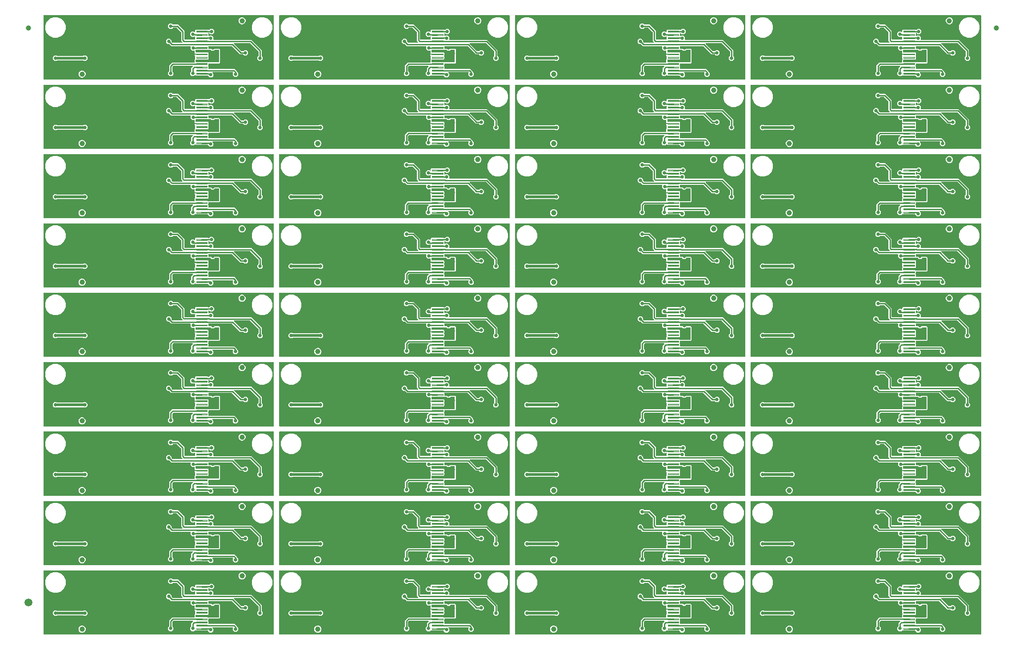
<source format=gtl>
G04 EAGLE Gerber RS-274X export*
G75*
%MOMM*%
%FSLAX34Y34*%
%LPD*%
%INTop Copper*%
%IPPOS*%
%AMOC8*
5,1,8,0,0,1.08239X$1,22.5*%
G01*
%ADD10C,1.000000*%
%ADD11C,0.101500*%
%ADD12C,1.500000*%
%ADD13C,0.660400*%
%ADD14C,0.254000*%
%ADD15C,0.508000*%

G36*
X1788517Y1060187D02*
X1788517Y1060187D01*
X1788619Y1060195D01*
X1788647Y1060207D01*
X1788678Y1060211D01*
X1788770Y1060256D01*
X1788866Y1060294D01*
X1788889Y1060313D01*
X1788917Y1060327D01*
X1788992Y1060397D01*
X1789072Y1060462D01*
X1789089Y1060487D01*
X1789111Y1060508D01*
X1789162Y1060597D01*
X1789219Y1060683D01*
X1789225Y1060706D01*
X1789243Y1060739D01*
X1789301Y1060998D01*
X1789298Y1061036D01*
X1789303Y1061060D01*
X1789303Y1181596D01*
X1789288Y1181697D01*
X1789280Y1181799D01*
X1789268Y1181828D01*
X1789263Y1181858D01*
X1789219Y1181951D01*
X1789181Y1182046D01*
X1789161Y1182070D01*
X1789148Y1182098D01*
X1789078Y1182173D01*
X1789013Y1182252D01*
X1788987Y1182270D01*
X1788966Y1182292D01*
X1788877Y1182343D01*
X1788792Y1182400D01*
X1788768Y1182405D01*
X1788736Y1182424D01*
X1788476Y1182482D01*
X1788438Y1182479D01*
X1788415Y1182484D01*
X1350899Y1182484D01*
X1350797Y1182468D01*
X1350695Y1182460D01*
X1350667Y1182449D01*
X1350636Y1182444D01*
X1350544Y1182399D01*
X1350448Y1182361D01*
X1350425Y1182342D01*
X1350397Y1182328D01*
X1350322Y1182258D01*
X1350242Y1182194D01*
X1350225Y1182168D01*
X1350203Y1182147D01*
X1350152Y1182058D01*
X1350095Y1181972D01*
X1350089Y1181949D01*
X1350071Y1181916D01*
X1350013Y1181657D01*
X1350016Y1181619D01*
X1350011Y1181596D01*
X1350011Y1061060D01*
X1350026Y1060958D01*
X1350034Y1060856D01*
X1350046Y1060827D01*
X1350051Y1060797D01*
X1350095Y1060704D01*
X1350133Y1060609D01*
X1350153Y1060585D01*
X1350166Y1060557D01*
X1350236Y1060482D01*
X1350301Y1060403D01*
X1350327Y1060386D01*
X1350348Y1060363D01*
X1350437Y1060312D01*
X1350522Y1060255D01*
X1350546Y1060250D01*
X1350578Y1060231D01*
X1350838Y1060173D01*
X1350876Y1060177D01*
X1350899Y1060171D01*
X1788415Y1060171D01*
X1788517Y1060187D01*
G37*
G36*
X1339318Y1060187D02*
X1339318Y1060187D01*
X1339420Y1060195D01*
X1339448Y1060207D01*
X1339479Y1060211D01*
X1339571Y1060256D01*
X1339667Y1060294D01*
X1339690Y1060313D01*
X1339718Y1060327D01*
X1339793Y1060397D01*
X1339873Y1060462D01*
X1339890Y1060487D01*
X1339912Y1060508D01*
X1339963Y1060597D01*
X1340020Y1060683D01*
X1340026Y1060706D01*
X1340044Y1060739D01*
X1340102Y1060998D01*
X1340099Y1061036D01*
X1340104Y1061060D01*
X1340104Y1181596D01*
X1340089Y1181697D01*
X1340081Y1181799D01*
X1340069Y1181828D01*
X1340064Y1181858D01*
X1340020Y1181951D01*
X1339982Y1182046D01*
X1339962Y1182070D01*
X1339949Y1182098D01*
X1339879Y1182173D01*
X1339814Y1182252D01*
X1339788Y1182270D01*
X1339767Y1182292D01*
X1339678Y1182343D01*
X1339593Y1182400D01*
X1339569Y1182405D01*
X1339537Y1182424D01*
X1339277Y1182482D01*
X1339239Y1182479D01*
X1339216Y1182484D01*
X901700Y1182484D01*
X901598Y1182468D01*
X901496Y1182460D01*
X901468Y1182449D01*
X901437Y1182444D01*
X901345Y1182399D01*
X901249Y1182361D01*
X901226Y1182342D01*
X901198Y1182328D01*
X901123Y1182258D01*
X901043Y1182194D01*
X901026Y1182168D01*
X901004Y1182147D01*
X900953Y1182058D01*
X900896Y1181972D01*
X900890Y1181949D01*
X900872Y1181916D01*
X900814Y1181657D01*
X900817Y1181619D01*
X900812Y1181596D01*
X900812Y1061060D01*
X900827Y1060958D01*
X900835Y1060856D01*
X900847Y1060827D01*
X900852Y1060797D01*
X900896Y1060704D01*
X900934Y1060609D01*
X900954Y1060585D01*
X900967Y1060557D01*
X901037Y1060482D01*
X901102Y1060403D01*
X901128Y1060386D01*
X901149Y1060363D01*
X901238Y1060312D01*
X901323Y1060255D01*
X901347Y1060250D01*
X901379Y1060231D01*
X901639Y1060173D01*
X901677Y1060177D01*
X901700Y1060171D01*
X1339216Y1060171D01*
X1339318Y1060187D01*
G37*
G36*
X440920Y1060187D02*
X440920Y1060187D01*
X441022Y1060195D01*
X441050Y1060207D01*
X441081Y1060211D01*
X441173Y1060256D01*
X441269Y1060294D01*
X441292Y1060313D01*
X441320Y1060327D01*
X441395Y1060397D01*
X441475Y1060462D01*
X441492Y1060487D01*
X441514Y1060508D01*
X441565Y1060597D01*
X441622Y1060683D01*
X441628Y1060706D01*
X441646Y1060739D01*
X441704Y1060998D01*
X441701Y1061036D01*
X441706Y1061060D01*
X441706Y1181596D01*
X441691Y1181697D01*
X441683Y1181799D01*
X441671Y1181828D01*
X441666Y1181858D01*
X441622Y1181951D01*
X441584Y1182046D01*
X441564Y1182070D01*
X441551Y1182098D01*
X441481Y1182173D01*
X441416Y1182252D01*
X441390Y1182270D01*
X441369Y1182292D01*
X441280Y1182343D01*
X441195Y1182400D01*
X441171Y1182405D01*
X441139Y1182424D01*
X440879Y1182482D01*
X440841Y1182479D01*
X440818Y1182484D01*
X3302Y1182484D01*
X3200Y1182468D01*
X3098Y1182460D01*
X3070Y1182449D01*
X3039Y1182444D01*
X2947Y1182399D01*
X2851Y1182361D01*
X2828Y1182342D01*
X2800Y1182328D01*
X2725Y1182258D01*
X2645Y1182194D01*
X2628Y1182168D01*
X2606Y1182147D01*
X2555Y1182058D01*
X2498Y1181972D01*
X2492Y1181949D01*
X2474Y1181916D01*
X2416Y1181657D01*
X2419Y1181619D01*
X2414Y1181596D01*
X2414Y1061060D01*
X2429Y1060958D01*
X2437Y1060856D01*
X2449Y1060827D01*
X2454Y1060797D01*
X2498Y1060704D01*
X2536Y1060609D01*
X2556Y1060585D01*
X2569Y1060557D01*
X2639Y1060482D01*
X2704Y1060403D01*
X2730Y1060386D01*
X2751Y1060363D01*
X2840Y1060312D01*
X2925Y1060255D01*
X2949Y1060250D01*
X2981Y1060231D01*
X3241Y1060173D01*
X3279Y1060177D01*
X3302Y1060171D01*
X440818Y1060171D01*
X440920Y1060187D01*
G37*
G36*
X890119Y1060187D02*
X890119Y1060187D01*
X890221Y1060195D01*
X890249Y1060207D01*
X890280Y1060211D01*
X890372Y1060256D01*
X890468Y1060294D01*
X890491Y1060313D01*
X890519Y1060327D01*
X890594Y1060397D01*
X890674Y1060462D01*
X890691Y1060487D01*
X890713Y1060508D01*
X890764Y1060597D01*
X890821Y1060683D01*
X890827Y1060706D01*
X890845Y1060739D01*
X890903Y1060998D01*
X890900Y1061036D01*
X890905Y1061060D01*
X890905Y1181596D01*
X890890Y1181697D01*
X890882Y1181799D01*
X890870Y1181828D01*
X890865Y1181858D01*
X890821Y1181951D01*
X890783Y1182046D01*
X890763Y1182070D01*
X890750Y1182098D01*
X890680Y1182173D01*
X890615Y1182252D01*
X890589Y1182270D01*
X890568Y1182292D01*
X890479Y1182343D01*
X890394Y1182400D01*
X890370Y1182405D01*
X890338Y1182424D01*
X890078Y1182482D01*
X890040Y1182479D01*
X890017Y1182484D01*
X452501Y1182484D01*
X452399Y1182468D01*
X452297Y1182460D01*
X452269Y1182449D01*
X452238Y1182444D01*
X452146Y1182399D01*
X452050Y1182361D01*
X452027Y1182342D01*
X451999Y1182328D01*
X451924Y1182258D01*
X451844Y1182194D01*
X451827Y1182168D01*
X451805Y1182147D01*
X451754Y1182058D01*
X451697Y1181972D01*
X451691Y1181949D01*
X451673Y1181916D01*
X451615Y1181657D01*
X451618Y1181619D01*
X451613Y1181596D01*
X451613Y1061060D01*
X451628Y1060958D01*
X451636Y1060856D01*
X451648Y1060827D01*
X451653Y1060797D01*
X451697Y1060704D01*
X451735Y1060609D01*
X451755Y1060585D01*
X451768Y1060557D01*
X451838Y1060482D01*
X451903Y1060403D01*
X451929Y1060386D01*
X451950Y1060363D01*
X452039Y1060312D01*
X452124Y1060255D01*
X452148Y1060250D01*
X452180Y1060231D01*
X452440Y1060173D01*
X452478Y1060177D01*
X452501Y1060171D01*
X890017Y1060171D01*
X890119Y1060187D01*
G37*
G36*
X440920Y795747D02*
X440920Y795747D01*
X441022Y795756D01*
X441050Y795767D01*
X441081Y795772D01*
X441173Y795816D01*
X441269Y795855D01*
X441292Y795874D01*
X441320Y795887D01*
X441395Y795957D01*
X441475Y796022D01*
X441492Y796048D01*
X441514Y796069D01*
X441565Y796158D01*
X441622Y796243D01*
X441628Y796267D01*
X441646Y796300D01*
X441704Y796559D01*
X441701Y796597D01*
X441706Y796620D01*
X441706Y917156D01*
X441691Y917258D01*
X441683Y917360D01*
X441671Y917389D01*
X441666Y917419D01*
X441622Y917511D01*
X441584Y917607D01*
X441564Y917631D01*
X441551Y917658D01*
X441481Y917733D01*
X441416Y917813D01*
X441390Y917830D01*
X441369Y917853D01*
X441280Y917904D01*
X441195Y917961D01*
X441171Y917966D01*
X441139Y917985D01*
X440879Y918042D01*
X440841Y918039D01*
X440818Y918044D01*
X3302Y918044D01*
X3200Y918029D01*
X3098Y918021D01*
X3070Y918009D01*
X3039Y918005D01*
X2947Y917960D01*
X2851Y917922D01*
X2828Y917902D01*
X2800Y917889D01*
X2725Y917819D01*
X2645Y917754D01*
X2628Y917729D01*
X2606Y917708D01*
X2555Y917619D01*
X2498Y917533D01*
X2492Y917510D01*
X2474Y917477D01*
X2416Y917217D01*
X2419Y917179D01*
X2414Y917156D01*
X2414Y796620D01*
X2429Y796519D01*
X2437Y796416D01*
X2449Y796388D01*
X2454Y796357D01*
X2498Y796265D01*
X2536Y796170D01*
X2556Y796146D01*
X2569Y796118D01*
X2639Y796043D01*
X2704Y795963D01*
X2730Y795946D01*
X2751Y795924D01*
X2840Y795873D01*
X2925Y795816D01*
X2949Y795811D01*
X2981Y795792D01*
X3241Y795734D01*
X3279Y795737D01*
X3302Y795732D01*
X440818Y795732D01*
X440920Y795747D01*
G37*
G36*
X1788517Y399101D02*
X1788517Y399101D01*
X1788619Y399109D01*
X1788647Y399121D01*
X1788678Y399125D01*
X1788770Y399170D01*
X1788866Y399208D01*
X1788889Y399228D01*
X1788917Y399241D01*
X1788992Y399311D01*
X1789072Y399376D01*
X1789089Y399401D01*
X1789111Y399422D01*
X1789162Y399511D01*
X1789219Y399597D01*
X1789225Y399620D01*
X1789243Y399653D01*
X1789301Y399913D01*
X1789298Y399951D01*
X1789303Y399974D01*
X1789303Y520510D01*
X1789288Y520611D01*
X1789280Y520714D01*
X1789268Y520742D01*
X1789263Y520773D01*
X1789219Y520865D01*
X1789181Y520960D01*
X1789161Y520984D01*
X1789148Y521012D01*
X1789078Y521087D01*
X1789013Y521167D01*
X1788987Y521184D01*
X1788966Y521206D01*
X1788877Y521257D01*
X1788792Y521314D01*
X1788768Y521319D01*
X1788736Y521338D01*
X1788476Y521396D01*
X1788438Y521393D01*
X1788415Y521398D01*
X1350899Y521398D01*
X1350797Y521383D01*
X1350695Y521374D01*
X1350667Y521363D01*
X1350636Y521358D01*
X1350544Y521314D01*
X1350448Y521275D01*
X1350425Y521256D01*
X1350397Y521243D01*
X1350322Y521173D01*
X1350242Y521108D01*
X1350225Y521082D01*
X1350203Y521061D01*
X1350152Y520972D01*
X1350095Y520887D01*
X1350089Y520863D01*
X1350071Y520830D01*
X1350013Y520571D01*
X1350016Y520533D01*
X1350011Y520510D01*
X1350011Y399974D01*
X1350026Y399872D01*
X1350034Y399770D01*
X1350046Y399741D01*
X1350051Y399711D01*
X1350095Y399619D01*
X1350133Y399523D01*
X1350153Y399499D01*
X1350166Y399472D01*
X1350236Y399397D01*
X1350301Y399317D01*
X1350327Y399300D01*
X1350348Y399277D01*
X1350437Y399226D01*
X1350522Y399169D01*
X1350546Y399164D01*
X1350578Y399145D01*
X1350838Y399088D01*
X1350876Y399091D01*
X1350899Y399086D01*
X1788415Y399086D01*
X1788517Y399101D01*
G37*
G36*
X890119Y663540D02*
X890119Y663540D01*
X890221Y663549D01*
X890249Y663560D01*
X890280Y663565D01*
X890372Y663609D01*
X890468Y663648D01*
X890491Y663667D01*
X890519Y663680D01*
X890594Y663750D01*
X890674Y663815D01*
X890691Y663841D01*
X890713Y663862D01*
X890764Y663951D01*
X890821Y664036D01*
X890827Y664060D01*
X890845Y664093D01*
X890903Y664352D01*
X890900Y664390D01*
X890905Y664413D01*
X890905Y784949D01*
X890890Y785051D01*
X890882Y785153D01*
X890870Y785182D01*
X890865Y785212D01*
X890821Y785304D01*
X890783Y785400D01*
X890763Y785424D01*
X890750Y785451D01*
X890680Y785526D01*
X890615Y785606D01*
X890589Y785623D01*
X890568Y785646D01*
X890479Y785697D01*
X890394Y785754D01*
X890370Y785759D01*
X890338Y785778D01*
X890078Y785835D01*
X890040Y785832D01*
X890017Y785837D01*
X452501Y785837D01*
X452399Y785822D01*
X452297Y785814D01*
X452269Y785802D01*
X452238Y785798D01*
X452146Y785753D01*
X452050Y785715D01*
X452027Y785695D01*
X451999Y785682D01*
X451924Y785612D01*
X451844Y785547D01*
X451827Y785522D01*
X451805Y785501D01*
X451754Y785412D01*
X451697Y785326D01*
X451691Y785303D01*
X451673Y785270D01*
X451615Y785010D01*
X451618Y784972D01*
X451613Y784949D01*
X451613Y664413D01*
X451628Y664312D01*
X451636Y664209D01*
X451648Y664181D01*
X451653Y664150D01*
X451697Y664058D01*
X451735Y663963D01*
X451755Y663939D01*
X451768Y663911D01*
X451838Y663836D01*
X451903Y663756D01*
X451929Y663739D01*
X451950Y663717D01*
X452039Y663666D01*
X452124Y663609D01*
X452148Y663604D01*
X452180Y663585D01*
X452440Y663527D01*
X452478Y663530D01*
X452501Y663525D01*
X890017Y663525D01*
X890119Y663540D01*
G37*
G36*
X1788517Y663540D02*
X1788517Y663540D01*
X1788619Y663549D01*
X1788647Y663560D01*
X1788678Y663565D01*
X1788770Y663609D01*
X1788866Y663648D01*
X1788889Y663667D01*
X1788917Y663680D01*
X1788992Y663750D01*
X1789072Y663815D01*
X1789089Y663841D01*
X1789111Y663862D01*
X1789162Y663951D01*
X1789219Y664036D01*
X1789225Y664060D01*
X1789243Y664093D01*
X1789301Y664352D01*
X1789298Y664390D01*
X1789303Y664413D01*
X1789303Y784949D01*
X1789288Y785051D01*
X1789280Y785153D01*
X1789268Y785182D01*
X1789263Y785212D01*
X1789219Y785304D01*
X1789181Y785400D01*
X1789161Y785424D01*
X1789148Y785451D01*
X1789078Y785526D01*
X1789013Y785606D01*
X1788987Y785623D01*
X1788966Y785646D01*
X1788877Y785697D01*
X1788792Y785754D01*
X1788768Y785759D01*
X1788736Y785778D01*
X1788476Y785835D01*
X1788438Y785832D01*
X1788415Y785837D01*
X1350899Y785837D01*
X1350797Y785822D01*
X1350695Y785814D01*
X1350667Y785802D01*
X1350636Y785798D01*
X1350544Y785753D01*
X1350448Y785715D01*
X1350425Y785695D01*
X1350397Y785682D01*
X1350322Y785612D01*
X1350242Y785547D01*
X1350225Y785522D01*
X1350203Y785501D01*
X1350152Y785412D01*
X1350095Y785326D01*
X1350089Y785303D01*
X1350071Y785270D01*
X1350013Y785010D01*
X1350016Y784972D01*
X1350011Y784949D01*
X1350011Y664413D01*
X1350026Y664312D01*
X1350034Y664209D01*
X1350046Y664181D01*
X1350051Y664150D01*
X1350095Y664058D01*
X1350133Y663963D01*
X1350153Y663939D01*
X1350166Y663911D01*
X1350236Y663836D01*
X1350301Y663756D01*
X1350327Y663739D01*
X1350348Y663717D01*
X1350437Y663666D01*
X1350522Y663609D01*
X1350546Y663604D01*
X1350578Y663585D01*
X1350838Y663527D01*
X1350876Y663530D01*
X1350899Y663525D01*
X1788415Y663525D01*
X1788517Y663540D01*
G37*
G36*
X1339318Y2429D02*
X1339318Y2429D01*
X1339420Y2437D01*
X1339448Y2449D01*
X1339479Y2454D01*
X1339571Y2498D01*
X1339667Y2536D01*
X1339690Y2556D01*
X1339718Y2569D01*
X1339793Y2639D01*
X1339873Y2704D01*
X1339890Y2730D01*
X1339912Y2751D01*
X1339963Y2840D01*
X1340020Y2925D01*
X1340026Y2949D01*
X1340044Y2981D01*
X1340102Y3241D01*
X1340099Y3279D01*
X1340104Y3302D01*
X1340104Y123838D01*
X1340089Y123940D01*
X1340081Y124042D01*
X1340069Y124070D01*
X1340064Y124101D01*
X1340020Y124193D01*
X1339982Y124289D01*
X1339962Y124312D01*
X1339949Y124340D01*
X1339879Y124415D01*
X1339814Y124495D01*
X1339788Y124512D01*
X1339767Y124534D01*
X1339678Y124585D01*
X1339593Y124642D01*
X1339569Y124648D01*
X1339537Y124666D01*
X1339277Y124724D01*
X1339239Y124721D01*
X1339216Y124726D01*
X901700Y124726D01*
X901598Y124711D01*
X901496Y124703D01*
X901468Y124691D01*
X901437Y124686D01*
X901345Y124642D01*
X901249Y124604D01*
X901226Y124584D01*
X901198Y124571D01*
X901123Y124501D01*
X901043Y124436D01*
X901026Y124410D01*
X901004Y124389D01*
X900953Y124300D01*
X900896Y124215D01*
X900890Y124191D01*
X900872Y124159D01*
X900814Y123899D01*
X900817Y123861D01*
X900812Y123838D01*
X900812Y3302D01*
X900827Y3200D01*
X900835Y3098D01*
X900847Y3070D01*
X900852Y3039D01*
X900896Y2947D01*
X900934Y2851D01*
X900954Y2828D01*
X900967Y2800D01*
X901037Y2725D01*
X901102Y2645D01*
X901128Y2628D01*
X901149Y2606D01*
X901238Y2555D01*
X901323Y2498D01*
X901347Y2492D01*
X901379Y2474D01*
X901639Y2416D01*
X901677Y2419D01*
X901700Y2414D01*
X1339216Y2414D01*
X1339318Y2429D01*
G37*
G36*
X440920Y663540D02*
X440920Y663540D01*
X441022Y663549D01*
X441050Y663560D01*
X441081Y663565D01*
X441173Y663609D01*
X441269Y663648D01*
X441292Y663667D01*
X441320Y663680D01*
X441395Y663750D01*
X441475Y663815D01*
X441492Y663841D01*
X441514Y663862D01*
X441565Y663951D01*
X441622Y664036D01*
X441628Y664060D01*
X441646Y664093D01*
X441704Y664352D01*
X441701Y664390D01*
X441706Y664413D01*
X441706Y784949D01*
X441691Y785051D01*
X441683Y785153D01*
X441671Y785182D01*
X441666Y785212D01*
X441622Y785304D01*
X441584Y785400D01*
X441564Y785424D01*
X441551Y785451D01*
X441481Y785526D01*
X441416Y785606D01*
X441390Y785623D01*
X441369Y785646D01*
X441280Y785697D01*
X441195Y785754D01*
X441171Y785759D01*
X441139Y785778D01*
X440879Y785835D01*
X440841Y785832D01*
X440818Y785837D01*
X3302Y785837D01*
X3200Y785822D01*
X3098Y785814D01*
X3070Y785802D01*
X3039Y785798D01*
X2947Y785753D01*
X2851Y785715D01*
X2828Y785695D01*
X2800Y785682D01*
X2725Y785612D01*
X2645Y785547D01*
X2628Y785522D01*
X2606Y785501D01*
X2555Y785412D01*
X2498Y785326D01*
X2492Y785303D01*
X2474Y785270D01*
X2416Y785010D01*
X2419Y784972D01*
X2414Y784949D01*
X2414Y664413D01*
X2429Y664312D01*
X2437Y664209D01*
X2449Y664181D01*
X2454Y664150D01*
X2498Y664058D01*
X2536Y663963D01*
X2556Y663939D01*
X2569Y663911D01*
X2639Y663836D01*
X2704Y663756D01*
X2730Y663739D01*
X2751Y663717D01*
X2840Y663666D01*
X2925Y663609D01*
X2949Y663604D01*
X2981Y663585D01*
X3241Y663527D01*
X3279Y663530D01*
X3302Y663525D01*
X440818Y663525D01*
X440920Y663540D01*
G37*
G36*
X1339318Y134662D02*
X1339318Y134662D01*
X1339420Y134670D01*
X1339448Y134681D01*
X1339479Y134686D01*
X1339571Y134731D01*
X1339667Y134769D01*
X1339690Y134788D01*
X1339718Y134802D01*
X1339793Y134872D01*
X1339873Y134936D01*
X1339890Y134962D01*
X1339912Y134983D01*
X1339963Y135072D01*
X1340020Y135158D01*
X1340026Y135181D01*
X1340044Y135214D01*
X1340102Y135473D01*
X1340099Y135511D01*
X1340104Y135534D01*
X1340104Y256070D01*
X1340089Y256172D01*
X1340081Y256274D01*
X1340069Y256303D01*
X1340064Y256333D01*
X1340020Y256426D01*
X1339982Y256521D01*
X1339962Y256545D01*
X1339949Y256573D01*
X1339879Y256648D01*
X1339814Y256727D01*
X1339788Y256744D01*
X1339767Y256767D01*
X1339678Y256818D01*
X1339593Y256875D01*
X1339569Y256880D01*
X1339537Y256899D01*
X1339277Y256957D01*
X1339239Y256953D01*
X1339216Y256959D01*
X901700Y256959D01*
X901598Y256943D01*
X901496Y256935D01*
X901468Y256923D01*
X901437Y256919D01*
X901345Y256874D01*
X901249Y256836D01*
X901226Y256817D01*
X901198Y256803D01*
X901123Y256733D01*
X901043Y256668D01*
X901026Y256643D01*
X901004Y256622D01*
X900953Y256533D01*
X900896Y256447D01*
X900890Y256424D01*
X900872Y256391D01*
X900814Y256132D01*
X900817Y256094D01*
X900812Y256070D01*
X900812Y135534D01*
X900827Y135433D01*
X900835Y135331D01*
X900847Y135302D01*
X900852Y135272D01*
X900896Y135179D01*
X900934Y135084D01*
X900954Y135060D01*
X900967Y135032D01*
X901037Y134957D01*
X901102Y134878D01*
X901128Y134860D01*
X901149Y134838D01*
X901238Y134787D01*
X901323Y134730D01*
X901347Y134725D01*
X901379Y134706D01*
X901639Y134648D01*
X901677Y134651D01*
X901700Y134646D01*
X1339216Y134646D01*
X1339318Y134662D01*
G37*
G36*
X890119Y2429D02*
X890119Y2429D01*
X890221Y2437D01*
X890249Y2449D01*
X890280Y2454D01*
X890372Y2498D01*
X890468Y2536D01*
X890491Y2556D01*
X890519Y2569D01*
X890594Y2639D01*
X890674Y2704D01*
X890691Y2730D01*
X890713Y2751D01*
X890764Y2840D01*
X890821Y2925D01*
X890827Y2949D01*
X890845Y2981D01*
X890903Y3241D01*
X890900Y3279D01*
X890905Y3302D01*
X890905Y123838D01*
X890890Y123940D01*
X890882Y124042D01*
X890870Y124070D01*
X890865Y124101D01*
X890821Y124193D01*
X890783Y124289D01*
X890763Y124312D01*
X890750Y124340D01*
X890680Y124415D01*
X890615Y124495D01*
X890589Y124512D01*
X890568Y124534D01*
X890479Y124585D01*
X890394Y124642D01*
X890370Y124648D01*
X890338Y124666D01*
X890078Y124724D01*
X890040Y124721D01*
X890017Y124726D01*
X452501Y124726D01*
X452399Y124711D01*
X452297Y124703D01*
X452269Y124691D01*
X452238Y124686D01*
X452146Y124642D01*
X452050Y124604D01*
X452027Y124584D01*
X451999Y124571D01*
X451924Y124501D01*
X451844Y124436D01*
X451827Y124410D01*
X451805Y124389D01*
X451754Y124300D01*
X451697Y124215D01*
X451691Y124191D01*
X451673Y124159D01*
X451615Y123899D01*
X451618Y123861D01*
X451613Y123838D01*
X451613Y3302D01*
X451628Y3200D01*
X451636Y3098D01*
X451648Y3070D01*
X451653Y3039D01*
X451697Y2947D01*
X451735Y2851D01*
X451755Y2828D01*
X451768Y2800D01*
X451838Y2725D01*
X451903Y2645D01*
X451929Y2628D01*
X451950Y2606D01*
X452039Y2555D01*
X452124Y2498D01*
X452148Y2492D01*
X452180Y2474D01*
X452440Y2416D01*
X452478Y2419D01*
X452501Y2414D01*
X890017Y2414D01*
X890119Y2429D01*
G37*
G36*
X890119Y134662D02*
X890119Y134662D01*
X890221Y134670D01*
X890249Y134681D01*
X890280Y134686D01*
X890372Y134731D01*
X890468Y134769D01*
X890491Y134788D01*
X890519Y134802D01*
X890594Y134872D01*
X890674Y134936D01*
X890691Y134962D01*
X890713Y134983D01*
X890764Y135072D01*
X890821Y135158D01*
X890827Y135181D01*
X890845Y135214D01*
X890903Y135473D01*
X890900Y135511D01*
X890905Y135534D01*
X890905Y256070D01*
X890890Y256172D01*
X890882Y256274D01*
X890870Y256303D01*
X890865Y256333D01*
X890821Y256426D01*
X890783Y256521D01*
X890763Y256545D01*
X890750Y256573D01*
X890680Y256648D01*
X890615Y256727D01*
X890589Y256744D01*
X890568Y256767D01*
X890479Y256818D01*
X890394Y256875D01*
X890370Y256880D01*
X890338Y256899D01*
X890078Y256957D01*
X890040Y256953D01*
X890017Y256959D01*
X452501Y256959D01*
X452399Y256943D01*
X452297Y256935D01*
X452269Y256923D01*
X452238Y256919D01*
X452146Y256874D01*
X452050Y256836D01*
X452027Y256817D01*
X451999Y256803D01*
X451924Y256733D01*
X451844Y256668D01*
X451827Y256643D01*
X451805Y256622D01*
X451754Y256533D01*
X451697Y256447D01*
X451691Y256424D01*
X451673Y256391D01*
X451615Y256132D01*
X451618Y256094D01*
X451613Y256070D01*
X451613Y135534D01*
X451628Y135433D01*
X451636Y135331D01*
X451648Y135302D01*
X451653Y135272D01*
X451697Y135179D01*
X451735Y135084D01*
X451755Y135060D01*
X451768Y135032D01*
X451838Y134957D01*
X451903Y134878D01*
X451929Y134860D01*
X451950Y134838D01*
X452039Y134787D01*
X452124Y134730D01*
X452148Y134725D01*
X452180Y134706D01*
X452440Y134648D01*
X452478Y134651D01*
X452501Y134646D01*
X890017Y134646D01*
X890119Y134662D01*
G37*
G36*
X440920Y2429D02*
X440920Y2429D01*
X441022Y2437D01*
X441050Y2449D01*
X441081Y2454D01*
X441173Y2498D01*
X441269Y2536D01*
X441292Y2556D01*
X441320Y2569D01*
X441395Y2639D01*
X441475Y2704D01*
X441492Y2730D01*
X441514Y2751D01*
X441565Y2840D01*
X441622Y2925D01*
X441628Y2949D01*
X441646Y2981D01*
X441704Y3241D01*
X441701Y3279D01*
X441706Y3302D01*
X441706Y123838D01*
X441691Y123940D01*
X441683Y124042D01*
X441671Y124070D01*
X441666Y124101D01*
X441622Y124193D01*
X441584Y124289D01*
X441564Y124312D01*
X441551Y124340D01*
X441481Y124415D01*
X441416Y124495D01*
X441390Y124512D01*
X441369Y124534D01*
X441280Y124585D01*
X441195Y124642D01*
X441171Y124648D01*
X441139Y124666D01*
X440879Y124724D01*
X440841Y124721D01*
X440818Y124726D01*
X3302Y124726D01*
X3200Y124711D01*
X3098Y124703D01*
X3070Y124691D01*
X3039Y124686D01*
X2947Y124642D01*
X2851Y124604D01*
X2828Y124584D01*
X2800Y124571D01*
X2725Y124501D01*
X2645Y124436D01*
X2628Y124410D01*
X2606Y124389D01*
X2555Y124300D01*
X2498Y124215D01*
X2492Y124191D01*
X2474Y124159D01*
X2416Y123899D01*
X2419Y123861D01*
X2414Y123838D01*
X2414Y3302D01*
X2429Y3200D01*
X2437Y3098D01*
X2449Y3070D01*
X2454Y3039D01*
X2498Y2947D01*
X2536Y2851D01*
X2556Y2828D01*
X2569Y2800D01*
X2639Y2725D01*
X2704Y2645D01*
X2730Y2628D01*
X2751Y2606D01*
X2840Y2555D01*
X2925Y2498D01*
X2949Y2492D01*
X2981Y2474D01*
X3241Y2416D01*
X3279Y2419D01*
X3302Y2414D01*
X440818Y2414D01*
X440920Y2429D01*
G37*
G36*
X1788517Y134662D02*
X1788517Y134662D01*
X1788619Y134670D01*
X1788647Y134681D01*
X1788678Y134686D01*
X1788770Y134731D01*
X1788866Y134769D01*
X1788889Y134788D01*
X1788917Y134802D01*
X1788992Y134872D01*
X1789072Y134936D01*
X1789089Y134962D01*
X1789111Y134983D01*
X1789162Y135072D01*
X1789219Y135158D01*
X1789225Y135181D01*
X1789243Y135214D01*
X1789301Y135473D01*
X1789298Y135511D01*
X1789303Y135534D01*
X1789303Y256070D01*
X1789288Y256172D01*
X1789280Y256274D01*
X1789268Y256303D01*
X1789263Y256333D01*
X1789219Y256426D01*
X1789181Y256521D01*
X1789161Y256545D01*
X1789148Y256573D01*
X1789078Y256648D01*
X1789013Y256727D01*
X1788987Y256744D01*
X1788966Y256767D01*
X1788877Y256818D01*
X1788792Y256875D01*
X1788768Y256880D01*
X1788736Y256899D01*
X1788476Y256957D01*
X1788438Y256953D01*
X1788415Y256959D01*
X1350899Y256959D01*
X1350797Y256943D01*
X1350695Y256935D01*
X1350667Y256923D01*
X1350636Y256919D01*
X1350544Y256874D01*
X1350448Y256836D01*
X1350425Y256817D01*
X1350397Y256803D01*
X1350322Y256733D01*
X1350242Y256668D01*
X1350225Y256643D01*
X1350203Y256622D01*
X1350152Y256533D01*
X1350095Y256447D01*
X1350089Y256424D01*
X1350071Y256391D01*
X1350013Y256132D01*
X1350016Y256094D01*
X1350011Y256070D01*
X1350011Y135534D01*
X1350026Y135433D01*
X1350034Y135331D01*
X1350046Y135302D01*
X1350051Y135272D01*
X1350095Y135179D01*
X1350133Y135084D01*
X1350153Y135060D01*
X1350166Y135032D01*
X1350236Y134957D01*
X1350301Y134878D01*
X1350327Y134860D01*
X1350348Y134838D01*
X1350437Y134787D01*
X1350522Y134730D01*
X1350546Y134725D01*
X1350578Y134706D01*
X1350838Y134648D01*
X1350876Y134651D01*
X1350899Y134646D01*
X1788415Y134646D01*
X1788517Y134662D01*
G37*
G36*
X440920Y134662D02*
X440920Y134662D01*
X441022Y134670D01*
X441050Y134681D01*
X441081Y134686D01*
X441173Y134731D01*
X441269Y134769D01*
X441292Y134788D01*
X441320Y134802D01*
X441395Y134872D01*
X441475Y134936D01*
X441492Y134962D01*
X441514Y134983D01*
X441565Y135072D01*
X441622Y135158D01*
X441628Y135181D01*
X441646Y135214D01*
X441704Y135473D01*
X441701Y135511D01*
X441706Y135534D01*
X441706Y256070D01*
X441691Y256172D01*
X441683Y256274D01*
X441671Y256303D01*
X441666Y256333D01*
X441622Y256426D01*
X441584Y256521D01*
X441564Y256545D01*
X441551Y256573D01*
X441481Y256648D01*
X441416Y256727D01*
X441390Y256744D01*
X441369Y256767D01*
X441280Y256818D01*
X441195Y256875D01*
X441171Y256880D01*
X441139Y256899D01*
X440879Y256957D01*
X440841Y256953D01*
X440818Y256959D01*
X3302Y256959D01*
X3200Y256943D01*
X3098Y256935D01*
X3070Y256923D01*
X3039Y256919D01*
X2947Y256874D01*
X2851Y256836D01*
X2828Y256817D01*
X2800Y256803D01*
X2725Y256733D01*
X2645Y256668D01*
X2628Y256643D01*
X2606Y256622D01*
X2555Y256533D01*
X2498Y256447D01*
X2492Y256424D01*
X2474Y256391D01*
X2416Y256132D01*
X2419Y256094D01*
X2414Y256070D01*
X2414Y135534D01*
X2429Y135433D01*
X2437Y135331D01*
X2449Y135302D01*
X2454Y135272D01*
X2498Y135179D01*
X2536Y135084D01*
X2556Y135060D01*
X2569Y135032D01*
X2639Y134957D01*
X2704Y134878D01*
X2730Y134860D01*
X2751Y134838D01*
X2840Y134787D01*
X2925Y134730D01*
X2949Y134725D01*
X2981Y134706D01*
X3241Y134648D01*
X3279Y134651D01*
X3302Y134646D01*
X440818Y134646D01*
X440920Y134662D01*
G37*
G36*
X1339318Y795747D02*
X1339318Y795747D01*
X1339420Y795756D01*
X1339448Y795767D01*
X1339479Y795772D01*
X1339571Y795816D01*
X1339667Y795855D01*
X1339690Y795874D01*
X1339718Y795887D01*
X1339793Y795957D01*
X1339873Y796022D01*
X1339890Y796048D01*
X1339912Y796069D01*
X1339963Y796158D01*
X1340020Y796243D01*
X1340026Y796267D01*
X1340044Y796300D01*
X1340102Y796559D01*
X1340099Y796597D01*
X1340104Y796620D01*
X1340104Y917156D01*
X1340089Y917258D01*
X1340081Y917360D01*
X1340069Y917389D01*
X1340064Y917419D01*
X1340020Y917511D01*
X1339982Y917607D01*
X1339962Y917631D01*
X1339949Y917658D01*
X1339879Y917733D01*
X1339814Y917813D01*
X1339788Y917830D01*
X1339767Y917853D01*
X1339678Y917904D01*
X1339593Y917961D01*
X1339569Y917966D01*
X1339537Y917985D01*
X1339277Y918042D01*
X1339239Y918039D01*
X1339216Y918044D01*
X901700Y918044D01*
X901598Y918029D01*
X901496Y918021D01*
X901468Y918009D01*
X901437Y918005D01*
X901345Y917960D01*
X901249Y917922D01*
X901226Y917902D01*
X901198Y917889D01*
X901123Y917819D01*
X901043Y917754D01*
X901026Y917729D01*
X901004Y917708D01*
X900953Y917619D01*
X900896Y917533D01*
X900890Y917510D01*
X900872Y917477D01*
X900814Y917217D01*
X900817Y917179D01*
X900812Y917156D01*
X900812Y796620D01*
X900827Y796519D01*
X900835Y796416D01*
X900847Y796388D01*
X900852Y796357D01*
X900896Y796265D01*
X900934Y796170D01*
X900954Y796146D01*
X900967Y796118D01*
X901037Y796043D01*
X901102Y795963D01*
X901128Y795946D01*
X901149Y795924D01*
X901238Y795873D01*
X901323Y795816D01*
X901347Y795811D01*
X901379Y795792D01*
X901639Y795734D01*
X901677Y795737D01*
X901700Y795732D01*
X1339216Y795732D01*
X1339318Y795747D01*
G37*
G36*
X1339318Y663540D02*
X1339318Y663540D01*
X1339420Y663549D01*
X1339448Y663560D01*
X1339479Y663565D01*
X1339571Y663609D01*
X1339667Y663648D01*
X1339690Y663667D01*
X1339718Y663680D01*
X1339793Y663750D01*
X1339873Y663815D01*
X1339890Y663841D01*
X1339912Y663862D01*
X1339963Y663951D01*
X1340020Y664036D01*
X1340026Y664060D01*
X1340044Y664093D01*
X1340102Y664352D01*
X1340099Y664390D01*
X1340104Y664413D01*
X1340104Y784949D01*
X1340089Y785051D01*
X1340081Y785153D01*
X1340069Y785182D01*
X1340064Y785212D01*
X1340020Y785304D01*
X1339982Y785400D01*
X1339962Y785424D01*
X1339949Y785451D01*
X1339879Y785526D01*
X1339814Y785606D01*
X1339788Y785623D01*
X1339767Y785646D01*
X1339678Y785697D01*
X1339593Y785754D01*
X1339569Y785759D01*
X1339537Y785778D01*
X1339277Y785835D01*
X1339239Y785832D01*
X1339216Y785837D01*
X901700Y785837D01*
X901598Y785822D01*
X901496Y785814D01*
X901468Y785802D01*
X901437Y785798D01*
X901345Y785753D01*
X901249Y785715D01*
X901226Y785695D01*
X901198Y785682D01*
X901123Y785612D01*
X901043Y785547D01*
X901026Y785522D01*
X901004Y785501D01*
X900953Y785412D01*
X900896Y785326D01*
X900890Y785303D01*
X900872Y785270D01*
X900814Y785010D01*
X900817Y784972D01*
X900812Y784949D01*
X900812Y664413D01*
X900827Y664312D01*
X900835Y664209D01*
X900847Y664181D01*
X900852Y664150D01*
X900896Y664058D01*
X900934Y663963D01*
X900954Y663939D01*
X900967Y663911D01*
X901037Y663836D01*
X901102Y663756D01*
X901128Y663739D01*
X901149Y663717D01*
X901238Y663666D01*
X901323Y663609D01*
X901347Y663604D01*
X901379Y663585D01*
X901639Y663527D01*
X901677Y663530D01*
X901700Y663525D01*
X1339216Y663525D01*
X1339318Y663540D01*
G37*
G36*
X1339318Y266869D02*
X1339318Y266869D01*
X1339420Y266877D01*
X1339448Y266888D01*
X1339479Y266893D01*
X1339571Y266938D01*
X1339667Y266976D01*
X1339690Y266995D01*
X1339718Y267009D01*
X1339793Y267079D01*
X1339873Y267143D01*
X1339890Y267169D01*
X1339912Y267190D01*
X1339963Y267279D01*
X1340020Y267365D01*
X1340026Y267388D01*
X1340044Y267421D01*
X1340102Y267680D01*
X1340099Y267718D01*
X1340104Y267741D01*
X1340104Y388277D01*
X1340089Y388379D01*
X1340081Y388481D01*
X1340069Y388510D01*
X1340064Y388540D01*
X1340020Y388633D01*
X1339982Y388728D01*
X1339962Y388752D01*
X1339949Y388780D01*
X1339879Y388855D01*
X1339814Y388934D01*
X1339788Y388951D01*
X1339767Y388974D01*
X1339678Y389025D01*
X1339593Y389082D01*
X1339569Y389087D01*
X1339537Y389106D01*
X1339277Y389164D01*
X1339239Y389160D01*
X1339216Y389166D01*
X901700Y389166D01*
X901598Y389150D01*
X901496Y389142D01*
X901468Y389130D01*
X901437Y389126D01*
X901345Y389081D01*
X901249Y389043D01*
X901226Y389024D01*
X901198Y389010D01*
X901123Y388940D01*
X901043Y388875D01*
X901026Y388850D01*
X901004Y388829D01*
X900953Y388740D01*
X900896Y388654D01*
X900890Y388631D01*
X900872Y388598D01*
X900814Y388339D01*
X900817Y388301D01*
X900812Y388277D01*
X900812Y267741D01*
X900827Y267640D01*
X900835Y267538D01*
X900847Y267509D01*
X900852Y267479D01*
X900896Y267386D01*
X900934Y267291D01*
X900954Y267267D01*
X900967Y267239D01*
X901037Y267164D01*
X901102Y267085D01*
X901128Y267067D01*
X901149Y267045D01*
X901238Y266994D01*
X901323Y266937D01*
X901347Y266932D01*
X901379Y266913D01*
X901639Y266855D01*
X901677Y266858D01*
X901700Y266853D01*
X1339216Y266853D01*
X1339318Y266869D01*
G37*
G36*
X1788517Y266869D02*
X1788517Y266869D01*
X1788619Y266877D01*
X1788647Y266888D01*
X1788678Y266893D01*
X1788770Y266938D01*
X1788866Y266976D01*
X1788889Y266995D01*
X1788917Y267009D01*
X1788992Y267079D01*
X1789072Y267143D01*
X1789089Y267169D01*
X1789111Y267190D01*
X1789162Y267279D01*
X1789219Y267365D01*
X1789225Y267388D01*
X1789243Y267421D01*
X1789301Y267680D01*
X1789298Y267718D01*
X1789303Y267741D01*
X1789303Y388277D01*
X1789288Y388379D01*
X1789280Y388481D01*
X1789268Y388510D01*
X1789263Y388540D01*
X1789219Y388633D01*
X1789181Y388728D01*
X1789161Y388752D01*
X1789148Y388780D01*
X1789078Y388855D01*
X1789013Y388934D01*
X1788987Y388951D01*
X1788966Y388974D01*
X1788877Y389025D01*
X1788792Y389082D01*
X1788768Y389087D01*
X1788736Y389106D01*
X1788476Y389164D01*
X1788438Y389160D01*
X1788415Y389166D01*
X1350899Y389166D01*
X1350797Y389150D01*
X1350695Y389142D01*
X1350667Y389130D01*
X1350636Y389126D01*
X1350544Y389081D01*
X1350448Y389043D01*
X1350425Y389024D01*
X1350397Y389010D01*
X1350322Y388940D01*
X1350242Y388875D01*
X1350225Y388850D01*
X1350203Y388829D01*
X1350152Y388740D01*
X1350095Y388654D01*
X1350089Y388631D01*
X1350071Y388598D01*
X1350013Y388339D01*
X1350016Y388301D01*
X1350011Y388277D01*
X1350011Y267741D01*
X1350026Y267640D01*
X1350034Y267538D01*
X1350046Y267509D01*
X1350051Y267479D01*
X1350095Y267386D01*
X1350133Y267291D01*
X1350153Y267267D01*
X1350166Y267239D01*
X1350236Y267164D01*
X1350301Y267085D01*
X1350327Y267067D01*
X1350348Y267045D01*
X1350437Y266994D01*
X1350522Y266937D01*
X1350546Y266932D01*
X1350578Y266913D01*
X1350838Y266855D01*
X1350876Y266858D01*
X1350899Y266853D01*
X1788415Y266853D01*
X1788517Y266869D01*
G37*
G36*
X1788517Y531308D02*
X1788517Y531308D01*
X1788619Y531316D01*
X1788647Y531328D01*
X1788678Y531332D01*
X1788770Y531377D01*
X1788866Y531415D01*
X1788889Y531435D01*
X1788917Y531448D01*
X1788992Y531518D01*
X1789072Y531583D01*
X1789089Y531608D01*
X1789111Y531629D01*
X1789162Y531718D01*
X1789219Y531804D01*
X1789225Y531827D01*
X1789243Y531860D01*
X1789301Y532120D01*
X1789298Y532158D01*
X1789303Y532181D01*
X1789303Y652717D01*
X1789288Y652818D01*
X1789280Y652921D01*
X1789268Y652949D01*
X1789263Y652980D01*
X1789219Y653072D01*
X1789181Y653167D01*
X1789161Y653191D01*
X1789148Y653219D01*
X1789078Y653294D01*
X1789013Y653374D01*
X1788987Y653391D01*
X1788966Y653413D01*
X1788877Y653464D01*
X1788792Y653521D01*
X1788768Y653526D01*
X1788736Y653545D01*
X1788476Y653603D01*
X1788438Y653600D01*
X1788415Y653605D01*
X1350899Y653605D01*
X1350797Y653590D01*
X1350695Y653581D01*
X1350667Y653570D01*
X1350636Y653565D01*
X1350544Y653521D01*
X1350448Y653482D01*
X1350425Y653463D01*
X1350397Y653450D01*
X1350322Y653380D01*
X1350242Y653315D01*
X1350225Y653289D01*
X1350203Y653268D01*
X1350152Y653179D01*
X1350095Y653094D01*
X1350089Y653070D01*
X1350071Y653037D01*
X1350013Y652778D01*
X1350016Y652740D01*
X1350011Y652717D01*
X1350011Y532181D01*
X1350026Y532079D01*
X1350034Y531977D01*
X1350046Y531948D01*
X1350051Y531918D01*
X1350095Y531826D01*
X1350133Y531730D01*
X1350153Y531706D01*
X1350166Y531679D01*
X1350236Y531604D01*
X1350301Y531524D01*
X1350327Y531507D01*
X1350348Y531484D01*
X1350437Y531433D01*
X1350522Y531376D01*
X1350546Y531371D01*
X1350578Y531352D01*
X1350838Y531295D01*
X1350876Y531298D01*
X1350899Y531293D01*
X1788415Y531293D01*
X1788517Y531308D01*
G37*
G36*
X1339318Y531308D02*
X1339318Y531308D01*
X1339420Y531316D01*
X1339448Y531328D01*
X1339479Y531332D01*
X1339571Y531377D01*
X1339667Y531415D01*
X1339690Y531435D01*
X1339718Y531448D01*
X1339793Y531518D01*
X1339873Y531583D01*
X1339890Y531608D01*
X1339912Y531629D01*
X1339963Y531718D01*
X1340020Y531804D01*
X1340026Y531827D01*
X1340044Y531860D01*
X1340102Y532120D01*
X1340099Y532158D01*
X1340104Y532181D01*
X1340104Y652717D01*
X1340089Y652818D01*
X1340081Y652921D01*
X1340069Y652949D01*
X1340064Y652980D01*
X1340020Y653072D01*
X1339982Y653167D01*
X1339962Y653191D01*
X1339949Y653219D01*
X1339879Y653294D01*
X1339814Y653374D01*
X1339788Y653391D01*
X1339767Y653413D01*
X1339678Y653464D01*
X1339593Y653521D01*
X1339569Y653526D01*
X1339537Y653545D01*
X1339277Y653603D01*
X1339239Y653600D01*
X1339216Y653605D01*
X901700Y653605D01*
X901598Y653590D01*
X901496Y653581D01*
X901468Y653570D01*
X901437Y653565D01*
X901345Y653521D01*
X901249Y653482D01*
X901226Y653463D01*
X901198Y653450D01*
X901123Y653380D01*
X901043Y653315D01*
X901026Y653289D01*
X901004Y653268D01*
X900953Y653179D01*
X900896Y653094D01*
X900890Y653070D01*
X900872Y653037D01*
X900814Y652778D01*
X900817Y652740D01*
X900812Y652717D01*
X900812Y532181D01*
X900827Y532079D01*
X900835Y531977D01*
X900847Y531948D01*
X900852Y531918D01*
X900896Y531826D01*
X900934Y531730D01*
X900954Y531706D01*
X900967Y531679D01*
X901037Y531604D01*
X901102Y531524D01*
X901128Y531507D01*
X901149Y531484D01*
X901238Y531433D01*
X901323Y531376D01*
X901347Y531371D01*
X901379Y531352D01*
X901639Y531295D01*
X901677Y531298D01*
X901700Y531293D01*
X1339216Y531293D01*
X1339318Y531308D01*
G37*
G36*
X440920Y531308D02*
X440920Y531308D01*
X441022Y531316D01*
X441050Y531328D01*
X441081Y531332D01*
X441173Y531377D01*
X441269Y531415D01*
X441292Y531435D01*
X441320Y531448D01*
X441395Y531518D01*
X441475Y531583D01*
X441492Y531608D01*
X441514Y531629D01*
X441565Y531718D01*
X441622Y531804D01*
X441628Y531827D01*
X441646Y531860D01*
X441704Y532120D01*
X441701Y532158D01*
X441706Y532181D01*
X441706Y652717D01*
X441691Y652818D01*
X441683Y652921D01*
X441671Y652949D01*
X441666Y652980D01*
X441622Y653072D01*
X441584Y653167D01*
X441564Y653191D01*
X441551Y653219D01*
X441481Y653294D01*
X441416Y653374D01*
X441390Y653391D01*
X441369Y653413D01*
X441280Y653464D01*
X441195Y653521D01*
X441171Y653526D01*
X441139Y653545D01*
X440879Y653603D01*
X440841Y653600D01*
X440818Y653605D01*
X3302Y653605D01*
X3200Y653590D01*
X3098Y653581D01*
X3070Y653570D01*
X3039Y653565D01*
X2947Y653521D01*
X2851Y653482D01*
X2828Y653463D01*
X2800Y653450D01*
X2725Y653380D01*
X2645Y653315D01*
X2628Y653289D01*
X2606Y653268D01*
X2555Y653179D01*
X2498Y653094D01*
X2492Y653070D01*
X2474Y653037D01*
X2416Y652778D01*
X2419Y652740D01*
X2414Y652717D01*
X2414Y532181D01*
X2429Y532079D01*
X2437Y531977D01*
X2449Y531948D01*
X2454Y531918D01*
X2498Y531826D01*
X2536Y531730D01*
X2556Y531706D01*
X2569Y531679D01*
X2639Y531604D01*
X2704Y531524D01*
X2730Y531507D01*
X2751Y531484D01*
X2840Y531433D01*
X2925Y531376D01*
X2949Y531371D01*
X2981Y531352D01*
X3241Y531295D01*
X3279Y531298D01*
X3302Y531293D01*
X440818Y531293D01*
X440920Y531308D01*
G37*
G36*
X890119Y531308D02*
X890119Y531308D01*
X890221Y531316D01*
X890249Y531328D01*
X890280Y531332D01*
X890372Y531377D01*
X890468Y531415D01*
X890491Y531435D01*
X890519Y531448D01*
X890594Y531518D01*
X890674Y531583D01*
X890691Y531608D01*
X890713Y531629D01*
X890764Y531718D01*
X890821Y531804D01*
X890827Y531827D01*
X890845Y531860D01*
X890903Y532120D01*
X890900Y532158D01*
X890905Y532181D01*
X890905Y652717D01*
X890890Y652818D01*
X890882Y652921D01*
X890870Y652949D01*
X890865Y652980D01*
X890821Y653072D01*
X890783Y653167D01*
X890763Y653191D01*
X890750Y653219D01*
X890680Y653294D01*
X890615Y653374D01*
X890589Y653391D01*
X890568Y653413D01*
X890479Y653464D01*
X890394Y653521D01*
X890370Y653526D01*
X890338Y653545D01*
X890078Y653603D01*
X890040Y653600D01*
X890017Y653605D01*
X452501Y653605D01*
X452399Y653590D01*
X452297Y653581D01*
X452269Y653570D01*
X452238Y653565D01*
X452146Y653521D01*
X452050Y653482D01*
X452027Y653463D01*
X451999Y653450D01*
X451924Y653380D01*
X451844Y653315D01*
X451827Y653289D01*
X451805Y653268D01*
X451754Y653179D01*
X451697Y653094D01*
X451691Y653070D01*
X451673Y653037D01*
X451615Y652778D01*
X451618Y652740D01*
X451613Y652717D01*
X451613Y532181D01*
X451628Y532079D01*
X451636Y531977D01*
X451648Y531948D01*
X451653Y531918D01*
X451697Y531826D01*
X451735Y531730D01*
X451755Y531706D01*
X451768Y531679D01*
X451838Y531604D01*
X451903Y531524D01*
X451929Y531507D01*
X451950Y531484D01*
X452039Y531433D01*
X452124Y531376D01*
X452148Y531371D01*
X452180Y531352D01*
X452440Y531295D01*
X452478Y531298D01*
X452501Y531293D01*
X890017Y531293D01*
X890119Y531308D01*
G37*
G36*
X1788517Y2429D02*
X1788517Y2429D01*
X1788619Y2437D01*
X1788647Y2449D01*
X1788678Y2454D01*
X1788770Y2498D01*
X1788866Y2536D01*
X1788889Y2556D01*
X1788917Y2569D01*
X1788992Y2639D01*
X1789072Y2704D01*
X1789089Y2730D01*
X1789111Y2751D01*
X1789162Y2840D01*
X1789219Y2925D01*
X1789225Y2949D01*
X1789243Y2981D01*
X1789301Y3241D01*
X1789298Y3279D01*
X1789303Y3302D01*
X1789303Y123838D01*
X1789288Y123940D01*
X1789280Y124042D01*
X1789268Y124070D01*
X1789263Y124101D01*
X1789219Y124193D01*
X1789181Y124289D01*
X1789161Y124312D01*
X1789148Y124340D01*
X1789078Y124415D01*
X1789013Y124495D01*
X1788987Y124512D01*
X1788966Y124534D01*
X1788877Y124585D01*
X1788792Y124642D01*
X1788768Y124648D01*
X1788736Y124666D01*
X1788476Y124724D01*
X1788438Y124721D01*
X1788415Y124726D01*
X1350899Y124726D01*
X1350797Y124711D01*
X1350695Y124703D01*
X1350667Y124691D01*
X1350636Y124686D01*
X1350544Y124642D01*
X1350448Y124604D01*
X1350425Y124584D01*
X1350397Y124571D01*
X1350322Y124501D01*
X1350242Y124436D01*
X1350225Y124410D01*
X1350203Y124389D01*
X1350152Y124300D01*
X1350095Y124215D01*
X1350089Y124191D01*
X1350071Y124159D01*
X1350013Y123899D01*
X1350016Y123861D01*
X1350011Y123838D01*
X1350011Y3302D01*
X1350026Y3200D01*
X1350034Y3098D01*
X1350046Y3070D01*
X1350051Y3039D01*
X1350095Y2947D01*
X1350133Y2851D01*
X1350153Y2828D01*
X1350166Y2800D01*
X1350236Y2725D01*
X1350301Y2645D01*
X1350327Y2628D01*
X1350348Y2606D01*
X1350437Y2555D01*
X1350522Y2498D01*
X1350546Y2492D01*
X1350578Y2474D01*
X1350838Y2416D01*
X1350876Y2419D01*
X1350899Y2414D01*
X1788415Y2414D01*
X1788517Y2429D01*
G37*
G36*
X1339318Y399101D02*
X1339318Y399101D01*
X1339420Y399109D01*
X1339448Y399121D01*
X1339479Y399125D01*
X1339571Y399170D01*
X1339667Y399208D01*
X1339690Y399228D01*
X1339718Y399241D01*
X1339793Y399311D01*
X1339873Y399376D01*
X1339890Y399401D01*
X1339912Y399422D01*
X1339963Y399511D01*
X1340020Y399597D01*
X1340026Y399620D01*
X1340044Y399653D01*
X1340102Y399913D01*
X1340099Y399951D01*
X1340104Y399974D01*
X1340104Y520510D01*
X1340089Y520611D01*
X1340081Y520714D01*
X1340069Y520742D01*
X1340064Y520773D01*
X1340020Y520865D01*
X1339982Y520960D01*
X1339962Y520984D01*
X1339949Y521012D01*
X1339879Y521087D01*
X1339814Y521167D01*
X1339788Y521184D01*
X1339767Y521206D01*
X1339678Y521257D01*
X1339593Y521314D01*
X1339569Y521319D01*
X1339537Y521338D01*
X1339277Y521396D01*
X1339239Y521393D01*
X1339216Y521398D01*
X901700Y521398D01*
X901598Y521383D01*
X901496Y521374D01*
X901468Y521363D01*
X901437Y521358D01*
X901345Y521314D01*
X901249Y521275D01*
X901226Y521256D01*
X901198Y521243D01*
X901123Y521173D01*
X901043Y521108D01*
X901026Y521082D01*
X901004Y521061D01*
X900953Y520972D01*
X900896Y520887D01*
X900890Y520863D01*
X900872Y520830D01*
X900814Y520571D01*
X900817Y520533D01*
X900812Y520510D01*
X900812Y399974D01*
X900827Y399872D01*
X900835Y399770D01*
X900847Y399741D01*
X900852Y399711D01*
X900896Y399619D01*
X900934Y399523D01*
X900954Y399499D01*
X900967Y399472D01*
X901037Y399397D01*
X901102Y399317D01*
X901128Y399300D01*
X901149Y399277D01*
X901238Y399226D01*
X901323Y399169D01*
X901347Y399164D01*
X901379Y399145D01*
X901639Y399088D01*
X901677Y399091D01*
X901700Y399086D01*
X1339216Y399086D01*
X1339318Y399101D01*
G37*
G36*
X890119Y399101D02*
X890119Y399101D01*
X890221Y399109D01*
X890249Y399121D01*
X890280Y399125D01*
X890372Y399170D01*
X890468Y399208D01*
X890491Y399228D01*
X890519Y399241D01*
X890594Y399311D01*
X890674Y399376D01*
X890691Y399401D01*
X890713Y399422D01*
X890764Y399511D01*
X890821Y399597D01*
X890827Y399620D01*
X890845Y399653D01*
X890903Y399913D01*
X890900Y399951D01*
X890905Y399974D01*
X890905Y520510D01*
X890890Y520611D01*
X890882Y520714D01*
X890870Y520742D01*
X890865Y520773D01*
X890821Y520865D01*
X890783Y520960D01*
X890763Y520984D01*
X890750Y521012D01*
X890680Y521087D01*
X890615Y521167D01*
X890589Y521184D01*
X890568Y521206D01*
X890479Y521257D01*
X890394Y521314D01*
X890370Y521319D01*
X890338Y521338D01*
X890078Y521396D01*
X890040Y521393D01*
X890017Y521398D01*
X452501Y521398D01*
X452399Y521383D01*
X452297Y521374D01*
X452269Y521363D01*
X452238Y521358D01*
X452146Y521314D01*
X452050Y521275D01*
X452027Y521256D01*
X451999Y521243D01*
X451924Y521173D01*
X451844Y521108D01*
X451827Y521082D01*
X451805Y521061D01*
X451754Y520972D01*
X451697Y520887D01*
X451691Y520863D01*
X451673Y520830D01*
X451615Y520571D01*
X451618Y520533D01*
X451613Y520510D01*
X451613Y399974D01*
X451628Y399872D01*
X451636Y399770D01*
X451648Y399741D01*
X451653Y399711D01*
X451697Y399619D01*
X451735Y399523D01*
X451755Y399499D01*
X451768Y399472D01*
X451838Y399397D01*
X451903Y399317D01*
X451929Y399300D01*
X451950Y399277D01*
X452039Y399226D01*
X452124Y399169D01*
X452148Y399164D01*
X452180Y399145D01*
X452440Y399088D01*
X452478Y399091D01*
X452501Y399086D01*
X890017Y399086D01*
X890119Y399101D01*
G37*
G36*
X440920Y266869D02*
X440920Y266869D01*
X441022Y266877D01*
X441050Y266888D01*
X441081Y266893D01*
X441173Y266938D01*
X441269Y266976D01*
X441292Y266995D01*
X441320Y267009D01*
X441395Y267079D01*
X441475Y267143D01*
X441492Y267169D01*
X441514Y267190D01*
X441565Y267279D01*
X441622Y267365D01*
X441628Y267388D01*
X441646Y267421D01*
X441704Y267680D01*
X441701Y267718D01*
X441706Y267741D01*
X441706Y388277D01*
X441691Y388379D01*
X441683Y388481D01*
X441671Y388510D01*
X441666Y388540D01*
X441622Y388633D01*
X441584Y388728D01*
X441564Y388752D01*
X441551Y388780D01*
X441481Y388855D01*
X441416Y388934D01*
X441390Y388951D01*
X441369Y388974D01*
X441280Y389025D01*
X441195Y389082D01*
X441171Y389087D01*
X441139Y389106D01*
X440879Y389164D01*
X440841Y389160D01*
X440818Y389166D01*
X3302Y389166D01*
X3200Y389150D01*
X3098Y389142D01*
X3070Y389130D01*
X3039Y389126D01*
X2947Y389081D01*
X2851Y389043D01*
X2828Y389024D01*
X2800Y389010D01*
X2725Y388940D01*
X2645Y388875D01*
X2628Y388850D01*
X2606Y388829D01*
X2555Y388740D01*
X2498Y388654D01*
X2492Y388631D01*
X2474Y388598D01*
X2416Y388339D01*
X2419Y388301D01*
X2414Y388277D01*
X2414Y267741D01*
X2429Y267640D01*
X2437Y267538D01*
X2449Y267509D01*
X2454Y267479D01*
X2498Y267386D01*
X2536Y267291D01*
X2556Y267267D01*
X2569Y267239D01*
X2639Y267164D01*
X2704Y267085D01*
X2730Y267067D01*
X2751Y267045D01*
X2840Y266994D01*
X2925Y266937D01*
X2949Y266932D01*
X2981Y266913D01*
X3241Y266855D01*
X3279Y266858D01*
X3302Y266853D01*
X440818Y266853D01*
X440920Y266869D01*
G37*
G36*
X890119Y266869D02*
X890119Y266869D01*
X890221Y266877D01*
X890249Y266888D01*
X890280Y266893D01*
X890372Y266938D01*
X890468Y266976D01*
X890491Y266995D01*
X890519Y267009D01*
X890594Y267079D01*
X890674Y267143D01*
X890691Y267169D01*
X890713Y267190D01*
X890764Y267279D01*
X890821Y267365D01*
X890827Y267388D01*
X890845Y267421D01*
X890903Y267680D01*
X890900Y267718D01*
X890905Y267741D01*
X890905Y388277D01*
X890890Y388379D01*
X890882Y388481D01*
X890870Y388510D01*
X890865Y388540D01*
X890821Y388633D01*
X890783Y388728D01*
X890763Y388752D01*
X890750Y388780D01*
X890680Y388855D01*
X890615Y388934D01*
X890589Y388951D01*
X890568Y388974D01*
X890479Y389025D01*
X890394Y389082D01*
X890370Y389087D01*
X890338Y389106D01*
X890078Y389164D01*
X890040Y389160D01*
X890017Y389166D01*
X452501Y389166D01*
X452399Y389150D01*
X452297Y389142D01*
X452269Y389130D01*
X452238Y389126D01*
X452146Y389081D01*
X452050Y389043D01*
X452027Y389024D01*
X451999Y389010D01*
X451924Y388940D01*
X451844Y388875D01*
X451827Y388850D01*
X451805Y388829D01*
X451754Y388740D01*
X451697Y388654D01*
X451691Y388631D01*
X451673Y388598D01*
X451615Y388339D01*
X451618Y388301D01*
X451613Y388277D01*
X451613Y267741D01*
X451628Y267640D01*
X451636Y267538D01*
X451648Y267509D01*
X451653Y267479D01*
X451697Y267386D01*
X451735Y267291D01*
X451755Y267267D01*
X451768Y267239D01*
X451838Y267164D01*
X451903Y267085D01*
X451929Y267067D01*
X451950Y267045D01*
X452039Y266994D01*
X452124Y266937D01*
X452148Y266932D01*
X452180Y266913D01*
X452440Y266855D01*
X452478Y266858D01*
X452501Y266853D01*
X890017Y266853D01*
X890119Y266869D01*
G37*
G36*
X890119Y795747D02*
X890119Y795747D01*
X890221Y795756D01*
X890249Y795767D01*
X890280Y795772D01*
X890372Y795816D01*
X890468Y795855D01*
X890491Y795874D01*
X890519Y795887D01*
X890594Y795957D01*
X890674Y796022D01*
X890691Y796048D01*
X890713Y796069D01*
X890764Y796158D01*
X890821Y796243D01*
X890827Y796267D01*
X890845Y796300D01*
X890903Y796559D01*
X890900Y796597D01*
X890905Y796620D01*
X890905Y917156D01*
X890890Y917258D01*
X890882Y917360D01*
X890870Y917389D01*
X890865Y917419D01*
X890821Y917511D01*
X890783Y917607D01*
X890763Y917631D01*
X890750Y917658D01*
X890680Y917733D01*
X890615Y917813D01*
X890589Y917830D01*
X890568Y917853D01*
X890479Y917904D01*
X890394Y917961D01*
X890370Y917966D01*
X890338Y917985D01*
X890078Y918042D01*
X890040Y918039D01*
X890017Y918044D01*
X452501Y918044D01*
X452399Y918029D01*
X452297Y918021D01*
X452269Y918009D01*
X452238Y918005D01*
X452146Y917960D01*
X452050Y917922D01*
X452027Y917902D01*
X451999Y917889D01*
X451924Y917819D01*
X451844Y917754D01*
X451827Y917729D01*
X451805Y917708D01*
X451754Y917619D01*
X451697Y917533D01*
X451691Y917510D01*
X451673Y917477D01*
X451615Y917217D01*
X451618Y917179D01*
X451613Y917156D01*
X451613Y796620D01*
X451628Y796519D01*
X451636Y796416D01*
X451648Y796388D01*
X451653Y796357D01*
X451697Y796265D01*
X451735Y796170D01*
X451755Y796146D01*
X451768Y796118D01*
X451838Y796043D01*
X451903Y795963D01*
X451929Y795946D01*
X451950Y795924D01*
X452039Y795873D01*
X452124Y795816D01*
X452148Y795811D01*
X452180Y795792D01*
X452440Y795734D01*
X452478Y795737D01*
X452501Y795732D01*
X890017Y795732D01*
X890119Y795747D01*
G37*
G36*
X440920Y399101D02*
X440920Y399101D01*
X441022Y399109D01*
X441050Y399121D01*
X441081Y399125D01*
X441173Y399170D01*
X441269Y399208D01*
X441292Y399228D01*
X441320Y399241D01*
X441395Y399311D01*
X441475Y399376D01*
X441492Y399401D01*
X441514Y399422D01*
X441565Y399511D01*
X441622Y399597D01*
X441628Y399620D01*
X441646Y399653D01*
X441704Y399913D01*
X441701Y399951D01*
X441706Y399974D01*
X441706Y520510D01*
X441691Y520611D01*
X441683Y520714D01*
X441671Y520742D01*
X441666Y520773D01*
X441622Y520865D01*
X441584Y520960D01*
X441564Y520984D01*
X441551Y521012D01*
X441481Y521087D01*
X441416Y521167D01*
X441390Y521184D01*
X441369Y521206D01*
X441280Y521257D01*
X441195Y521314D01*
X441171Y521319D01*
X441139Y521338D01*
X440879Y521396D01*
X440841Y521393D01*
X440818Y521398D01*
X3302Y521398D01*
X3200Y521383D01*
X3098Y521374D01*
X3070Y521363D01*
X3039Y521358D01*
X2947Y521314D01*
X2851Y521275D01*
X2828Y521256D01*
X2800Y521243D01*
X2725Y521173D01*
X2645Y521108D01*
X2628Y521082D01*
X2606Y521061D01*
X2555Y520972D01*
X2498Y520887D01*
X2492Y520863D01*
X2474Y520830D01*
X2416Y520571D01*
X2419Y520533D01*
X2414Y520510D01*
X2414Y399974D01*
X2429Y399872D01*
X2437Y399770D01*
X2449Y399741D01*
X2454Y399711D01*
X2498Y399619D01*
X2536Y399523D01*
X2556Y399499D01*
X2569Y399472D01*
X2639Y399397D01*
X2704Y399317D01*
X2730Y399300D01*
X2751Y399277D01*
X2840Y399226D01*
X2925Y399169D01*
X2949Y399164D01*
X2981Y399145D01*
X3241Y399088D01*
X3279Y399091D01*
X3302Y399086D01*
X440818Y399086D01*
X440920Y399101D01*
G37*
G36*
X1788517Y795747D02*
X1788517Y795747D01*
X1788619Y795756D01*
X1788647Y795767D01*
X1788678Y795772D01*
X1788770Y795816D01*
X1788866Y795855D01*
X1788889Y795874D01*
X1788917Y795887D01*
X1788992Y795957D01*
X1789072Y796022D01*
X1789089Y796048D01*
X1789111Y796069D01*
X1789162Y796158D01*
X1789219Y796243D01*
X1789225Y796267D01*
X1789243Y796300D01*
X1789301Y796559D01*
X1789298Y796597D01*
X1789303Y796620D01*
X1789303Y917156D01*
X1789288Y917258D01*
X1789280Y917360D01*
X1789268Y917389D01*
X1789263Y917419D01*
X1789219Y917511D01*
X1789181Y917607D01*
X1789161Y917631D01*
X1789148Y917658D01*
X1789078Y917733D01*
X1789013Y917813D01*
X1788987Y917830D01*
X1788966Y917853D01*
X1788877Y917904D01*
X1788792Y917961D01*
X1788768Y917966D01*
X1788736Y917985D01*
X1788476Y918042D01*
X1788438Y918039D01*
X1788415Y918044D01*
X1350899Y918044D01*
X1350797Y918029D01*
X1350695Y918021D01*
X1350667Y918009D01*
X1350636Y918005D01*
X1350544Y917960D01*
X1350448Y917922D01*
X1350425Y917902D01*
X1350397Y917889D01*
X1350322Y917819D01*
X1350242Y917754D01*
X1350225Y917729D01*
X1350203Y917708D01*
X1350152Y917619D01*
X1350095Y917533D01*
X1350089Y917510D01*
X1350071Y917477D01*
X1350013Y917217D01*
X1350016Y917179D01*
X1350011Y917156D01*
X1350011Y796620D01*
X1350026Y796519D01*
X1350034Y796416D01*
X1350046Y796388D01*
X1350051Y796357D01*
X1350095Y796265D01*
X1350133Y796170D01*
X1350153Y796146D01*
X1350166Y796118D01*
X1350236Y796043D01*
X1350301Y795963D01*
X1350327Y795946D01*
X1350348Y795924D01*
X1350437Y795873D01*
X1350522Y795816D01*
X1350546Y795811D01*
X1350578Y795792D01*
X1350838Y795734D01*
X1350876Y795737D01*
X1350899Y795732D01*
X1788415Y795732D01*
X1788517Y795747D01*
G37*
G36*
X1788517Y927980D02*
X1788517Y927980D01*
X1788619Y927988D01*
X1788647Y928000D01*
X1788678Y928004D01*
X1788770Y928049D01*
X1788866Y928087D01*
X1788889Y928106D01*
X1788917Y928120D01*
X1788992Y928190D01*
X1789072Y928255D01*
X1789089Y928280D01*
X1789111Y928301D01*
X1789162Y928390D01*
X1789219Y928476D01*
X1789225Y928499D01*
X1789243Y928532D01*
X1789301Y928791D01*
X1789298Y928829D01*
X1789303Y928853D01*
X1789303Y1049389D01*
X1789288Y1049490D01*
X1789280Y1049592D01*
X1789268Y1049621D01*
X1789263Y1049651D01*
X1789219Y1049744D01*
X1789181Y1049839D01*
X1789161Y1049863D01*
X1789148Y1049891D01*
X1789078Y1049966D01*
X1789013Y1050045D01*
X1788987Y1050063D01*
X1788966Y1050085D01*
X1788877Y1050136D01*
X1788792Y1050193D01*
X1788768Y1050198D01*
X1788736Y1050217D01*
X1788476Y1050275D01*
X1788438Y1050272D01*
X1788415Y1050277D01*
X1350899Y1050277D01*
X1350797Y1050261D01*
X1350695Y1050253D01*
X1350667Y1050242D01*
X1350636Y1050237D01*
X1350544Y1050192D01*
X1350448Y1050154D01*
X1350425Y1050135D01*
X1350397Y1050121D01*
X1350322Y1050051D01*
X1350242Y1049987D01*
X1350225Y1049961D01*
X1350203Y1049940D01*
X1350152Y1049851D01*
X1350095Y1049765D01*
X1350089Y1049742D01*
X1350071Y1049709D01*
X1350013Y1049450D01*
X1350016Y1049412D01*
X1350011Y1049389D01*
X1350011Y928853D01*
X1350026Y928751D01*
X1350034Y928649D01*
X1350046Y928620D01*
X1350051Y928590D01*
X1350095Y928497D01*
X1350133Y928402D01*
X1350153Y928378D01*
X1350166Y928350D01*
X1350236Y928275D01*
X1350301Y928196D01*
X1350327Y928179D01*
X1350348Y928156D01*
X1350437Y928105D01*
X1350522Y928048D01*
X1350546Y928043D01*
X1350578Y928024D01*
X1350838Y927966D01*
X1350876Y927970D01*
X1350899Y927964D01*
X1788415Y927964D01*
X1788517Y927980D01*
G37*
G36*
X890119Y927980D02*
X890119Y927980D01*
X890221Y927988D01*
X890249Y928000D01*
X890280Y928004D01*
X890372Y928049D01*
X890468Y928087D01*
X890491Y928106D01*
X890519Y928120D01*
X890594Y928190D01*
X890674Y928255D01*
X890691Y928280D01*
X890713Y928301D01*
X890764Y928390D01*
X890821Y928476D01*
X890827Y928499D01*
X890845Y928532D01*
X890903Y928791D01*
X890900Y928829D01*
X890905Y928853D01*
X890905Y1049389D01*
X890890Y1049490D01*
X890882Y1049592D01*
X890870Y1049621D01*
X890865Y1049651D01*
X890821Y1049744D01*
X890783Y1049839D01*
X890763Y1049863D01*
X890750Y1049891D01*
X890680Y1049966D01*
X890615Y1050045D01*
X890589Y1050063D01*
X890568Y1050085D01*
X890479Y1050136D01*
X890394Y1050193D01*
X890370Y1050198D01*
X890338Y1050217D01*
X890078Y1050275D01*
X890040Y1050272D01*
X890017Y1050277D01*
X452501Y1050277D01*
X452399Y1050261D01*
X452297Y1050253D01*
X452269Y1050242D01*
X452238Y1050237D01*
X452146Y1050192D01*
X452050Y1050154D01*
X452027Y1050135D01*
X451999Y1050121D01*
X451924Y1050051D01*
X451844Y1049987D01*
X451827Y1049961D01*
X451805Y1049940D01*
X451754Y1049851D01*
X451697Y1049765D01*
X451691Y1049742D01*
X451673Y1049709D01*
X451615Y1049450D01*
X451618Y1049412D01*
X451613Y1049389D01*
X451613Y928853D01*
X451628Y928751D01*
X451636Y928649D01*
X451648Y928620D01*
X451653Y928590D01*
X451697Y928497D01*
X451735Y928402D01*
X451755Y928378D01*
X451768Y928350D01*
X451838Y928275D01*
X451903Y928196D01*
X451929Y928179D01*
X451950Y928156D01*
X452039Y928105D01*
X452124Y928048D01*
X452148Y928043D01*
X452180Y928024D01*
X452440Y927966D01*
X452478Y927970D01*
X452501Y927964D01*
X890017Y927964D01*
X890119Y927980D01*
G37*
G36*
X440920Y927980D02*
X440920Y927980D01*
X441022Y927988D01*
X441050Y928000D01*
X441081Y928004D01*
X441173Y928049D01*
X441269Y928087D01*
X441292Y928106D01*
X441320Y928120D01*
X441395Y928190D01*
X441475Y928255D01*
X441492Y928280D01*
X441514Y928301D01*
X441565Y928390D01*
X441622Y928476D01*
X441628Y928499D01*
X441646Y928532D01*
X441704Y928791D01*
X441701Y928829D01*
X441706Y928853D01*
X441706Y1049389D01*
X441691Y1049490D01*
X441683Y1049592D01*
X441671Y1049621D01*
X441666Y1049651D01*
X441622Y1049744D01*
X441584Y1049839D01*
X441564Y1049863D01*
X441551Y1049891D01*
X441481Y1049966D01*
X441416Y1050045D01*
X441390Y1050063D01*
X441369Y1050085D01*
X441280Y1050136D01*
X441195Y1050193D01*
X441171Y1050198D01*
X441139Y1050217D01*
X440879Y1050275D01*
X440841Y1050272D01*
X440818Y1050277D01*
X3302Y1050277D01*
X3200Y1050261D01*
X3098Y1050253D01*
X3070Y1050242D01*
X3039Y1050237D01*
X2947Y1050192D01*
X2851Y1050154D01*
X2828Y1050135D01*
X2800Y1050121D01*
X2725Y1050051D01*
X2645Y1049987D01*
X2628Y1049961D01*
X2606Y1049940D01*
X2555Y1049851D01*
X2498Y1049765D01*
X2492Y1049742D01*
X2474Y1049709D01*
X2416Y1049450D01*
X2419Y1049412D01*
X2414Y1049389D01*
X2414Y928853D01*
X2429Y928751D01*
X2437Y928649D01*
X2449Y928620D01*
X2454Y928590D01*
X2498Y928497D01*
X2536Y928402D01*
X2556Y928378D01*
X2569Y928350D01*
X2639Y928275D01*
X2704Y928196D01*
X2730Y928179D01*
X2751Y928156D01*
X2840Y928105D01*
X2925Y928048D01*
X2949Y928043D01*
X2981Y928024D01*
X3241Y927966D01*
X3279Y927970D01*
X3302Y927964D01*
X440818Y927964D01*
X440920Y927980D01*
G37*
G36*
X1339318Y927980D02*
X1339318Y927980D01*
X1339420Y927988D01*
X1339448Y928000D01*
X1339479Y928004D01*
X1339571Y928049D01*
X1339667Y928087D01*
X1339690Y928106D01*
X1339718Y928120D01*
X1339793Y928190D01*
X1339873Y928255D01*
X1339890Y928280D01*
X1339912Y928301D01*
X1339963Y928390D01*
X1340020Y928476D01*
X1340026Y928499D01*
X1340044Y928532D01*
X1340102Y928791D01*
X1340099Y928829D01*
X1340104Y928853D01*
X1340104Y1049389D01*
X1340089Y1049490D01*
X1340081Y1049592D01*
X1340069Y1049621D01*
X1340064Y1049651D01*
X1340020Y1049744D01*
X1339982Y1049839D01*
X1339962Y1049863D01*
X1339949Y1049891D01*
X1339879Y1049966D01*
X1339814Y1050045D01*
X1339788Y1050063D01*
X1339767Y1050085D01*
X1339678Y1050136D01*
X1339593Y1050193D01*
X1339569Y1050198D01*
X1339537Y1050217D01*
X1339277Y1050275D01*
X1339239Y1050272D01*
X1339216Y1050277D01*
X901700Y1050277D01*
X901598Y1050261D01*
X901496Y1050253D01*
X901468Y1050242D01*
X901437Y1050237D01*
X901345Y1050192D01*
X901249Y1050154D01*
X901226Y1050135D01*
X901198Y1050121D01*
X901123Y1050051D01*
X901043Y1049987D01*
X901026Y1049961D01*
X901004Y1049940D01*
X900953Y1049851D01*
X900896Y1049765D01*
X900890Y1049742D01*
X900872Y1049709D01*
X900814Y1049450D01*
X900817Y1049412D01*
X900812Y1049389D01*
X900812Y928853D01*
X900827Y928751D01*
X900835Y928649D01*
X900847Y928620D01*
X900852Y928590D01*
X900896Y928497D01*
X900934Y928402D01*
X900954Y928378D01*
X900967Y928350D01*
X901037Y928275D01*
X901102Y928196D01*
X901128Y928179D01*
X901149Y928156D01*
X901238Y928105D01*
X901323Y928048D01*
X901347Y928043D01*
X901379Y928024D01*
X901639Y927966D01*
X901677Y927970D01*
X901700Y927964D01*
X1339216Y927964D01*
X1339318Y927980D01*
G37*
%LPC*%
G36*
X319205Y931900D02*
X319205Y931900D01*
X316004Y935102D01*
X315987Y935114D01*
X315973Y935130D01*
X315880Y935193D01*
X315790Y935259D01*
X315770Y935266D01*
X315752Y935278D01*
X315708Y935288D01*
X315539Y935347D01*
X315426Y935351D01*
X315376Y935362D01*
X292701Y935362D01*
X292002Y936061D01*
X291919Y936122D01*
X291841Y936188D01*
X291812Y936200D01*
X291788Y936218D01*
X291691Y936252D01*
X291596Y936293D01*
X291566Y936296D01*
X291537Y936306D01*
X291434Y936309D01*
X291332Y936320D01*
X291302Y936314D01*
X291271Y936315D01*
X291172Y936288D01*
X291071Y936268D01*
X291051Y936255D01*
X291014Y936245D01*
X290790Y936102D01*
X290766Y936074D01*
X290745Y936061D01*
X289125Y934440D01*
X284915Y934440D01*
X281939Y937416D01*
X281939Y941625D01*
X283711Y943397D01*
X283724Y943414D01*
X283740Y943427D01*
X283802Y943521D01*
X283869Y943611D01*
X283876Y943631D01*
X283887Y943648D01*
X283897Y943693D01*
X283956Y943862D01*
X283960Y943975D01*
X283971Y944025D01*
X283971Y949673D01*
X286017Y951719D01*
X286591Y952293D01*
X287033Y952735D01*
X287064Y952777D01*
X287102Y952812D01*
X287142Y952883D01*
X287191Y952949D01*
X287208Y952998D01*
X287234Y953043D01*
X287251Y953123D01*
X287278Y953201D01*
X287280Y953252D01*
X287291Y953303D01*
X287285Y953384D01*
X287288Y953466D01*
X287274Y953516D01*
X287270Y953567D01*
X287239Y953644D01*
X287218Y953723D01*
X287190Y953766D01*
X287171Y953814D01*
X287119Y953878D01*
X287075Y953947D01*
X287036Y953980D01*
X287003Y954020D01*
X286935Y954066D01*
X286873Y954119D01*
X286825Y954139D01*
X286782Y954168D01*
X286732Y954179D01*
X286628Y954223D01*
X286450Y954242D01*
X286405Y954252D01*
X250551Y954252D01*
X250530Y954249D01*
X250509Y954251D01*
X250399Y954229D01*
X250288Y954212D01*
X250269Y954203D01*
X250248Y954199D01*
X250210Y954174D01*
X250049Y954096D01*
X249966Y954019D01*
X249923Y953992D01*
X248419Y952488D01*
X248406Y952471D01*
X248390Y952458D01*
X248328Y952364D01*
X248261Y952274D01*
X248254Y952254D01*
X248243Y952237D01*
X248233Y952192D01*
X248174Y952023D01*
X248170Y951910D01*
X248159Y951860D01*
X248159Y944025D01*
X248162Y944004D01*
X248160Y943983D01*
X248182Y943873D01*
X248199Y943762D01*
X248208Y943743D01*
X248212Y943723D01*
X248236Y943684D01*
X248314Y943523D01*
X248391Y943440D01*
X248419Y943397D01*
X250191Y941625D01*
X250191Y937416D01*
X247215Y934440D01*
X243005Y934440D01*
X240029Y937416D01*
X240029Y941625D01*
X241801Y943397D01*
X241814Y943414D01*
X241830Y943427D01*
X241892Y943521D01*
X241959Y943611D01*
X241966Y943631D01*
X241977Y943648D01*
X241987Y943693D01*
X242046Y943862D01*
X242050Y943975D01*
X242061Y944025D01*
X242061Y954753D01*
X247657Y960349D01*
X290068Y960349D01*
X290170Y960365D01*
X290272Y960373D01*
X290300Y960385D01*
X290331Y960389D01*
X290423Y960434D01*
X290519Y960472D01*
X290542Y960491D01*
X290570Y960505D01*
X290645Y960575D01*
X290725Y960640D01*
X290742Y960665D01*
X290764Y960686D01*
X290815Y960775D01*
X290872Y960861D01*
X290878Y960884D01*
X290896Y960917D01*
X290954Y961176D01*
X290951Y961214D01*
X290956Y961238D01*
X290956Y965920D01*
X291421Y966385D01*
X291482Y966468D01*
X291548Y966546D01*
X291560Y966574D01*
X291579Y966599D01*
X291613Y966696D01*
X291653Y966791D01*
X291656Y966821D01*
X291666Y966850D01*
X291670Y966953D01*
X291680Y967055D01*
X291674Y967085D01*
X291675Y967116D01*
X291648Y967215D01*
X291628Y967316D01*
X291615Y967336D01*
X291605Y967372D01*
X291463Y967597D01*
X291434Y967621D01*
X291421Y967641D01*
X291361Y967701D01*
X291361Y972439D01*
X291367Y972533D01*
X291364Y972543D01*
X291365Y972558D01*
X291295Y972815D01*
X291262Y972867D01*
X291252Y972901D01*
X290807Y973672D01*
X290599Y974447D01*
X290599Y975202D01*
X304140Y975202D01*
X304241Y975218D01*
X304344Y975226D01*
X304372Y975237D01*
X304402Y975242D01*
X304495Y975287D01*
X304590Y975325D01*
X304614Y975344D01*
X304642Y975358D01*
X304717Y975428D01*
X304797Y975492D01*
X304814Y975518D01*
X304836Y975539D01*
X304887Y975628D01*
X304944Y975714D01*
X304949Y975737D01*
X304968Y975770D01*
X305026Y976029D01*
X305026Y976030D01*
X305023Y976067D01*
X305028Y976090D01*
X305028Y976091D01*
X305013Y976192D01*
X305004Y976295D01*
X304993Y976323D01*
X304988Y976354D01*
X304943Y976446D01*
X304905Y976541D01*
X304886Y976565D01*
X304872Y976593D01*
X304802Y976668D01*
X304738Y976748D01*
X304712Y976765D01*
X304691Y976787D01*
X304602Y976838D01*
X304516Y976895D01*
X304493Y976900D01*
X304460Y976919D01*
X304201Y976977D01*
X304163Y976974D01*
X304140Y976979D01*
X290599Y976979D01*
X290599Y977734D01*
X290807Y978510D01*
X290837Y978562D01*
X290851Y978598D01*
X290872Y978629D01*
X290884Y978681D01*
X290934Y978810D01*
X290945Y978955D01*
X290956Y979006D01*
X290956Y982372D01*
X290941Y982473D01*
X290933Y982575D01*
X290921Y982604D01*
X290916Y982634D01*
X290872Y982727D01*
X290834Y982822D01*
X290814Y982846D01*
X290801Y982874D01*
X290731Y982949D01*
X290666Y983028D01*
X290640Y983046D01*
X290619Y983068D01*
X290530Y983119D01*
X290445Y983176D01*
X290421Y983181D01*
X290389Y983200D01*
X290129Y983258D01*
X290091Y983255D01*
X290068Y983260D01*
X285931Y983260D01*
X282955Y986236D01*
X282955Y990754D01*
X282940Y990855D01*
X282932Y990957D01*
X282920Y990986D01*
X282915Y991016D01*
X282871Y991109D01*
X282833Y991204D01*
X282813Y991228D01*
X282800Y991256D01*
X282730Y991331D01*
X282665Y991410D01*
X282639Y991428D01*
X282618Y991450D01*
X282529Y991501D01*
X282444Y991558D01*
X282420Y991563D01*
X282388Y991582D01*
X282128Y991640D01*
X282090Y991637D01*
X282067Y991642D01*
X245827Y991642D01*
X242329Y995140D01*
X242312Y995152D01*
X242299Y995168D01*
X242206Y995231D01*
X242115Y995297D01*
X242096Y995304D01*
X242078Y995316D01*
X242034Y995326D01*
X241864Y995385D01*
X241752Y995389D01*
X241701Y995400D01*
X239195Y995400D01*
X236219Y998376D01*
X236219Y1002585D01*
X239195Y1005561D01*
X243405Y1005561D01*
X246381Y1002585D01*
X246381Y1000079D01*
X246384Y1000059D01*
X246382Y1000038D01*
X246404Y999927D01*
X246421Y999817D01*
X246430Y999798D01*
X246434Y999777D01*
X246458Y999738D01*
X246536Y999577D01*
X246613Y999495D01*
X246641Y999451D01*
X248093Y997999D01*
X248110Y997987D01*
X248123Y997971D01*
X248216Y997908D01*
X248307Y997842D01*
X248326Y997835D01*
X248344Y997823D01*
X248388Y997813D01*
X248558Y997754D01*
X248670Y997751D01*
X248721Y997739D01*
X266795Y997739D01*
X266846Y997747D01*
X266898Y997745D01*
X266977Y997767D01*
X267058Y997779D01*
X267105Y997802D01*
X267154Y997815D01*
X267224Y997859D01*
X267297Y997895D01*
X267335Y997930D01*
X267379Y997958D01*
X267432Y998020D01*
X267492Y998076D01*
X267517Y998121D01*
X267551Y998160D01*
X267583Y998236D01*
X267624Y998307D01*
X267635Y998357D01*
X267655Y998405D01*
X267664Y998486D01*
X267681Y998566D01*
X267677Y998618D01*
X267683Y998669D01*
X267666Y998750D01*
X267660Y998831D01*
X267641Y998879D01*
X267631Y998930D01*
X267603Y998973D01*
X267561Y999078D01*
X267448Y999217D01*
X267423Y999256D01*
X264921Y1001758D01*
X264921Y1017900D01*
X264918Y1017921D01*
X264920Y1017941D01*
X264898Y1018052D01*
X264881Y1018163D01*
X264872Y1018181D01*
X264868Y1018202D01*
X264844Y1018241D01*
X264766Y1018402D01*
X264689Y1018484D01*
X264661Y1018528D01*
X256807Y1026382D01*
X256790Y1026394D01*
X256777Y1026410D01*
X256684Y1026473D01*
X256593Y1026539D01*
X256574Y1026546D01*
X256556Y1026558D01*
X256512Y1026568D01*
X256342Y1026627D01*
X256230Y1026631D01*
X256179Y1026642D01*
X249614Y1026642D01*
X249594Y1026639D01*
X249573Y1026641D01*
X249462Y1026619D01*
X249352Y1026602D01*
X249333Y1026593D01*
X249312Y1026589D01*
X249274Y1026564D01*
X249112Y1026486D01*
X249030Y1026409D01*
X248986Y1026382D01*
X247215Y1024610D01*
X243005Y1024610D01*
X240029Y1027586D01*
X240029Y1031795D01*
X243005Y1034771D01*
X247215Y1034771D01*
X248986Y1032999D01*
X249003Y1032987D01*
X249017Y1032971D01*
X249110Y1032908D01*
X249200Y1032842D01*
X249220Y1032835D01*
X249238Y1032823D01*
X249282Y1032813D01*
X249451Y1032754D01*
X249564Y1032751D01*
X249614Y1032739D01*
X259073Y1032739D01*
X271019Y1020793D01*
X271019Y1004828D01*
X271034Y1004726D01*
X271042Y1004624D01*
X271054Y1004595D01*
X271059Y1004565D01*
X271103Y1004472D01*
X271141Y1004377D01*
X271161Y1004353D01*
X271174Y1004325D01*
X271244Y1004250D01*
X271309Y1004171D01*
X271335Y1004154D01*
X271356Y1004131D01*
X271445Y1004080D01*
X271530Y1004023D01*
X271554Y1004018D01*
X271586Y1003999D01*
X271846Y1003941D01*
X271884Y1003945D01*
X271907Y1003939D01*
X290473Y1003939D01*
X290575Y1003955D01*
X290677Y1003963D01*
X290705Y1003975D01*
X290736Y1003979D01*
X290828Y1004024D01*
X290924Y1004062D01*
X290947Y1004081D01*
X290975Y1004095D01*
X291050Y1004165D01*
X291130Y1004230D01*
X291147Y1004255D01*
X291169Y1004276D01*
X291220Y1004365D01*
X291277Y1004451D01*
X291283Y1004474D01*
X291301Y1004507D01*
X291359Y1004766D01*
X291356Y1004804D01*
X291361Y1004828D01*
X291361Y1009354D01*
X291346Y1009455D01*
X291338Y1009557D01*
X291326Y1009586D01*
X291321Y1009616D01*
X291277Y1009709D01*
X291239Y1009804D01*
X291219Y1009828D01*
X291206Y1009856D01*
X291136Y1009931D01*
X291071Y1010010D01*
X291045Y1010028D01*
X291024Y1010050D01*
X290935Y1010101D01*
X290850Y1010158D01*
X290826Y1010163D01*
X290794Y1010182D01*
X290534Y1010240D01*
X290496Y1010237D01*
X290473Y1010242D01*
X290364Y1010242D01*
X290344Y1010239D01*
X290323Y1010241D01*
X290212Y1010219D01*
X290102Y1010202D01*
X290083Y1010193D01*
X290062Y1010189D01*
X290024Y1010164D01*
X289862Y1010086D01*
X289780Y1010009D01*
X289736Y1009982D01*
X289125Y1009370D01*
X284915Y1009370D01*
X281939Y1012346D01*
X281939Y1016555D01*
X284915Y1019531D01*
X289125Y1019531D01*
X289845Y1018811D01*
X289855Y1018804D01*
X289860Y1018797D01*
X289888Y1018778D01*
X289922Y1018743D01*
X289993Y1018702D01*
X290059Y1018653D01*
X290108Y1018636D01*
X290152Y1018611D01*
X290232Y1018593D01*
X290310Y1018566D01*
X290362Y1018564D01*
X290412Y1018553D01*
X290494Y1018559D01*
X290576Y1018557D01*
X290625Y1018570D01*
X290677Y1018574D01*
X290753Y1018605D01*
X290832Y1018627D01*
X290876Y1018654D01*
X290924Y1018673D01*
X290987Y1018725D01*
X291056Y1018769D01*
X291090Y1018808D01*
X291130Y1018841D01*
X291175Y1018909D01*
X291228Y1018972D01*
X291249Y1019019D01*
X291277Y1019062D01*
X291288Y1019110D01*
X291301Y1019134D01*
X291306Y1019152D01*
X291333Y1019216D01*
X291344Y1019326D01*
X291359Y1019393D01*
X291357Y1019420D01*
X291361Y1019439D01*
X291361Y1021680D01*
X292701Y1023019D01*
X315579Y1023019D01*
X315799Y1022799D01*
X315816Y1022787D01*
X315829Y1022771D01*
X315923Y1022708D01*
X316013Y1022642D01*
X316033Y1022635D01*
X316051Y1022623D01*
X316095Y1022613D01*
X316264Y1022554D01*
X316377Y1022551D01*
X316427Y1022539D01*
X318036Y1022539D01*
X318056Y1022542D01*
X318077Y1022540D01*
X318188Y1022562D01*
X318298Y1022579D01*
X318317Y1022588D01*
X318338Y1022592D01*
X318376Y1022617D01*
X318538Y1022695D01*
X318620Y1022772D01*
X318664Y1022799D01*
X320475Y1024611D01*
X324685Y1024611D01*
X327661Y1021635D01*
X327661Y1017426D01*
X324685Y1014450D01*
X320475Y1014450D01*
X318744Y1016182D01*
X318727Y1016194D01*
X318713Y1016210D01*
X318620Y1016273D01*
X318530Y1016339D01*
X318510Y1016346D01*
X318492Y1016358D01*
X318448Y1016368D01*
X318279Y1016427D01*
X318166Y1016431D01*
X318116Y1016442D01*
X317807Y1016442D01*
X317705Y1016426D01*
X317603Y1016418D01*
X317575Y1016407D01*
X317544Y1016402D01*
X317452Y1016357D01*
X317356Y1016319D01*
X317333Y1016300D01*
X317305Y1016286D01*
X317230Y1016216D01*
X317150Y1016152D01*
X317133Y1016126D01*
X317111Y1016105D01*
X317060Y1016016D01*
X317003Y1015930D01*
X316997Y1015907D01*
X316979Y1015874D01*
X316921Y1015615D01*
X316924Y1015577D01*
X316919Y1015554D01*
X316919Y1011769D01*
X316926Y1011718D01*
X316925Y1011666D01*
X316946Y1011587D01*
X316959Y1011506D01*
X316981Y1011460D01*
X316995Y1011410D01*
X317039Y1011341D01*
X317074Y1011267D01*
X317109Y1011229D01*
X317137Y1011186D01*
X317200Y1011132D01*
X317256Y1011073D01*
X317300Y1011047D01*
X317340Y1011014D01*
X317415Y1010981D01*
X317486Y1010941D01*
X317537Y1010929D01*
X317584Y1010909D01*
X317666Y1010901D01*
X317746Y1010883D01*
X317797Y1010887D01*
X317849Y1010882D01*
X317929Y1010898D01*
X318011Y1010904D01*
X318059Y1010924D01*
X318109Y1010934D01*
X318153Y1010961D01*
X318258Y1011003D01*
X318397Y1011117D01*
X318435Y1011141D01*
X319205Y1011911D01*
X323415Y1011911D01*
X326391Y1008935D01*
X326391Y1004418D01*
X326406Y1004316D01*
X326414Y1004214D01*
X326426Y1004185D01*
X326431Y1004155D01*
X326475Y1004062D01*
X326513Y1003967D01*
X326533Y1003943D01*
X326546Y1003915D01*
X326616Y1003840D01*
X326681Y1003761D01*
X326707Y1003744D01*
X326728Y1003721D01*
X326817Y1003670D01*
X326902Y1003613D01*
X326926Y1003608D01*
X326958Y1003589D01*
X327218Y1003531D01*
X327256Y1003535D01*
X327279Y1003529D01*
X398773Y1003529D01*
X418339Y983963D01*
X418339Y973235D01*
X418342Y973214D01*
X418340Y973193D01*
X418360Y973092D01*
X418362Y973061D01*
X418367Y973051D01*
X418379Y972972D01*
X418388Y972953D01*
X418392Y972933D01*
X418416Y972894D01*
X418494Y972733D01*
X418571Y972650D01*
X418599Y972607D01*
X420371Y970835D01*
X420371Y966626D01*
X417395Y963650D01*
X413185Y963650D01*
X410209Y966626D01*
X410209Y970835D01*
X411981Y972607D01*
X411994Y972624D01*
X412010Y972637D01*
X412072Y972731D01*
X412139Y972821D01*
X412146Y972841D01*
X412157Y972858D01*
X412167Y972903D01*
X412226Y973072D01*
X412229Y973159D01*
X412239Y973204D01*
X412238Y973220D01*
X412241Y973235D01*
X412241Y981070D01*
X412238Y981091D01*
X412240Y981111D01*
X412218Y981222D01*
X412201Y981333D01*
X412192Y981351D01*
X412188Y981372D01*
X412164Y981411D01*
X412086Y981572D01*
X412009Y981654D01*
X411981Y981698D01*
X396507Y997172D01*
X396490Y997184D01*
X396477Y997200D01*
X396384Y997263D01*
X396293Y997329D01*
X396274Y997336D01*
X396256Y997348D01*
X396212Y997358D01*
X396042Y997417D01*
X395930Y997421D01*
X395879Y997432D01*
X366375Y997432D01*
X366324Y997424D01*
X366272Y997426D01*
X366193Y997404D01*
X366112Y997392D01*
X366065Y997370D01*
X366016Y997356D01*
X365946Y997312D01*
X365873Y997276D01*
X365835Y997241D01*
X365791Y997213D01*
X365738Y997151D01*
X365678Y997095D01*
X365653Y997050D01*
X365619Y997011D01*
X365587Y996935D01*
X365546Y996864D01*
X365535Y996814D01*
X365515Y996766D01*
X365506Y996685D01*
X365489Y996605D01*
X365493Y996553D01*
X365487Y996502D01*
X365504Y996421D01*
X365510Y996340D01*
X365529Y996292D01*
X365539Y996241D01*
X365567Y996198D01*
X365609Y996093D01*
X365722Y995954D01*
X365747Y995916D01*
X379463Y982199D01*
X379480Y982187D01*
X379493Y982171D01*
X379586Y982108D01*
X379677Y982042D01*
X379696Y982035D01*
X379714Y982023D01*
X379758Y982013D01*
X379928Y981954D01*
X380040Y981951D01*
X380091Y981939D01*
X382846Y981939D01*
X382866Y981942D01*
X382887Y981940D01*
X382998Y981962D01*
X383108Y981979D01*
X383127Y981988D01*
X383148Y981992D01*
X383186Y982017D01*
X383348Y982095D01*
X383430Y982172D01*
X383474Y982199D01*
X385245Y983971D01*
X389455Y983971D01*
X392431Y980995D01*
X392431Y976786D01*
X389455Y973810D01*
X385245Y973810D01*
X383474Y975582D01*
X383457Y975594D01*
X383443Y975610D01*
X383350Y975673D01*
X383260Y975739D01*
X383240Y975746D01*
X383222Y975758D01*
X383178Y975768D01*
X383009Y975827D01*
X382896Y975831D01*
X382846Y975842D01*
X377197Y975842D01*
X361657Y991382D01*
X361640Y991394D01*
X361627Y991410D01*
X361534Y991473D01*
X361443Y991539D01*
X361424Y991546D01*
X361406Y991558D01*
X361362Y991568D01*
X361192Y991627D01*
X361080Y991631D01*
X361029Y991642D01*
X317807Y991642D01*
X317705Y991626D01*
X317603Y991618D01*
X317575Y991607D01*
X317544Y991602D01*
X317452Y991557D01*
X317356Y991519D01*
X317333Y991500D01*
X317305Y991486D01*
X317230Y991416D01*
X317150Y991352D01*
X317133Y991326D01*
X317111Y991305D01*
X317060Y991216D01*
X317003Y991130D01*
X316997Y991107D01*
X316979Y991074D01*
X316921Y990815D01*
X316924Y990777D01*
X316919Y990754D01*
X316919Y987273D01*
X316934Y987171D01*
X316942Y987069D01*
X316954Y987040D01*
X316959Y987010D01*
X317003Y986917D01*
X317041Y986822D01*
X317061Y986798D01*
X317074Y986770D01*
X317144Y986695D01*
X317209Y986616D01*
X317235Y986599D01*
X317256Y986576D01*
X317345Y986525D01*
X317430Y986468D01*
X317454Y986463D01*
X317486Y986444D01*
X317746Y986386D01*
X317784Y986390D01*
X317807Y986384D01*
X337550Y986384D01*
X338964Y984970D01*
X338964Y980220D01*
X338967Y980199D01*
X338965Y980178D01*
X338987Y980068D01*
X339004Y979957D01*
X339013Y979938D01*
X339017Y979918D01*
X339041Y979879D01*
X339091Y979777D01*
X339091Y975469D01*
X339066Y975435D01*
X339059Y975415D01*
X339048Y975398D01*
X339038Y975353D01*
X338979Y975184D01*
X338975Y975071D01*
X338964Y975021D01*
X338964Y960111D01*
X337550Y958697D01*
X317807Y958697D01*
X317705Y958681D01*
X317603Y958673D01*
X317575Y958662D01*
X317544Y958657D01*
X317452Y958612D01*
X317356Y958574D01*
X317333Y958555D01*
X317305Y958541D01*
X317230Y958471D01*
X317150Y958407D01*
X317133Y958381D01*
X317111Y958360D01*
X317060Y958271D01*
X317003Y958185D01*
X316997Y958162D01*
X316979Y958129D01*
X316921Y957870D01*
X316924Y957832D01*
X316919Y957809D01*
X316919Y955301D01*
X316636Y955019D01*
X316575Y954936D01*
X316509Y954858D01*
X316497Y954830D01*
X316479Y954805D01*
X316445Y954708D01*
X316405Y954613D01*
X316401Y954583D01*
X316391Y954554D01*
X316388Y954451D01*
X316377Y954349D01*
X316383Y954319D01*
X316382Y954288D01*
X316409Y954189D01*
X316429Y954088D01*
X316442Y954068D01*
X316452Y954032D01*
X316595Y953807D01*
X316624Y953783D01*
X316636Y953762D01*
X316919Y953480D01*
X316919Y949028D01*
X316934Y948926D01*
X316942Y948824D01*
X316954Y948795D01*
X316959Y948765D01*
X317003Y948672D01*
X317041Y948577D01*
X317061Y948553D01*
X317074Y948525D01*
X317144Y948450D01*
X317209Y948371D01*
X317235Y948354D01*
X317256Y948331D01*
X317345Y948280D01*
X317430Y948223D01*
X317454Y948218D01*
X317486Y948199D01*
X317746Y948141D01*
X317784Y948145D01*
X317807Y948139D01*
X366533Y948139D01*
X371349Y943323D01*
X371349Y942755D01*
X371352Y942734D01*
X371350Y942713D01*
X371372Y942603D01*
X371389Y942492D01*
X371398Y942473D01*
X371402Y942453D01*
X371426Y942414D01*
X371504Y942253D01*
X371581Y942170D01*
X371609Y942127D01*
X373381Y940355D01*
X373381Y936146D01*
X370405Y933170D01*
X366195Y933170D01*
X363219Y936146D01*
X363219Y940355D01*
X363390Y940525D01*
X363420Y940567D01*
X363458Y940602D01*
X363499Y940673D01*
X363547Y940739D01*
X363564Y940788D01*
X363590Y940833D01*
X363608Y940913D01*
X363635Y940991D01*
X363637Y941042D01*
X363648Y941093D01*
X363641Y941174D01*
X363644Y941256D01*
X363630Y941306D01*
X363626Y941357D01*
X363596Y941434D01*
X363574Y941513D01*
X363546Y941556D01*
X363527Y941604D01*
X363475Y941668D01*
X363431Y941737D01*
X363392Y941770D01*
X363360Y941810D01*
X363291Y941856D01*
X363229Y941909D01*
X363181Y941929D01*
X363138Y941958D01*
X363088Y941969D01*
X362984Y942013D01*
X362806Y942032D01*
X362762Y942042D01*
X325578Y942042D01*
X325527Y942034D01*
X325476Y942036D01*
X325397Y942014D01*
X325316Y942002D01*
X325269Y941980D01*
X325219Y941966D01*
X325150Y941922D01*
X325076Y941886D01*
X325039Y941851D01*
X324995Y941823D01*
X324942Y941761D01*
X324882Y941705D01*
X324856Y941660D01*
X324823Y941621D01*
X324791Y941545D01*
X324750Y941474D01*
X324739Y941424D01*
X324719Y941376D01*
X324710Y941295D01*
X324692Y941215D01*
X324696Y941163D01*
X324691Y941112D01*
X324707Y941031D01*
X324714Y940950D01*
X324733Y940902D01*
X324743Y940851D01*
X324771Y940808D01*
X324813Y940703D01*
X324926Y940564D01*
X324950Y940526D01*
X326391Y939085D01*
X326391Y934876D01*
X323415Y931900D01*
X319205Y931900D01*
G37*
%LPD*%
%LPC*%
G36*
X768404Y138582D02*
X768404Y138582D01*
X765203Y141784D01*
X765186Y141796D01*
X765172Y141812D01*
X765079Y141875D01*
X764989Y141941D01*
X764969Y141948D01*
X764951Y141960D01*
X764907Y141970D01*
X764738Y142029D01*
X764625Y142032D01*
X764575Y142044D01*
X741899Y142044D01*
X741201Y142743D01*
X741118Y142803D01*
X741040Y142870D01*
X741011Y142882D01*
X740987Y142900D01*
X740890Y142934D01*
X740795Y142974D01*
X740765Y142978D01*
X740736Y142988D01*
X740633Y142991D01*
X740531Y143002D01*
X740501Y142996D01*
X740470Y142997D01*
X740371Y142970D01*
X740270Y142950D01*
X740250Y142937D01*
X740213Y142927D01*
X739989Y142784D01*
X739965Y142755D01*
X739944Y142743D01*
X738324Y141122D01*
X734114Y141122D01*
X731138Y144098D01*
X731138Y148307D01*
X732910Y150079D01*
X732923Y150096D01*
X732939Y150109D01*
X733001Y150202D01*
X733068Y150293D01*
X733075Y150313D01*
X733086Y150330D01*
X733096Y150375D01*
X733155Y150544D01*
X733159Y150657D01*
X733170Y150707D01*
X733170Y156355D01*
X736232Y159417D01*
X736263Y159459D01*
X736301Y159494D01*
X736341Y159565D01*
X736390Y159631D01*
X736407Y159680D01*
X736433Y159725D01*
X736450Y159805D01*
X736477Y159882D01*
X736479Y159934D01*
X736490Y159984D01*
X736484Y160066D01*
X736487Y160148D01*
X736473Y160198D01*
X736469Y160249D01*
X736438Y160325D01*
X736417Y160404D01*
X736389Y160448D01*
X736370Y160496D01*
X736318Y160560D01*
X736274Y160629D01*
X736235Y160662D01*
X736202Y160702D01*
X736134Y160748D01*
X736071Y160801D01*
X736024Y160821D01*
X735981Y160850D01*
X735931Y160861D01*
X735827Y160905D01*
X735649Y160924D01*
X735604Y160934D01*
X699750Y160934D01*
X699729Y160931D01*
X699708Y160933D01*
X699598Y160911D01*
X699487Y160894D01*
X699468Y160885D01*
X699447Y160881D01*
X699409Y160856D01*
X699248Y160778D01*
X699165Y160701D01*
X699122Y160674D01*
X697618Y159170D01*
X697605Y159153D01*
X697589Y159140D01*
X697527Y159046D01*
X697460Y158956D01*
X697453Y158936D01*
X697442Y158918D01*
X697432Y158874D01*
X697373Y158705D01*
X697369Y158592D01*
X697358Y158542D01*
X697358Y150707D01*
X697361Y150686D01*
X697359Y150665D01*
X697381Y150555D01*
X697398Y150444D01*
X697407Y150425D01*
X697411Y150405D01*
X697435Y150366D01*
X697513Y150205D01*
X697590Y150122D01*
X697618Y150079D01*
X699390Y148307D01*
X699390Y144098D01*
X696414Y141122D01*
X692204Y141122D01*
X689228Y144098D01*
X689228Y148307D01*
X691000Y150079D01*
X691013Y150096D01*
X691029Y150109D01*
X691091Y150202D01*
X691158Y150293D01*
X691165Y150313D01*
X691176Y150330D01*
X691186Y150375D01*
X691245Y150544D01*
X691249Y150657D01*
X691260Y150707D01*
X691260Y161435D01*
X696856Y167031D01*
X739267Y167031D01*
X739369Y167047D01*
X739471Y167055D01*
X739499Y167066D01*
X739530Y167071D01*
X739622Y167116D01*
X739718Y167154D01*
X739741Y167173D01*
X739769Y167187D01*
X739844Y167257D01*
X739924Y167321D01*
X739941Y167347D01*
X739963Y167368D01*
X740014Y167457D01*
X740071Y167543D01*
X740077Y167566D01*
X740095Y167599D01*
X740153Y167858D01*
X740150Y167896D01*
X740155Y167919D01*
X740155Y172602D01*
X740620Y173067D01*
X740681Y173149D01*
X740747Y173228D01*
X740760Y173256D01*
X740778Y173281D01*
X740811Y173378D01*
X740852Y173472D01*
X740855Y173503D01*
X740865Y173532D01*
X740869Y173635D01*
X740879Y173737D01*
X740873Y173767D01*
X740874Y173798D01*
X740847Y173897D01*
X740827Y173997D01*
X740814Y174018D01*
X740804Y174054D01*
X740662Y174278D01*
X740633Y174303D01*
X740620Y174323D01*
X740560Y174383D01*
X740560Y179121D01*
X740566Y179215D01*
X740563Y179225D01*
X740564Y179240D01*
X740494Y179497D01*
X740461Y179549D01*
X740451Y179583D01*
X740006Y180353D01*
X739798Y181129D01*
X739798Y181884D01*
X753339Y181884D01*
X753440Y181899D01*
X753543Y181908D01*
X753571Y181919D01*
X753601Y181924D01*
X753694Y181968D01*
X753789Y182007D01*
X753813Y182026D01*
X753841Y182040D01*
X753916Y182110D01*
X753996Y182174D01*
X754013Y182200D01*
X754035Y182221D01*
X754086Y182310D01*
X754143Y182395D01*
X754148Y182419D01*
X754167Y182452D01*
X754225Y182711D01*
X754222Y182749D01*
X754227Y182772D01*
X754227Y182773D01*
X754212Y182874D01*
X754203Y182976D01*
X754192Y183005D01*
X754187Y183035D01*
X754142Y183128D01*
X754104Y183223D01*
X754085Y183247D01*
X754071Y183275D01*
X754001Y183350D01*
X753937Y183429D01*
X753911Y183447D01*
X753890Y183469D01*
X753801Y183520D01*
X753715Y183577D01*
X753692Y183582D01*
X753659Y183601D01*
X753400Y183659D01*
X753362Y183656D01*
X753339Y183661D01*
X739798Y183661D01*
X739798Y184416D01*
X740006Y185192D01*
X740036Y185244D01*
X740050Y185279D01*
X740071Y185311D01*
X740083Y185363D01*
X740133Y185491D01*
X740144Y185637D01*
X740155Y185688D01*
X740155Y189053D01*
X740140Y189155D01*
X740132Y189257D01*
X740120Y189286D01*
X740115Y189316D01*
X740071Y189409D01*
X740033Y189504D01*
X740013Y189528D01*
X740000Y189556D01*
X739930Y189631D01*
X739865Y189710D01*
X739839Y189727D01*
X739818Y189750D01*
X739729Y189801D01*
X739644Y189858D01*
X739620Y189863D01*
X739588Y189882D01*
X739328Y189940D01*
X739290Y189936D01*
X739267Y189942D01*
X735130Y189942D01*
X732154Y192918D01*
X732154Y197435D01*
X732139Y197537D01*
X732131Y197639D01*
X732119Y197668D01*
X732114Y197698D01*
X732070Y197791D01*
X732032Y197886D01*
X732012Y197910D01*
X731999Y197938D01*
X731929Y198013D01*
X731864Y198092D01*
X731838Y198109D01*
X731817Y198132D01*
X731728Y198183D01*
X731643Y198240D01*
X731619Y198245D01*
X731587Y198264D01*
X731327Y198322D01*
X731289Y198318D01*
X731266Y198324D01*
X695026Y198324D01*
X691528Y201822D01*
X691511Y201834D01*
X691498Y201850D01*
X691405Y201913D01*
X691314Y201979D01*
X691295Y201986D01*
X691277Y201998D01*
X691233Y202008D01*
X691063Y202067D01*
X690951Y202070D01*
X690900Y202082D01*
X688394Y202082D01*
X685418Y205058D01*
X685418Y209267D01*
X688394Y212243D01*
X692604Y212243D01*
X695580Y209267D01*
X695580Y206761D01*
X695583Y206740D01*
X695581Y206720D01*
X695603Y206609D01*
X695620Y206498D01*
X695629Y206480D01*
X695633Y206459D01*
X695657Y206420D01*
X695735Y206259D01*
X695812Y206177D01*
X695840Y206133D01*
X697292Y204681D01*
X697309Y204669D01*
X697322Y204653D01*
X697415Y204590D01*
X697506Y204524D01*
X697525Y204517D01*
X697543Y204505D01*
X697587Y204495D01*
X697757Y204436D01*
X697869Y204432D01*
X697920Y204421D01*
X715994Y204421D01*
X716045Y204429D01*
X716097Y204427D01*
X716176Y204449D01*
X716257Y204461D01*
X716304Y204483D01*
X716353Y204497D01*
X716423Y204541D01*
X716496Y204577D01*
X716534Y204612D01*
X716578Y204640D01*
X716631Y204702D01*
X716691Y204758D01*
X716716Y204803D01*
X716750Y204842D01*
X716782Y204918D01*
X716823Y204989D01*
X716834Y205039D01*
X716854Y205087D01*
X716863Y205168D01*
X716880Y205248D01*
X716876Y205300D01*
X716882Y205351D01*
X716865Y205432D01*
X716859Y205513D01*
X716840Y205561D01*
X716829Y205612D01*
X716802Y205655D01*
X716760Y205760D01*
X716647Y205899D01*
X716622Y205937D01*
X716166Y206393D01*
X716166Y206394D01*
X714120Y208440D01*
X714120Y224582D01*
X714117Y224602D01*
X714119Y224623D01*
X714097Y224734D01*
X714080Y224844D01*
X714071Y224863D01*
X714067Y224884D01*
X714043Y224923D01*
X713965Y225084D01*
X713888Y225166D01*
X713860Y225210D01*
X706006Y233064D01*
X705989Y233076D01*
X705976Y233092D01*
X705883Y233155D01*
X705792Y233221D01*
X705773Y233228D01*
X705755Y233240D01*
X705711Y233250D01*
X705541Y233309D01*
X705429Y233312D01*
X705378Y233324D01*
X698813Y233324D01*
X698793Y233321D01*
X698772Y233323D01*
X698661Y233301D01*
X698551Y233284D01*
X698532Y233275D01*
X698511Y233271D01*
X698473Y233246D01*
X698311Y233168D01*
X698229Y233091D01*
X698185Y233064D01*
X696414Y231292D01*
X692204Y231292D01*
X689228Y234268D01*
X689228Y238477D01*
X692204Y241453D01*
X696414Y241453D01*
X698185Y239681D01*
X698202Y239669D01*
X698216Y239653D01*
X698309Y239590D01*
X698399Y239524D01*
X698419Y239517D01*
X698437Y239505D01*
X698481Y239495D01*
X698650Y239436D01*
X698763Y239432D01*
X698813Y239421D01*
X708272Y239421D01*
X720218Y227475D01*
X720218Y211509D01*
X720233Y211408D01*
X720241Y211306D01*
X720253Y211277D01*
X720258Y211247D01*
X720302Y211154D01*
X720340Y211059D01*
X720360Y211035D01*
X720373Y211007D01*
X720443Y210932D01*
X720508Y210853D01*
X720534Y210835D01*
X720555Y210813D01*
X720644Y210762D01*
X720729Y210705D01*
X720753Y210700D01*
X720785Y210681D01*
X721045Y210623D01*
X721083Y210626D01*
X721106Y210621D01*
X739672Y210621D01*
X739774Y210637D01*
X739876Y210645D01*
X739904Y210656D01*
X739935Y210661D01*
X740027Y210706D01*
X740123Y210744D01*
X740146Y210763D01*
X740174Y210777D01*
X740249Y210847D01*
X740329Y210911D01*
X740346Y210937D01*
X740368Y210958D01*
X740419Y211047D01*
X740476Y211133D01*
X740482Y211156D01*
X740500Y211189D01*
X740558Y211448D01*
X740555Y211486D01*
X740560Y211509D01*
X740560Y216035D01*
X740545Y216137D01*
X740537Y216239D01*
X740525Y216268D01*
X740520Y216298D01*
X740476Y216391D01*
X740438Y216486D01*
X740418Y216510D01*
X740405Y216538D01*
X740335Y216613D01*
X740270Y216692D01*
X740244Y216709D01*
X740223Y216732D01*
X740134Y216783D01*
X740049Y216840D01*
X740025Y216845D01*
X739993Y216864D01*
X739733Y216922D01*
X739695Y216918D01*
X739672Y216924D01*
X739563Y216924D01*
X739543Y216921D01*
X739522Y216923D01*
X739411Y216901D01*
X739301Y216884D01*
X739282Y216875D01*
X739261Y216871D01*
X739223Y216846D01*
X739061Y216768D01*
X738979Y216691D01*
X738935Y216664D01*
X738324Y216052D01*
X734114Y216052D01*
X731138Y219028D01*
X731138Y223237D01*
X734114Y226213D01*
X738324Y226213D01*
X739044Y225493D01*
X739054Y225485D01*
X739059Y225479D01*
X739087Y225460D01*
X739121Y225424D01*
X739192Y225384D01*
X739258Y225335D01*
X739307Y225318D01*
X739351Y225292D01*
X739431Y225275D01*
X739509Y225248D01*
X739561Y225246D01*
X739611Y225235D01*
X739693Y225241D01*
X739775Y225238D01*
X739824Y225252D01*
X739876Y225256D01*
X739952Y225287D01*
X740031Y225308D01*
X740075Y225336D01*
X740123Y225355D01*
X740186Y225407D01*
X740255Y225451D01*
X740289Y225490D01*
X740329Y225523D01*
X740374Y225591D01*
X740427Y225654D01*
X740448Y225701D01*
X740476Y225744D01*
X740487Y225792D01*
X740500Y225815D01*
X740505Y225834D01*
X740532Y225898D01*
X740543Y226008D01*
X740558Y226075D01*
X740556Y226102D01*
X740560Y226121D01*
X740560Y228362D01*
X741900Y229701D01*
X764778Y229701D01*
X764998Y229481D01*
X765015Y229469D01*
X765028Y229453D01*
X765122Y229390D01*
X765212Y229324D01*
X765232Y229317D01*
X765250Y229305D01*
X765294Y229295D01*
X765463Y229236D01*
X765576Y229232D01*
X765626Y229221D01*
X767235Y229221D01*
X767255Y229224D01*
X767276Y229222D01*
X767387Y229244D01*
X767497Y229261D01*
X767516Y229270D01*
X767537Y229274D01*
X767575Y229299D01*
X767737Y229377D01*
X767819Y229454D01*
X767863Y229481D01*
X769674Y231293D01*
X773884Y231293D01*
X776860Y228317D01*
X776860Y224108D01*
X773884Y221132D01*
X769674Y221132D01*
X767943Y222864D01*
X767926Y222876D01*
X767912Y222892D01*
X767819Y222955D01*
X767729Y223021D01*
X767709Y223028D01*
X767691Y223040D01*
X767647Y223050D01*
X767478Y223109D01*
X767365Y223112D01*
X767315Y223124D01*
X767006Y223124D01*
X766904Y223108D01*
X766802Y223100D01*
X766774Y223088D01*
X766743Y223084D01*
X766651Y223039D01*
X766555Y223001D01*
X766532Y222982D01*
X766504Y222968D01*
X766429Y222898D01*
X766349Y222833D01*
X766332Y222808D01*
X766310Y222787D01*
X766259Y222698D01*
X766202Y222612D01*
X766196Y222589D01*
X766178Y222556D01*
X766120Y222297D01*
X766123Y222259D01*
X766118Y222235D01*
X766118Y218451D01*
X766125Y218400D01*
X766124Y218348D01*
X766145Y218269D01*
X766158Y218188D01*
X766180Y218142D01*
X766194Y218092D01*
X766238Y218022D01*
X766273Y217949D01*
X766308Y217911D01*
X766336Y217867D01*
X766399Y217814D01*
X766455Y217754D01*
X766499Y217729D01*
X766539Y217695D01*
X766614Y217663D01*
X766685Y217622D01*
X766736Y217611D01*
X766783Y217591D01*
X766865Y217582D01*
X766945Y217565D01*
X766996Y217569D01*
X767048Y217564D01*
X767128Y217580D01*
X767210Y217586D01*
X767258Y217605D01*
X767308Y217616D01*
X767352Y217643D01*
X767457Y217685D01*
X767596Y217798D01*
X767634Y217823D01*
X768404Y218593D01*
X772614Y218593D01*
X775590Y215617D01*
X775590Y211099D01*
X775605Y210998D01*
X775613Y210896D01*
X775625Y210867D01*
X775630Y210837D01*
X775674Y210744D01*
X775712Y210649D01*
X775732Y210625D01*
X775745Y210597D01*
X775815Y210522D01*
X775880Y210443D01*
X775906Y210425D01*
X775927Y210403D01*
X776016Y210352D01*
X776101Y210295D01*
X776125Y210290D01*
X776157Y210271D01*
X776417Y210213D01*
X776455Y210216D01*
X776478Y210211D01*
X847972Y210211D01*
X867538Y190645D01*
X867538Y179917D01*
X867541Y179896D01*
X867539Y179875D01*
X867559Y179774D01*
X867561Y179743D01*
X867566Y179733D01*
X867578Y179654D01*
X867587Y179635D01*
X867591Y179615D01*
X867615Y179576D01*
X867693Y179415D01*
X867770Y179332D01*
X867798Y179289D01*
X869570Y177517D01*
X869570Y173308D01*
X866594Y170332D01*
X862384Y170332D01*
X859408Y173308D01*
X859408Y177517D01*
X861180Y179289D01*
X861193Y179306D01*
X861209Y179319D01*
X861271Y179412D01*
X861338Y179503D01*
X861345Y179523D01*
X861356Y179540D01*
X861366Y179585D01*
X861425Y179754D01*
X861428Y179841D01*
X861438Y179886D01*
X861437Y179902D01*
X861440Y179917D01*
X861440Y187752D01*
X861437Y187772D01*
X861439Y187793D01*
X861417Y187904D01*
X861400Y188014D01*
X861391Y188033D01*
X861387Y188054D01*
X861363Y188093D01*
X861285Y188254D01*
X861208Y188336D01*
X861180Y188380D01*
X845706Y203854D01*
X845689Y203866D01*
X845676Y203882D01*
X845583Y203945D01*
X845492Y204011D01*
X845473Y204018D01*
X845455Y204030D01*
X845411Y204040D01*
X845241Y204099D01*
X845129Y204102D01*
X845078Y204114D01*
X815574Y204114D01*
X815523Y204106D01*
X815471Y204108D01*
X815392Y204086D01*
X815311Y204074D01*
X815264Y204051D01*
X815215Y204038D01*
X815145Y203994D01*
X815072Y203958D01*
X815034Y203923D01*
X814990Y203895D01*
X814937Y203833D01*
X814877Y203777D01*
X814852Y203732D01*
X814818Y203693D01*
X814786Y203617D01*
X814745Y203546D01*
X814734Y203496D01*
X814714Y203448D01*
X814705Y203367D01*
X814688Y203287D01*
X814692Y203235D01*
X814686Y203184D01*
X814703Y203103D01*
X814709Y203022D01*
X814728Y202974D01*
X814738Y202923D01*
X814766Y202880D01*
X814808Y202775D01*
X814921Y202636D01*
X814946Y202597D01*
X828662Y188881D01*
X828679Y188869D01*
X828692Y188853D01*
X828785Y188790D01*
X828876Y188724D01*
X828895Y188717D01*
X828913Y188705D01*
X828957Y188695D01*
X829127Y188636D01*
X829239Y188632D01*
X829290Y188621D01*
X832045Y188621D01*
X832065Y188624D01*
X832086Y188622D01*
X832197Y188644D01*
X832307Y188661D01*
X832326Y188670D01*
X832347Y188674D01*
X832385Y188699D01*
X832547Y188777D01*
X832629Y188854D01*
X832673Y188881D01*
X834444Y190653D01*
X838654Y190653D01*
X841630Y187677D01*
X841630Y183468D01*
X838654Y180492D01*
X834444Y180492D01*
X832673Y182264D01*
X832656Y182276D01*
X832642Y182292D01*
X832549Y182355D01*
X832459Y182421D01*
X832439Y182428D01*
X832421Y182440D01*
X832377Y182450D01*
X832208Y182509D01*
X832095Y182512D01*
X832045Y182524D01*
X826396Y182524D01*
X810856Y198064D01*
X810839Y198076D01*
X810826Y198092D01*
X810733Y198155D01*
X810642Y198221D01*
X810623Y198228D01*
X810605Y198240D01*
X810561Y198250D01*
X810391Y198309D01*
X810279Y198312D01*
X810228Y198324D01*
X767006Y198324D01*
X766904Y198308D01*
X766802Y198300D01*
X766774Y198288D01*
X766743Y198284D01*
X766651Y198239D01*
X766555Y198201D01*
X766532Y198182D01*
X766504Y198168D01*
X766429Y198098D01*
X766349Y198033D01*
X766332Y198008D01*
X766310Y197987D01*
X766259Y197898D01*
X766202Y197812D01*
X766196Y197789D01*
X766178Y197756D01*
X766120Y197497D01*
X766123Y197459D01*
X766118Y197435D01*
X766118Y193954D01*
X766133Y193853D01*
X766141Y193751D01*
X766153Y193722D01*
X766158Y193692D01*
X766202Y193599D01*
X766240Y193504D01*
X766260Y193480D01*
X766273Y193452D01*
X766343Y193377D01*
X766408Y193298D01*
X766434Y193280D01*
X766455Y193258D01*
X766544Y193207D01*
X766629Y193150D01*
X766653Y193145D01*
X766685Y193126D01*
X766945Y193068D01*
X766983Y193071D01*
X767006Y193066D01*
X786749Y193066D01*
X788163Y191652D01*
X788163Y186902D01*
X788166Y186881D01*
X788164Y186860D01*
X788186Y186750D01*
X788203Y186639D01*
X788212Y186620D01*
X788216Y186600D01*
X788240Y186561D01*
X788290Y186459D01*
X788290Y182150D01*
X788265Y182117D01*
X788258Y182097D01*
X788247Y182080D01*
X788237Y182035D01*
X788178Y181866D01*
X788174Y181753D01*
X788163Y181703D01*
X788163Y166793D01*
X786749Y165379D01*
X767006Y165379D01*
X766904Y165363D01*
X766802Y165355D01*
X766774Y165343D01*
X766743Y165339D01*
X766651Y165294D01*
X766555Y165256D01*
X766532Y165237D01*
X766504Y165223D01*
X766429Y165153D01*
X766349Y165088D01*
X766332Y165063D01*
X766310Y165042D01*
X766259Y164953D01*
X766202Y164867D01*
X766196Y164844D01*
X766178Y164811D01*
X766120Y164552D01*
X766123Y164514D01*
X766118Y164490D01*
X766118Y161983D01*
X765835Y161700D01*
X765774Y161618D01*
X765708Y161540D01*
X765696Y161511D01*
X765678Y161487D01*
X765644Y161389D01*
X765604Y161295D01*
X765600Y161265D01*
X765590Y161235D01*
X765587Y161133D01*
X765576Y161031D01*
X765582Y161001D01*
X765581Y160970D01*
X765608Y160871D01*
X765628Y160770D01*
X765641Y160750D01*
X765651Y160713D01*
X765794Y160489D01*
X765823Y160464D01*
X765835Y160444D01*
X766118Y160162D01*
X766118Y155709D01*
X766133Y155608D01*
X766141Y155506D01*
X766153Y155477D01*
X766158Y155447D01*
X766202Y155354D01*
X766240Y155259D01*
X766260Y155235D01*
X766273Y155207D01*
X766343Y155132D01*
X766408Y155053D01*
X766434Y155035D01*
X766455Y155013D01*
X766544Y154962D01*
X766629Y154905D01*
X766653Y154900D01*
X766685Y154881D01*
X766945Y154823D01*
X766983Y154826D01*
X767006Y154821D01*
X815732Y154821D01*
X820548Y150005D01*
X820548Y149437D01*
X820551Y149416D01*
X820549Y149395D01*
X820571Y149285D01*
X820588Y149174D01*
X820597Y149155D01*
X820601Y149135D01*
X820625Y149096D01*
X820703Y148935D01*
X820780Y148852D01*
X820808Y148809D01*
X822580Y147037D01*
X822580Y142828D01*
X819604Y139852D01*
X815394Y139852D01*
X812418Y142828D01*
X812418Y147037D01*
X812589Y147207D01*
X812619Y147249D01*
X812657Y147284D01*
X812698Y147355D01*
X812746Y147421D01*
X812763Y147470D01*
X812789Y147515D01*
X812807Y147595D01*
X812834Y147672D01*
X812836Y147724D01*
X812847Y147774D01*
X812840Y147856D01*
X812843Y147938D01*
X812829Y147988D01*
X812825Y148039D01*
X812795Y148115D01*
X812773Y148194D01*
X812745Y148238D01*
X812726Y148286D01*
X812674Y148350D01*
X812630Y148419D01*
X812591Y148452D01*
X812559Y148492D01*
X812490Y148538D01*
X812428Y148591D01*
X812380Y148611D01*
X812337Y148640D01*
X812287Y148651D01*
X812183Y148695D01*
X812005Y148714D01*
X811961Y148724D01*
X774777Y148724D01*
X774726Y148716D01*
X774675Y148718D01*
X774596Y148696D01*
X774515Y148684D01*
X774468Y148661D01*
X774418Y148648D01*
X774349Y148604D01*
X774275Y148568D01*
X774238Y148533D01*
X774194Y148505D01*
X774141Y148443D01*
X774081Y148387D01*
X774055Y148342D01*
X774022Y148303D01*
X773990Y148227D01*
X773949Y148156D01*
X773938Y148106D01*
X773918Y148058D01*
X773909Y147977D01*
X773891Y147897D01*
X773895Y147845D01*
X773890Y147794D01*
X773906Y147713D01*
X773913Y147632D01*
X773932Y147584D01*
X773942Y147533D01*
X773970Y147490D01*
X774012Y147385D01*
X774125Y147246D01*
X774149Y147207D01*
X775590Y145767D01*
X775590Y141558D01*
X772614Y138582D01*
X768404Y138582D01*
G37*
%LPD*%
%LPC*%
G36*
X768404Y667460D02*
X768404Y667460D01*
X765203Y670662D01*
X765186Y670675D01*
X765172Y670691D01*
X765079Y670753D01*
X764989Y670820D01*
X764969Y670827D01*
X764951Y670839D01*
X764907Y670848D01*
X764738Y670907D01*
X764625Y670911D01*
X764575Y670922D01*
X741899Y670922D01*
X741201Y671621D01*
X741118Y671682D01*
X741040Y671749D01*
X741011Y671761D01*
X740987Y671779D01*
X740890Y671813D01*
X740795Y671853D01*
X740765Y671856D01*
X740736Y671866D01*
X740633Y671870D01*
X740531Y671881D01*
X740501Y671875D01*
X740470Y671876D01*
X740371Y671849D01*
X740270Y671829D01*
X740250Y671816D01*
X740213Y671806D01*
X739989Y671663D01*
X739965Y671634D01*
X739944Y671621D01*
X738324Y670000D01*
X734114Y670000D01*
X731138Y672977D01*
X731138Y677186D01*
X732910Y678958D01*
X732923Y678974D01*
X732939Y678988D01*
X733001Y679081D01*
X733068Y679172D01*
X733075Y679191D01*
X733086Y679209D01*
X733096Y679253D01*
X733155Y679423D01*
X733159Y679535D01*
X733170Y679586D01*
X733170Y685234D01*
X735216Y687280D01*
X736232Y688296D01*
X736263Y688338D01*
X736301Y688373D01*
X736341Y688444D01*
X736390Y688510D01*
X736407Y688559D01*
X736433Y688604D01*
X736450Y688684D01*
X736477Y688761D01*
X736479Y688813D01*
X736490Y688863D01*
X736484Y688945D01*
X736487Y689027D01*
X736473Y689077D01*
X736469Y689128D01*
X736438Y689204D01*
X736417Y689283D01*
X736389Y689327D01*
X736370Y689375D01*
X736318Y689438D01*
X736274Y689508D01*
X736235Y689541D01*
X736202Y689581D01*
X736134Y689627D01*
X736071Y689680D01*
X736024Y689700D01*
X735981Y689729D01*
X735931Y689740D01*
X735827Y689784D01*
X735649Y689803D01*
X735604Y689812D01*
X699750Y689812D01*
X699729Y689809D01*
X699708Y689811D01*
X699598Y689789D01*
X699487Y689773D01*
X699468Y689764D01*
X699447Y689759D01*
X699409Y689735D01*
X699248Y689657D01*
X699165Y689580D01*
X699122Y689552D01*
X697618Y688049D01*
X697605Y688032D01*
X697589Y688018D01*
X697527Y687925D01*
X697460Y687835D01*
X697453Y687815D01*
X697442Y687797D01*
X697432Y687753D01*
X697373Y687583D01*
X697369Y687471D01*
X697358Y687420D01*
X697358Y679586D01*
X697361Y679565D01*
X697359Y679544D01*
X697381Y679434D01*
X697398Y679323D01*
X697407Y679304D01*
X697411Y679283D01*
X697435Y679245D01*
X697513Y679084D01*
X697590Y679001D01*
X697618Y678958D01*
X699390Y677186D01*
X699390Y672977D01*
X696414Y670000D01*
X692204Y670000D01*
X689228Y672977D01*
X689228Y677186D01*
X691000Y678958D01*
X691013Y678974D01*
X691029Y678988D01*
X691091Y679081D01*
X691158Y679172D01*
X691165Y679191D01*
X691176Y679209D01*
X691186Y679253D01*
X691245Y679423D01*
X691249Y679535D01*
X691260Y679586D01*
X691260Y690314D01*
X696856Y695910D01*
X739267Y695910D01*
X739369Y695925D01*
X739471Y695934D01*
X739499Y695945D01*
X739530Y695950D01*
X739622Y695994D01*
X739718Y696033D01*
X739741Y696052D01*
X739769Y696065D01*
X739844Y696135D01*
X739924Y696200D01*
X739941Y696226D01*
X739963Y696247D01*
X740014Y696336D01*
X740071Y696421D01*
X740077Y696445D01*
X740095Y696478D01*
X740153Y696737D01*
X740150Y696775D01*
X740155Y696798D01*
X740155Y701481D01*
X740620Y701946D01*
X740681Y702029D01*
X740747Y702107D01*
X740759Y702135D01*
X740778Y702160D01*
X740812Y702257D01*
X740852Y702351D01*
X740855Y702382D01*
X740865Y702411D01*
X740869Y702513D01*
X740879Y702616D01*
X740873Y702646D01*
X740874Y702676D01*
X740847Y702776D01*
X740827Y702876D01*
X740814Y702896D01*
X740804Y702933D01*
X740662Y703157D01*
X740633Y703182D01*
X740620Y703202D01*
X740560Y703262D01*
X740560Y708000D01*
X740566Y708094D01*
X740563Y708104D01*
X740564Y708119D01*
X740494Y708376D01*
X740461Y708428D01*
X740451Y708462D01*
X740006Y709232D01*
X739798Y710007D01*
X739798Y710763D01*
X753339Y710763D01*
X753440Y710778D01*
X753543Y710786D01*
X753571Y710798D01*
X753601Y710803D01*
X753694Y710847D01*
X753789Y710885D01*
X753813Y710905D01*
X753841Y710918D01*
X753916Y710988D01*
X753996Y711053D01*
X754013Y711079D01*
X754035Y711100D01*
X754086Y711189D01*
X754143Y711274D01*
X754148Y711298D01*
X754167Y711330D01*
X754225Y711590D01*
X754222Y711628D01*
X754227Y711651D01*
X754212Y711753D01*
X754203Y711855D01*
X754192Y711884D01*
X754187Y711914D01*
X754142Y712006D01*
X754104Y712102D01*
X754085Y712126D01*
X754071Y712153D01*
X754001Y712228D01*
X753937Y712308D01*
X753911Y712325D01*
X753890Y712348D01*
X753801Y712399D01*
X753715Y712456D01*
X753692Y712461D01*
X753659Y712480D01*
X753400Y712537D01*
X753362Y712534D01*
X753339Y712540D01*
X739798Y712540D01*
X739798Y713295D01*
X740006Y714070D01*
X740036Y714123D01*
X740050Y714158D01*
X740071Y714190D01*
X740083Y714242D01*
X740133Y714370D01*
X740144Y714516D01*
X740155Y714567D01*
X740155Y717932D01*
X740140Y718034D01*
X740132Y718136D01*
X740120Y718165D01*
X740115Y718195D01*
X740071Y718287D01*
X740033Y718383D01*
X740013Y718407D01*
X740000Y718434D01*
X739930Y718509D01*
X739865Y718589D01*
X739839Y718606D01*
X739818Y718629D01*
X739729Y718680D01*
X739644Y718737D01*
X739620Y718742D01*
X739588Y718761D01*
X739328Y718818D01*
X739290Y718815D01*
X739267Y718820D01*
X735130Y718820D01*
X732154Y721797D01*
X732154Y726314D01*
X732139Y726416D01*
X732131Y726518D01*
X732119Y726547D01*
X732114Y726577D01*
X732070Y726669D01*
X732032Y726765D01*
X732012Y726789D01*
X731999Y726816D01*
X731929Y726891D01*
X731864Y726971D01*
X731838Y726988D01*
X731817Y727011D01*
X731728Y727062D01*
X731643Y727119D01*
X731619Y727124D01*
X731587Y727143D01*
X731327Y727200D01*
X731289Y727197D01*
X731266Y727202D01*
X695026Y727202D01*
X691528Y730700D01*
X691511Y730713D01*
X691498Y730729D01*
X691405Y730791D01*
X691314Y730858D01*
X691295Y730865D01*
X691277Y730877D01*
X691233Y730886D01*
X691063Y730945D01*
X690951Y730949D01*
X690900Y730960D01*
X688394Y730960D01*
X685418Y733937D01*
X685418Y738146D01*
X688394Y741122D01*
X692604Y741122D01*
X695580Y738146D01*
X695580Y735640D01*
X695583Y735619D01*
X695581Y735598D01*
X695603Y735488D01*
X695620Y735377D01*
X695629Y735358D01*
X695633Y735338D01*
X695657Y735299D01*
X695735Y735138D01*
X695812Y735055D01*
X695840Y735012D01*
X697292Y733560D01*
X697309Y733548D01*
X697322Y733531D01*
X697415Y733469D01*
X697506Y733402D01*
X697525Y733395D01*
X697543Y733384D01*
X697587Y733374D01*
X697757Y733315D01*
X697869Y733311D01*
X697920Y733300D01*
X715994Y733300D01*
X716045Y733308D01*
X716097Y733306D01*
X716176Y733327D01*
X716257Y733340D01*
X716304Y733362D01*
X716353Y733376D01*
X716423Y733420D01*
X716496Y733455D01*
X716534Y733491D01*
X716578Y733518D01*
X716631Y733581D01*
X716691Y733637D01*
X716716Y733682D01*
X716750Y733721D01*
X716782Y733796D01*
X716823Y733868D01*
X716834Y733918D01*
X716854Y733965D01*
X716863Y734047D01*
X716880Y734127D01*
X716876Y734179D01*
X716882Y734230D01*
X716865Y734310D01*
X716859Y734392D01*
X716840Y734440D01*
X716830Y734491D01*
X716802Y734534D01*
X716760Y734639D01*
X716647Y734778D01*
X716622Y734816D01*
X714120Y737318D01*
X714120Y753460D01*
X714117Y753481D01*
X714119Y753502D01*
X714097Y753612D01*
X714080Y753723D01*
X714071Y753742D01*
X714067Y753763D01*
X714043Y753801D01*
X713965Y753963D01*
X713888Y754045D01*
X713860Y754089D01*
X706006Y761942D01*
X705989Y761955D01*
X705976Y761971D01*
X705883Y762033D01*
X705792Y762100D01*
X705773Y762107D01*
X705755Y762119D01*
X705711Y762128D01*
X705541Y762187D01*
X705429Y762191D01*
X705378Y762202D01*
X698813Y762202D01*
X698793Y762199D01*
X698772Y762201D01*
X698661Y762179D01*
X698551Y762163D01*
X698532Y762154D01*
X698511Y762149D01*
X698473Y762125D01*
X698311Y762047D01*
X698229Y761970D01*
X698185Y761942D01*
X696414Y760170D01*
X692204Y760170D01*
X689228Y763147D01*
X689228Y767356D01*
X692204Y770332D01*
X696414Y770332D01*
X698185Y768560D01*
X698202Y768548D01*
X698216Y768531D01*
X698309Y768469D01*
X698399Y768402D01*
X698419Y768395D01*
X698437Y768384D01*
X698481Y768374D01*
X698650Y768315D01*
X698763Y768311D01*
X698813Y768300D01*
X708272Y768300D01*
X720218Y756354D01*
X720218Y740388D01*
X720233Y740287D01*
X720241Y740184D01*
X720253Y740156D01*
X720258Y740125D01*
X720302Y740033D01*
X720340Y739938D01*
X720360Y739914D01*
X720373Y739886D01*
X720443Y739811D01*
X720508Y739731D01*
X720534Y739714D01*
X720555Y739692D01*
X720644Y739641D01*
X720729Y739584D01*
X720753Y739579D01*
X720785Y739560D01*
X721045Y739502D01*
X721083Y739505D01*
X721106Y739500D01*
X739672Y739500D01*
X739774Y739515D01*
X739876Y739524D01*
X739904Y739535D01*
X739935Y739540D01*
X740027Y739584D01*
X740123Y739623D01*
X740146Y739642D01*
X740174Y739655D01*
X740249Y739725D01*
X740329Y739790D01*
X740346Y739816D01*
X740368Y739837D01*
X740419Y739926D01*
X740476Y740011D01*
X740482Y740035D01*
X740500Y740068D01*
X740558Y740327D01*
X740555Y740365D01*
X740560Y740388D01*
X740560Y744914D01*
X740545Y745016D01*
X740537Y745118D01*
X740525Y745147D01*
X740520Y745177D01*
X740476Y745269D01*
X740438Y745365D01*
X740418Y745389D01*
X740405Y745416D01*
X740335Y745491D01*
X740270Y745571D01*
X740244Y745588D01*
X740223Y745611D01*
X740134Y745662D01*
X740049Y745719D01*
X740025Y745724D01*
X739993Y745743D01*
X739733Y745800D01*
X739695Y745797D01*
X739672Y745802D01*
X739563Y745802D01*
X739543Y745799D01*
X739522Y745801D01*
X739411Y745779D01*
X739301Y745763D01*
X739282Y745754D01*
X739261Y745749D01*
X739223Y745725D01*
X739061Y745647D01*
X738979Y745570D01*
X738935Y745542D01*
X738324Y744930D01*
X734114Y744930D01*
X731138Y747907D01*
X731138Y752116D01*
X734114Y755092D01*
X738324Y755092D01*
X739044Y754372D01*
X739054Y754364D01*
X739059Y754358D01*
X739087Y754339D01*
X739121Y754303D01*
X739192Y754262D01*
X739258Y754214D01*
X739307Y754197D01*
X739351Y754171D01*
X739431Y754153D01*
X739509Y754126D01*
X739561Y754125D01*
X739611Y754113D01*
X739693Y754120D01*
X739775Y754117D01*
X739824Y754131D01*
X739876Y754135D01*
X739952Y754166D01*
X740031Y754187D01*
X740075Y754215D01*
X740123Y754234D01*
X740186Y754286D01*
X740255Y754330D01*
X740289Y754369D01*
X740329Y754402D01*
X740374Y754470D01*
X740427Y754532D01*
X740448Y754580D01*
X740476Y754623D01*
X740487Y754671D01*
X740500Y754694D01*
X740505Y754713D01*
X740532Y754777D01*
X740543Y754887D01*
X740558Y754954D01*
X740556Y754980D01*
X740560Y755000D01*
X740560Y757241D01*
X741900Y758580D01*
X764778Y758580D01*
X764998Y758360D01*
X765015Y758348D01*
X765028Y758331D01*
X765122Y758269D01*
X765212Y758202D01*
X765232Y758195D01*
X765250Y758184D01*
X765294Y758174D01*
X765463Y758115D01*
X765576Y758111D01*
X765626Y758100D01*
X767235Y758100D01*
X767255Y758103D01*
X767276Y758101D01*
X767387Y758123D01*
X767497Y758140D01*
X767516Y758149D01*
X767537Y758153D01*
X767575Y758177D01*
X767737Y758255D01*
X767819Y758332D01*
X767863Y758360D01*
X769674Y760172D01*
X773884Y760172D01*
X776860Y757196D01*
X776860Y752987D01*
X773884Y750010D01*
X769674Y750010D01*
X767943Y751742D01*
X767926Y751755D01*
X767912Y751771D01*
X767819Y751833D01*
X767729Y751900D01*
X767709Y751907D01*
X767691Y751919D01*
X767647Y751928D01*
X767478Y751987D01*
X767365Y751991D01*
X767315Y752002D01*
X767006Y752002D01*
X766904Y751987D01*
X766802Y751979D01*
X766774Y751967D01*
X766743Y751963D01*
X766651Y751918D01*
X766555Y751880D01*
X766532Y751860D01*
X766504Y751847D01*
X766429Y751777D01*
X766349Y751712D01*
X766332Y751687D01*
X766310Y751666D01*
X766259Y751577D01*
X766202Y751491D01*
X766196Y751468D01*
X766178Y751435D01*
X766120Y751175D01*
X766123Y751137D01*
X766118Y751114D01*
X766118Y747330D01*
X766125Y747279D01*
X766124Y747227D01*
X766145Y747148D01*
X766158Y747067D01*
X766180Y747020D01*
X766194Y746970D01*
X766238Y746901D01*
X766273Y746827D01*
X766308Y746790D01*
X766336Y746746D01*
X766399Y746693D01*
X766455Y746633D01*
X766499Y746608D01*
X766539Y746574D01*
X766614Y746542D01*
X766685Y746501D01*
X766736Y746490D01*
X766783Y746470D01*
X766865Y746461D01*
X766945Y746443D01*
X766996Y746448D01*
X767048Y746442D01*
X767128Y746458D01*
X767210Y746465D01*
X767258Y746484D01*
X767308Y746494D01*
X767352Y746522D01*
X767457Y746564D01*
X767596Y746677D01*
X767634Y746702D01*
X768404Y747472D01*
X772614Y747472D01*
X775590Y744496D01*
X775590Y739978D01*
X775605Y739877D01*
X775613Y739774D01*
X775625Y739746D01*
X775630Y739715D01*
X775674Y739623D01*
X775712Y739528D01*
X775732Y739504D01*
X775745Y739476D01*
X775815Y739401D01*
X775880Y739321D01*
X775906Y739304D01*
X775927Y739282D01*
X776016Y739231D01*
X776101Y739174D01*
X776125Y739169D01*
X776157Y739150D01*
X776417Y739092D01*
X776455Y739095D01*
X776478Y739090D01*
X847972Y739090D01*
X867538Y719524D01*
X867538Y708796D01*
X867541Y708775D01*
X867539Y708754D01*
X867559Y708653D01*
X867561Y708622D01*
X867566Y708611D01*
X867578Y708533D01*
X867587Y708514D01*
X867591Y708493D01*
X867615Y708455D01*
X867693Y708294D01*
X867770Y708211D01*
X867798Y708168D01*
X869570Y706396D01*
X869570Y702187D01*
X866594Y699210D01*
X862384Y699210D01*
X859408Y702187D01*
X859408Y706396D01*
X861180Y708168D01*
X861193Y708184D01*
X861209Y708198D01*
X861271Y708291D01*
X861338Y708382D01*
X861345Y708401D01*
X861356Y708419D01*
X861366Y708463D01*
X861425Y708633D01*
X861428Y708720D01*
X861438Y708765D01*
X861437Y708780D01*
X861440Y708796D01*
X861440Y716630D01*
X861437Y716651D01*
X861439Y716672D01*
X861417Y716782D01*
X861400Y716893D01*
X861391Y716912D01*
X861387Y716933D01*
X861363Y716971D01*
X861285Y717133D01*
X861208Y717215D01*
X861180Y717259D01*
X845706Y732732D01*
X845689Y732745D01*
X845676Y732761D01*
X845583Y732823D01*
X845492Y732890D01*
X845473Y732897D01*
X845455Y732909D01*
X845411Y732918D01*
X845241Y732977D01*
X845129Y732981D01*
X845078Y732992D01*
X815574Y732992D01*
X815523Y732985D01*
X815471Y732987D01*
X815392Y732965D01*
X815311Y732953D01*
X815264Y732930D01*
X815215Y732917D01*
X815145Y732873D01*
X815072Y732837D01*
X815034Y732802D01*
X814990Y732774D01*
X814937Y732712D01*
X814877Y732656D01*
X814852Y732611D01*
X814818Y732571D01*
X814786Y732496D01*
X814745Y732425D01*
X814734Y732374D01*
X814714Y732327D01*
X814705Y732245D01*
X814688Y732165D01*
X814692Y732114D01*
X814686Y732063D01*
X814703Y731982D01*
X814709Y731900D01*
X814728Y731853D01*
X814738Y731802D01*
X814766Y731758D01*
X814808Y731654D01*
X814921Y731515D01*
X814946Y731476D01*
X828662Y717760D01*
X828679Y717748D01*
X828692Y717731D01*
X828785Y717669D01*
X828876Y717602D01*
X828895Y717595D01*
X828913Y717584D01*
X828957Y717574D01*
X829127Y717515D01*
X829239Y717511D01*
X829290Y717500D01*
X832045Y717500D01*
X832065Y717503D01*
X832086Y717501D01*
X832197Y717523D01*
X832307Y717540D01*
X832326Y717549D01*
X832347Y717553D01*
X832385Y717577D01*
X832547Y717655D01*
X832629Y717732D01*
X832673Y717760D01*
X834444Y719532D01*
X838654Y719532D01*
X841630Y716556D01*
X841630Y712347D01*
X838654Y709370D01*
X834444Y709370D01*
X832673Y711142D01*
X832656Y711155D01*
X832642Y711171D01*
X832549Y711233D01*
X832459Y711300D01*
X832439Y711307D01*
X832421Y711319D01*
X832377Y711328D01*
X832208Y711387D01*
X832095Y711391D01*
X832045Y711402D01*
X826396Y711402D01*
X810856Y726942D01*
X810839Y726955D01*
X810826Y726971D01*
X810733Y727033D01*
X810642Y727100D01*
X810623Y727107D01*
X810605Y727119D01*
X810561Y727128D01*
X810391Y727187D01*
X810279Y727191D01*
X810228Y727202D01*
X767006Y727202D01*
X766904Y727187D01*
X766802Y727179D01*
X766774Y727167D01*
X766743Y727163D01*
X766651Y727118D01*
X766555Y727080D01*
X766532Y727060D01*
X766504Y727047D01*
X766429Y726977D01*
X766349Y726912D01*
X766332Y726887D01*
X766310Y726866D01*
X766259Y726777D01*
X766202Y726691D01*
X766196Y726668D01*
X766178Y726635D01*
X766120Y726375D01*
X766123Y726337D01*
X766118Y726314D01*
X766118Y722833D01*
X766133Y722732D01*
X766141Y722629D01*
X766153Y722601D01*
X766158Y722570D01*
X766202Y722478D01*
X766240Y722383D01*
X766260Y722359D01*
X766273Y722331D01*
X766343Y722256D01*
X766408Y722176D01*
X766434Y722159D01*
X766455Y722137D01*
X766544Y722086D01*
X766629Y722029D01*
X766653Y722024D01*
X766685Y722005D01*
X766945Y721947D01*
X766983Y721950D01*
X767006Y721945D01*
X786749Y721945D01*
X788163Y720531D01*
X788163Y715781D01*
X788166Y715760D01*
X788164Y715739D01*
X788186Y715629D01*
X788203Y715518D01*
X788212Y715499D01*
X788216Y715478D01*
X788240Y715440D01*
X788290Y715338D01*
X788290Y711029D01*
X788265Y710996D01*
X788258Y710976D01*
X788247Y710959D01*
X788237Y710914D01*
X788178Y710745D01*
X788174Y710632D01*
X788163Y710582D01*
X788163Y695671D01*
X786749Y694257D01*
X767006Y694257D01*
X766904Y694242D01*
X766802Y694234D01*
X766774Y694222D01*
X766743Y694218D01*
X766651Y694173D01*
X766555Y694135D01*
X766532Y694115D01*
X766504Y694102D01*
X766429Y694032D01*
X766349Y693967D01*
X766332Y693942D01*
X766310Y693921D01*
X766259Y693832D01*
X766202Y693746D01*
X766196Y693723D01*
X766178Y693690D01*
X766120Y693430D01*
X766123Y693392D01*
X766118Y693369D01*
X766118Y690862D01*
X765835Y690579D01*
X765775Y690497D01*
X765708Y690418D01*
X765696Y690390D01*
X765678Y690365D01*
X765644Y690268D01*
X765604Y690174D01*
X765600Y690143D01*
X765590Y690114D01*
X765587Y690012D01*
X765576Y689910D01*
X765582Y689879D01*
X765581Y689849D01*
X765608Y689750D01*
X765628Y689649D01*
X765641Y689629D01*
X765651Y689592D01*
X765794Y689368D01*
X765822Y689343D01*
X765835Y689323D01*
X766118Y689041D01*
X766118Y684588D01*
X766133Y684487D01*
X766141Y684384D01*
X766153Y684356D01*
X766158Y684325D01*
X766202Y684233D01*
X766240Y684138D01*
X766260Y684114D01*
X766273Y684086D01*
X766343Y684011D01*
X766408Y683931D01*
X766434Y683914D01*
X766455Y683892D01*
X766544Y683841D01*
X766629Y683784D01*
X766653Y683779D01*
X766685Y683760D01*
X766945Y683702D01*
X766983Y683705D01*
X767006Y683700D01*
X815732Y683700D01*
X820548Y678884D01*
X820548Y678316D01*
X820551Y678295D01*
X820549Y678274D01*
X820571Y678164D01*
X820588Y678053D01*
X820597Y678034D01*
X820601Y678013D01*
X820625Y677975D01*
X820703Y677814D01*
X820780Y677731D01*
X820808Y677688D01*
X822580Y675916D01*
X822580Y671707D01*
X819604Y668730D01*
X815394Y668730D01*
X812418Y671707D01*
X812418Y675916D01*
X812589Y676086D01*
X812619Y676128D01*
X812657Y676163D01*
X812698Y676234D01*
X812746Y676300D01*
X812763Y676349D01*
X812789Y676394D01*
X812807Y676474D01*
X812834Y676551D01*
X812836Y676603D01*
X812847Y676653D01*
X812840Y676735D01*
X812843Y676817D01*
X812829Y676867D01*
X812825Y676918D01*
X812795Y676994D01*
X812773Y677073D01*
X812745Y677117D01*
X812726Y677165D01*
X812674Y677229D01*
X812630Y677298D01*
X812591Y677331D01*
X812559Y677371D01*
X812490Y677417D01*
X812428Y677470D01*
X812380Y677490D01*
X812337Y677519D01*
X812287Y677530D01*
X812183Y677574D01*
X812005Y677593D01*
X811961Y677602D01*
X774777Y677602D01*
X774726Y677595D01*
X774675Y677597D01*
X774596Y677575D01*
X774515Y677563D01*
X774468Y677540D01*
X774418Y677527D01*
X774349Y677483D01*
X774275Y677447D01*
X774238Y677412D01*
X774194Y677384D01*
X774141Y677322D01*
X774081Y677266D01*
X774055Y677221D01*
X774022Y677181D01*
X773990Y677106D01*
X773949Y677035D01*
X773938Y676984D01*
X773918Y676937D01*
X773909Y676855D01*
X773891Y676775D01*
X773895Y676724D01*
X773890Y676673D01*
X773906Y676592D01*
X773913Y676510D01*
X773932Y676463D01*
X773942Y676412D01*
X773970Y676368D01*
X774012Y676264D01*
X774125Y676125D01*
X774149Y676086D01*
X775590Y674646D01*
X775590Y670437D01*
X772614Y667460D01*
X768404Y667460D01*
G37*
%LPD*%
%LPC*%
G36*
X1666802Y535228D02*
X1666802Y535228D01*
X1663601Y538430D01*
X1663584Y538442D01*
X1663570Y538459D01*
X1663477Y538521D01*
X1663387Y538588D01*
X1663367Y538595D01*
X1663349Y538606D01*
X1663305Y538616D01*
X1663136Y538675D01*
X1663023Y538679D01*
X1662973Y538690D01*
X1640297Y538690D01*
X1639599Y539389D01*
X1639516Y539450D01*
X1639438Y539516D01*
X1639409Y539528D01*
X1639385Y539547D01*
X1639288Y539580D01*
X1639193Y539621D01*
X1639163Y539624D01*
X1639134Y539634D01*
X1639031Y539638D01*
X1638929Y539648D01*
X1638899Y539642D01*
X1638868Y539643D01*
X1638769Y539616D01*
X1638668Y539596D01*
X1638648Y539583D01*
X1638611Y539573D01*
X1638387Y539431D01*
X1638363Y539402D01*
X1638342Y539389D01*
X1636722Y537768D01*
X1632512Y537768D01*
X1629536Y540744D01*
X1629536Y544953D01*
X1631308Y546725D01*
X1631321Y546742D01*
X1631337Y546755D01*
X1631399Y546849D01*
X1631466Y546939D01*
X1631473Y546959D01*
X1631484Y546976D01*
X1631494Y547021D01*
X1631553Y547190D01*
X1631557Y547303D01*
X1631568Y547353D01*
X1631568Y553002D01*
X1634630Y556064D01*
X1634661Y556105D01*
X1634699Y556140D01*
X1634739Y556212D01*
X1634788Y556278D01*
X1634805Y556327D01*
X1634831Y556371D01*
X1634848Y556451D01*
X1634875Y556529D01*
X1634877Y556580D01*
X1634888Y556631D01*
X1634882Y556712D01*
X1634885Y556794D01*
X1634871Y556844D01*
X1634867Y556896D01*
X1634836Y556972D01*
X1634815Y557051D01*
X1634787Y557094D01*
X1634768Y557142D01*
X1634716Y557206D01*
X1634672Y557275D01*
X1634633Y557309D01*
X1634600Y557349D01*
X1634532Y557394D01*
X1634469Y557447D01*
X1634422Y557468D01*
X1634379Y557496D01*
X1634329Y557507D01*
X1634225Y557552D01*
X1634047Y557570D01*
X1634002Y557580D01*
X1598148Y557580D01*
X1598127Y557577D01*
X1598106Y557579D01*
X1597996Y557557D01*
X1597885Y557540D01*
X1597866Y557531D01*
X1597845Y557527D01*
X1597807Y557503D01*
X1597646Y557425D01*
X1597563Y557348D01*
X1597520Y557320D01*
X1596016Y555816D01*
X1596003Y555799D01*
X1595987Y555786D01*
X1595925Y555692D01*
X1595858Y555602D01*
X1595851Y555582D01*
X1595840Y555565D01*
X1595830Y555520D01*
X1595771Y555351D01*
X1595767Y555238D01*
X1595756Y555188D01*
X1595756Y547353D01*
X1595759Y547333D01*
X1595757Y547312D01*
X1595779Y547201D01*
X1595796Y547090D01*
X1595805Y547072D01*
X1595809Y547051D01*
X1595833Y547012D01*
X1595911Y546851D01*
X1595988Y546769D01*
X1596016Y546725D01*
X1597788Y544953D01*
X1597788Y540744D01*
X1594812Y537768D01*
X1590602Y537768D01*
X1587626Y540744D01*
X1587626Y544953D01*
X1589398Y546725D01*
X1589411Y546742D01*
X1589427Y546755D01*
X1589489Y546849D01*
X1589556Y546939D01*
X1589563Y546959D01*
X1589574Y546976D01*
X1589584Y547021D01*
X1589643Y547190D01*
X1589647Y547303D01*
X1589658Y547353D01*
X1589658Y558082D01*
X1595254Y563678D01*
X1637665Y563678D01*
X1637767Y563693D01*
X1637869Y563701D01*
X1637897Y563713D01*
X1637928Y563717D01*
X1638020Y563762D01*
X1638116Y563800D01*
X1638139Y563820D01*
X1638167Y563833D01*
X1638242Y563903D01*
X1638322Y563968D01*
X1638339Y563993D01*
X1638361Y564014D01*
X1638412Y564103D01*
X1638469Y564189D01*
X1638475Y564212D01*
X1638493Y564245D01*
X1638551Y564505D01*
X1638548Y564543D01*
X1638553Y564566D01*
X1638553Y569249D01*
X1639018Y569713D01*
X1639079Y569796D01*
X1639145Y569874D01*
X1639158Y569903D01*
X1639176Y569927D01*
X1639209Y570024D01*
X1639250Y570119D01*
X1639253Y570149D01*
X1639263Y570178D01*
X1639267Y570281D01*
X1639277Y570383D01*
X1639271Y570413D01*
X1639272Y570444D01*
X1639245Y570543D01*
X1639225Y570644D01*
X1639212Y570664D01*
X1639202Y570701D01*
X1639060Y570925D01*
X1639031Y570949D01*
X1639018Y570970D01*
X1638958Y571029D01*
X1638958Y575768D01*
X1638964Y575861D01*
X1638961Y575872D01*
X1638962Y575888D01*
X1638892Y576145D01*
X1638859Y576196D01*
X1638849Y576230D01*
X1638404Y577000D01*
X1638196Y577775D01*
X1638196Y578530D01*
X1651737Y578530D01*
X1651838Y578546D01*
X1651941Y578554D01*
X1651969Y578566D01*
X1651999Y578570D01*
X1652092Y578615D01*
X1652187Y578653D01*
X1652211Y578673D01*
X1652239Y578686D01*
X1652314Y578756D01*
X1652394Y578821D01*
X1652411Y578846D01*
X1652433Y578867D01*
X1652484Y578956D01*
X1652541Y579042D01*
X1652546Y579065D01*
X1652565Y579098D01*
X1652623Y579358D01*
X1652620Y579395D01*
X1652625Y579419D01*
X1652610Y579520D01*
X1652601Y579623D01*
X1652590Y579651D01*
X1652585Y579682D01*
X1652540Y579774D01*
X1652502Y579869D01*
X1652483Y579893D01*
X1652469Y579921D01*
X1652399Y579996D01*
X1652335Y580076D01*
X1652309Y580093D01*
X1652288Y580115D01*
X1652199Y580166D01*
X1652113Y580223D01*
X1652090Y580229D01*
X1652057Y580247D01*
X1651798Y580305D01*
X1651760Y580302D01*
X1651737Y580307D01*
X1638196Y580307D01*
X1638196Y581063D01*
X1638404Y581838D01*
X1638434Y581890D01*
X1638448Y581926D01*
X1638469Y581958D01*
X1638481Y582009D01*
X1638531Y582138D01*
X1638542Y582283D01*
X1638553Y582334D01*
X1638553Y585700D01*
X1638538Y585801D01*
X1638530Y585904D01*
X1638518Y585932D01*
X1638513Y585963D01*
X1638469Y586055D01*
X1638431Y586150D01*
X1638411Y586174D01*
X1638398Y586202D01*
X1638328Y586277D01*
X1638263Y586357D01*
X1638237Y586374D01*
X1638216Y586396D01*
X1638127Y586447D01*
X1638042Y586504D01*
X1638018Y586509D01*
X1637986Y586528D01*
X1637726Y586586D01*
X1637688Y586583D01*
X1637665Y586588D01*
X1633528Y586588D01*
X1630552Y589564D01*
X1630552Y594082D01*
X1630537Y594183D01*
X1630529Y594286D01*
X1630517Y594314D01*
X1630512Y594345D01*
X1630468Y594437D01*
X1630430Y594532D01*
X1630410Y594556D01*
X1630397Y594584D01*
X1630327Y594659D01*
X1630262Y594739D01*
X1630236Y594756D01*
X1630215Y594778D01*
X1630126Y594829D01*
X1630041Y594886D01*
X1630017Y594891D01*
X1629985Y594910D01*
X1629725Y594968D01*
X1629687Y594965D01*
X1629664Y594970D01*
X1593424Y594970D01*
X1589926Y598468D01*
X1589909Y598480D01*
X1589896Y598497D01*
X1589803Y598559D01*
X1589712Y598626D01*
X1589693Y598633D01*
X1589675Y598644D01*
X1589631Y598654D01*
X1589461Y598713D01*
X1589349Y598717D01*
X1589298Y598728D01*
X1586792Y598728D01*
X1583816Y601704D01*
X1583816Y605913D01*
X1586792Y608890D01*
X1591002Y608890D01*
X1593978Y605913D01*
X1593978Y603408D01*
X1593981Y603387D01*
X1593979Y603366D01*
X1594001Y603256D01*
X1594018Y603145D01*
X1594027Y603126D01*
X1594031Y603105D01*
X1594055Y603067D01*
X1594133Y602905D01*
X1594210Y602823D01*
X1594238Y602779D01*
X1595690Y601328D01*
X1595707Y601315D01*
X1595720Y601299D01*
X1595813Y601237D01*
X1595904Y601170D01*
X1595923Y601163D01*
X1595941Y601151D01*
X1595985Y601142D01*
X1596155Y601083D01*
X1596267Y601079D01*
X1596318Y601068D01*
X1614392Y601068D01*
X1614443Y601075D01*
X1614495Y601073D01*
X1614574Y601095D01*
X1614655Y601107D01*
X1614702Y601130D01*
X1614751Y601143D01*
X1614821Y601187D01*
X1614894Y601223D01*
X1614932Y601258D01*
X1614976Y601286D01*
X1615029Y601348D01*
X1615089Y601404D01*
X1615114Y601449D01*
X1615148Y601489D01*
X1615180Y601564D01*
X1615221Y601635D01*
X1615232Y601686D01*
X1615252Y601733D01*
X1615261Y601815D01*
X1615278Y601895D01*
X1615274Y601946D01*
X1615280Y601997D01*
X1615263Y602078D01*
X1615257Y602160D01*
X1615238Y602207D01*
X1615228Y602258D01*
X1615200Y602302D01*
X1615158Y602406D01*
X1615045Y602546D01*
X1615020Y602584D01*
X1614388Y603216D01*
X1612518Y605086D01*
X1612518Y621228D01*
X1612515Y621249D01*
X1612517Y621270D01*
X1612495Y621380D01*
X1612478Y621491D01*
X1612469Y621510D01*
X1612465Y621530D01*
X1612441Y621569D01*
X1612363Y621730D01*
X1612286Y621813D01*
X1612258Y621856D01*
X1604404Y629710D01*
X1604387Y629722D01*
X1604374Y629739D01*
X1604281Y629801D01*
X1604190Y629868D01*
X1604171Y629875D01*
X1604153Y629886D01*
X1604109Y629896D01*
X1603939Y629955D01*
X1603827Y629959D01*
X1603776Y629970D01*
X1597211Y629970D01*
X1597191Y629967D01*
X1597170Y629969D01*
X1597059Y629947D01*
X1596949Y629930D01*
X1596930Y629921D01*
X1596909Y629917D01*
X1596871Y629893D01*
X1596709Y629815D01*
X1596627Y629738D01*
X1596583Y629710D01*
X1594812Y627938D01*
X1590602Y627938D01*
X1587626Y630914D01*
X1587626Y635123D01*
X1590602Y638100D01*
X1594812Y638100D01*
X1596583Y636328D01*
X1596600Y636315D01*
X1596614Y636299D01*
X1596707Y636237D01*
X1596797Y636170D01*
X1596817Y636163D01*
X1596835Y636151D01*
X1596879Y636142D01*
X1597048Y636083D01*
X1597161Y636079D01*
X1597211Y636068D01*
X1606670Y636068D01*
X1618616Y624122D01*
X1618616Y608156D01*
X1618631Y608054D01*
X1618639Y607952D01*
X1618651Y607923D01*
X1618656Y607893D01*
X1618700Y607801D01*
X1618738Y607705D01*
X1618758Y607681D01*
X1618771Y607654D01*
X1618841Y607579D01*
X1618906Y607499D01*
X1618932Y607482D01*
X1618953Y607459D01*
X1619042Y607408D01*
X1619127Y607351D01*
X1619151Y607346D01*
X1619183Y607327D01*
X1619443Y607270D01*
X1619481Y607273D01*
X1619504Y607268D01*
X1638070Y607268D01*
X1638172Y607283D01*
X1638274Y607291D01*
X1638302Y607303D01*
X1638333Y607307D01*
X1638425Y607352D01*
X1638521Y607390D01*
X1638544Y607410D01*
X1638572Y607423D01*
X1638647Y607493D01*
X1638727Y607558D01*
X1638744Y607583D01*
X1638766Y607604D01*
X1638817Y607693D01*
X1638874Y607779D01*
X1638880Y607802D01*
X1638898Y607835D01*
X1638956Y608095D01*
X1638953Y608133D01*
X1638958Y608156D01*
X1638958Y612682D01*
X1638943Y612783D01*
X1638935Y612886D01*
X1638923Y612914D01*
X1638918Y612945D01*
X1638874Y613037D01*
X1638836Y613132D01*
X1638816Y613156D01*
X1638803Y613184D01*
X1638733Y613259D01*
X1638668Y613339D01*
X1638642Y613356D01*
X1638621Y613378D01*
X1638532Y613429D01*
X1638447Y613486D01*
X1638423Y613491D01*
X1638391Y613510D01*
X1638131Y613568D01*
X1638093Y613565D01*
X1638070Y613570D01*
X1637961Y613570D01*
X1637941Y613567D01*
X1637920Y613569D01*
X1637809Y613547D01*
X1637699Y613530D01*
X1637680Y613521D01*
X1637659Y613517D01*
X1637621Y613493D01*
X1637459Y613415D01*
X1637377Y613338D01*
X1637333Y613310D01*
X1636722Y612698D01*
X1632512Y612698D01*
X1629536Y615674D01*
X1629536Y619883D01*
X1632512Y622860D01*
X1636722Y622860D01*
X1637442Y622139D01*
X1637452Y622132D01*
X1637457Y622125D01*
X1637485Y622107D01*
X1637519Y622071D01*
X1637590Y622030D01*
X1637656Y621981D01*
X1637705Y621964D01*
X1637749Y621939D01*
X1637829Y621921D01*
X1637907Y621894D01*
X1637959Y621892D01*
X1638009Y621881D01*
X1638091Y621888D01*
X1638173Y621885D01*
X1638222Y621898D01*
X1638274Y621903D01*
X1638350Y621933D01*
X1638429Y621955D01*
X1638473Y621982D01*
X1638521Y622002D01*
X1638584Y622053D01*
X1638653Y622097D01*
X1638687Y622137D01*
X1638727Y622169D01*
X1638772Y622238D01*
X1638825Y622300D01*
X1638846Y622347D01*
X1638874Y622390D01*
X1638885Y622438D01*
X1638898Y622462D01*
X1638903Y622480D01*
X1638930Y622544D01*
X1638941Y622654D01*
X1638956Y622721D01*
X1638954Y622748D01*
X1638958Y622767D01*
X1638958Y625008D01*
X1640298Y626348D01*
X1663176Y626348D01*
X1663396Y626128D01*
X1663413Y626115D01*
X1663426Y626099D01*
X1663520Y626037D01*
X1663610Y625970D01*
X1663630Y625963D01*
X1663648Y625951D01*
X1663692Y625942D01*
X1663861Y625883D01*
X1663974Y625879D01*
X1664024Y625868D01*
X1665633Y625868D01*
X1665653Y625871D01*
X1665674Y625869D01*
X1665785Y625891D01*
X1665895Y625907D01*
X1665914Y625916D01*
X1665935Y625921D01*
X1665974Y625945D01*
X1666135Y626023D01*
X1666217Y626100D01*
X1666261Y626128D01*
X1668072Y627940D01*
X1672282Y627940D01*
X1675258Y624963D01*
X1675258Y620754D01*
X1672282Y617778D01*
X1668072Y617778D01*
X1666341Y619510D01*
X1666324Y619522D01*
X1666311Y619539D01*
X1666217Y619601D01*
X1666127Y619668D01*
X1666107Y619675D01*
X1666089Y619686D01*
X1666045Y619696D01*
X1665876Y619755D01*
X1665763Y619759D01*
X1665713Y619770D01*
X1665404Y619770D01*
X1665302Y619755D01*
X1665200Y619746D01*
X1665172Y619735D01*
X1665141Y619730D01*
X1665049Y619686D01*
X1664953Y619647D01*
X1664930Y619628D01*
X1664902Y619615D01*
X1664827Y619545D01*
X1664747Y619480D01*
X1664730Y619454D01*
X1664708Y619433D01*
X1664657Y619344D01*
X1664600Y619259D01*
X1664594Y619235D01*
X1664576Y619202D01*
X1664518Y618943D01*
X1664521Y618905D01*
X1664516Y618882D01*
X1664516Y615097D01*
X1664523Y615046D01*
X1664522Y614995D01*
X1664543Y614915D01*
X1664556Y614834D01*
X1664578Y614788D01*
X1664592Y614738D01*
X1664636Y614669D01*
X1664671Y614595D01*
X1664706Y614557D01*
X1664734Y614514D01*
X1664797Y614461D01*
X1664853Y614401D01*
X1664897Y614375D01*
X1664937Y614342D01*
X1665012Y614309D01*
X1665083Y614269D01*
X1665134Y614258D01*
X1665181Y614237D01*
X1665263Y614229D01*
X1665343Y614211D01*
X1665394Y614215D01*
X1665446Y614210D01*
X1665526Y614226D01*
X1665608Y614233D01*
X1665656Y614252D01*
X1665706Y614262D01*
X1665750Y614290D01*
X1665855Y614332D01*
X1665994Y614445D01*
X1666032Y614469D01*
X1666802Y615240D01*
X1671012Y615240D01*
X1673988Y612263D01*
X1673988Y607746D01*
X1674003Y607644D01*
X1674011Y607542D01*
X1674023Y607513D01*
X1674028Y607483D01*
X1674072Y607391D01*
X1674110Y607295D01*
X1674130Y607271D01*
X1674143Y607244D01*
X1674213Y607169D01*
X1674278Y607089D01*
X1674304Y607072D01*
X1674325Y607049D01*
X1674414Y606998D01*
X1674499Y606941D01*
X1674523Y606936D01*
X1674555Y606917D01*
X1674815Y606860D01*
X1674853Y606863D01*
X1674876Y606858D01*
X1746370Y606858D01*
X1765936Y587292D01*
X1765936Y576563D01*
X1765939Y576543D01*
X1765937Y576522D01*
X1765957Y576420D01*
X1765959Y576389D01*
X1765964Y576379D01*
X1765976Y576300D01*
X1765985Y576282D01*
X1765989Y576261D01*
X1766013Y576222D01*
X1766091Y576061D01*
X1766168Y575979D01*
X1766196Y575935D01*
X1767968Y574163D01*
X1767968Y569954D01*
X1764992Y566978D01*
X1760782Y566978D01*
X1757806Y569954D01*
X1757806Y574163D01*
X1759578Y575935D01*
X1759591Y575952D01*
X1759607Y575965D01*
X1759669Y576059D01*
X1759736Y576149D01*
X1759743Y576169D01*
X1759754Y576186D01*
X1759764Y576231D01*
X1759823Y576400D01*
X1759826Y576487D01*
X1759836Y576532D01*
X1759835Y576548D01*
X1759838Y576563D01*
X1759838Y584398D01*
X1759835Y584419D01*
X1759837Y584440D01*
X1759815Y584550D01*
X1759798Y584661D01*
X1759789Y584680D01*
X1759785Y584700D01*
X1759761Y584739D01*
X1759683Y584900D01*
X1759606Y584983D01*
X1759578Y585026D01*
X1744104Y600500D01*
X1744087Y600512D01*
X1744074Y600529D01*
X1743981Y600591D01*
X1743890Y600658D01*
X1743871Y600665D01*
X1743853Y600676D01*
X1743809Y600686D01*
X1743639Y600745D01*
X1743527Y600749D01*
X1743476Y600760D01*
X1713972Y600760D01*
X1713921Y600752D01*
X1713869Y600754D01*
X1713790Y600733D01*
X1713709Y600720D01*
X1713662Y600698D01*
X1713613Y600684D01*
X1713543Y600640D01*
X1713470Y600605D01*
X1713432Y600569D01*
X1713388Y600542D01*
X1713335Y600479D01*
X1713275Y600423D01*
X1713250Y600378D01*
X1713216Y600339D01*
X1713184Y600263D01*
X1713143Y600192D01*
X1713132Y600142D01*
X1713112Y600095D01*
X1713103Y600013D01*
X1713086Y599933D01*
X1713090Y599882D01*
X1713084Y599830D01*
X1713101Y599750D01*
X1713107Y599668D01*
X1713126Y599620D01*
X1713136Y599569D01*
X1713164Y599526D01*
X1713206Y599421D01*
X1713319Y599282D01*
X1713344Y599244D01*
X1727060Y585528D01*
X1727077Y585515D01*
X1727090Y585499D01*
X1727183Y585437D01*
X1727274Y585370D01*
X1727293Y585363D01*
X1727311Y585351D01*
X1727355Y585342D01*
X1727525Y585283D01*
X1727637Y585279D01*
X1727688Y585268D01*
X1730443Y585268D01*
X1730463Y585271D01*
X1730484Y585269D01*
X1730595Y585291D01*
X1730705Y585307D01*
X1730724Y585316D01*
X1730745Y585321D01*
X1730783Y585345D01*
X1730945Y585423D01*
X1731027Y585500D01*
X1731071Y585528D01*
X1732842Y587300D01*
X1737052Y587300D01*
X1740028Y584323D01*
X1740028Y580114D01*
X1737052Y577138D01*
X1732842Y577138D01*
X1731071Y578910D01*
X1731054Y578922D01*
X1731040Y578939D01*
X1730947Y579001D01*
X1730857Y579068D01*
X1730837Y579075D01*
X1730819Y579086D01*
X1730775Y579096D01*
X1730606Y579155D01*
X1730493Y579159D01*
X1730443Y579170D01*
X1724794Y579170D01*
X1709254Y594710D01*
X1709237Y594722D01*
X1709224Y594739D01*
X1709131Y594801D01*
X1709040Y594868D01*
X1709021Y594875D01*
X1709003Y594886D01*
X1708959Y594896D01*
X1708789Y594955D01*
X1708677Y594959D01*
X1708626Y594970D01*
X1665404Y594970D01*
X1665302Y594955D01*
X1665200Y594946D01*
X1665172Y594935D01*
X1665141Y594930D01*
X1665049Y594886D01*
X1664953Y594847D01*
X1664930Y594828D01*
X1664902Y594815D01*
X1664827Y594745D01*
X1664747Y594680D01*
X1664730Y594654D01*
X1664708Y594633D01*
X1664657Y594544D01*
X1664600Y594459D01*
X1664594Y594435D01*
X1664576Y594402D01*
X1664518Y594143D01*
X1664521Y594105D01*
X1664516Y594082D01*
X1664516Y590601D01*
X1664531Y590499D01*
X1664539Y590397D01*
X1664551Y590368D01*
X1664556Y590338D01*
X1664600Y590246D01*
X1664638Y590150D01*
X1664658Y590126D01*
X1664671Y590099D01*
X1664741Y590024D01*
X1664806Y589944D01*
X1664832Y589927D01*
X1664853Y589904D01*
X1664942Y589853D01*
X1665027Y589796D01*
X1665051Y589791D01*
X1665083Y589772D01*
X1665343Y589715D01*
X1665381Y589718D01*
X1665404Y589713D01*
X1685147Y589713D01*
X1686561Y588299D01*
X1686561Y583548D01*
X1686564Y583528D01*
X1686562Y583507D01*
X1686584Y583396D01*
X1686601Y583285D01*
X1686610Y583267D01*
X1686614Y583246D01*
X1686638Y583207D01*
X1686688Y583105D01*
X1686688Y578797D01*
X1686663Y578763D01*
X1686656Y578744D01*
X1686645Y578726D01*
X1686635Y578682D01*
X1686576Y578512D01*
X1686572Y578400D01*
X1686561Y578349D01*
X1686561Y563439D01*
X1685147Y562025D01*
X1665404Y562025D01*
X1665302Y562010D01*
X1665200Y562001D01*
X1665172Y561990D01*
X1665141Y561985D01*
X1665049Y561941D01*
X1664953Y561902D01*
X1664930Y561883D01*
X1664902Y561870D01*
X1664827Y561800D01*
X1664747Y561735D01*
X1664730Y561709D01*
X1664708Y561688D01*
X1664657Y561599D01*
X1664600Y561514D01*
X1664594Y561490D01*
X1664576Y561457D01*
X1664518Y561198D01*
X1664521Y561160D01*
X1664516Y561137D01*
X1664516Y558629D01*
X1664233Y558347D01*
X1664172Y558264D01*
X1664106Y558186D01*
X1664094Y558158D01*
X1664076Y558133D01*
X1664042Y558036D01*
X1664002Y557942D01*
X1663998Y557911D01*
X1663988Y557882D01*
X1663985Y557779D01*
X1663974Y557677D01*
X1663980Y557647D01*
X1663979Y557616D01*
X1664006Y557517D01*
X1664026Y557416D01*
X1664039Y557396D01*
X1664049Y557360D01*
X1664192Y557135D01*
X1664221Y557111D01*
X1664233Y557091D01*
X1664516Y556808D01*
X1664516Y552356D01*
X1664531Y552254D01*
X1664539Y552152D01*
X1664551Y552123D01*
X1664556Y552093D01*
X1664600Y552001D01*
X1664638Y551905D01*
X1664658Y551881D01*
X1664671Y551854D01*
X1664741Y551779D01*
X1664806Y551699D01*
X1664832Y551682D01*
X1664853Y551659D01*
X1664942Y551608D01*
X1665027Y551551D01*
X1665051Y551546D01*
X1665083Y551527D01*
X1665343Y551470D01*
X1665381Y551473D01*
X1665404Y551468D01*
X1714130Y551468D01*
X1718946Y546652D01*
X1718946Y546083D01*
X1718949Y546063D01*
X1718947Y546042D01*
X1718969Y545931D01*
X1718986Y545820D01*
X1718995Y545802D01*
X1718999Y545781D01*
X1719023Y545742D01*
X1719101Y545581D01*
X1719178Y545499D01*
X1719206Y545455D01*
X1720978Y543683D01*
X1720978Y539474D01*
X1718002Y536498D01*
X1713792Y536498D01*
X1710816Y539474D01*
X1710816Y543683D01*
X1710987Y543854D01*
X1711017Y543895D01*
X1711055Y543930D01*
X1711096Y544002D01*
X1711144Y544068D01*
X1711161Y544116D01*
X1711187Y544161D01*
X1711205Y544241D01*
X1711232Y544319D01*
X1711234Y544370D01*
X1711245Y544421D01*
X1711238Y544502D01*
X1711241Y544584D01*
X1711227Y544634D01*
X1711223Y544686D01*
X1711193Y544762D01*
X1711171Y544841D01*
X1711143Y544884D01*
X1711124Y544932D01*
X1711072Y544996D01*
X1711028Y545065D01*
X1710989Y545099D01*
X1710957Y545139D01*
X1710888Y545184D01*
X1710826Y545237D01*
X1710778Y545258D01*
X1710735Y545286D01*
X1710685Y545297D01*
X1710581Y545342D01*
X1710403Y545360D01*
X1710359Y545370D01*
X1673175Y545370D01*
X1673124Y545362D01*
X1673073Y545364D01*
X1672994Y545343D01*
X1672913Y545330D01*
X1672866Y545308D01*
X1672816Y545294D01*
X1672747Y545250D01*
X1672673Y545215D01*
X1672636Y545179D01*
X1672592Y545152D01*
X1672539Y545089D01*
X1672479Y545033D01*
X1672453Y544988D01*
X1672420Y544949D01*
X1672388Y544874D01*
X1672347Y544802D01*
X1672336Y544752D01*
X1672316Y544705D01*
X1672307Y544623D01*
X1672289Y544543D01*
X1672293Y544491D01*
X1672288Y544440D01*
X1672304Y544360D01*
X1672311Y544278D01*
X1672330Y544230D01*
X1672340Y544179D01*
X1672368Y544136D01*
X1672410Y544031D01*
X1672523Y543892D01*
X1672547Y543854D01*
X1673988Y542413D01*
X1673988Y538204D01*
X1671012Y535228D01*
X1666802Y535228D01*
G37*
%LPD*%
%LPC*%
G36*
X319205Y403021D02*
X319205Y403021D01*
X316004Y406223D01*
X315987Y406235D01*
X315973Y406252D01*
X315880Y406314D01*
X315790Y406381D01*
X315770Y406388D01*
X315752Y406399D01*
X315708Y406409D01*
X315539Y406468D01*
X315426Y406472D01*
X315376Y406483D01*
X292700Y406483D01*
X292002Y407182D01*
X291919Y407243D01*
X291841Y407309D01*
X291812Y407321D01*
X291788Y407340D01*
X291691Y407373D01*
X291596Y407414D01*
X291566Y407417D01*
X291537Y407427D01*
X291434Y407431D01*
X291332Y407441D01*
X291302Y407435D01*
X291271Y407436D01*
X291172Y407409D01*
X291071Y407389D01*
X291051Y407376D01*
X291014Y407366D01*
X290790Y407224D01*
X290766Y407195D01*
X290745Y407182D01*
X289125Y405561D01*
X284915Y405561D01*
X281939Y408537D01*
X281939Y412746D01*
X283711Y414518D01*
X283724Y414535D01*
X283740Y414548D01*
X283802Y414642D01*
X283869Y414732D01*
X283876Y414752D01*
X283887Y414769D01*
X283897Y414814D01*
X283956Y414983D01*
X283960Y415096D01*
X283971Y415146D01*
X283971Y420795D01*
X287033Y423857D01*
X287064Y423898D01*
X287102Y423933D01*
X287142Y424005D01*
X287191Y424071D01*
X287208Y424120D01*
X287234Y424164D01*
X287251Y424244D01*
X287278Y424322D01*
X287280Y424373D01*
X287291Y424424D01*
X287285Y424505D01*
X287288Y424587D01*
X287274Y424637D01*
X287270Y424689D01*
X287239Y424765D01*
X287218Y424844D01*
X287190Y424887D01*
X287171Y424935D01*
X287119Y424999D01*
X287075Y425068D01*
X287036Y425102D01*
X287003Y425142D01*
X286935Y425187D01*
X286872Y425240D01*
X286825Y425261D01*
X286782Y425289D01*
X286732Y425300D01*
X286628Y425345D01*
X286450Y425363D01*
X286405Y425373D01*
X250551Y425373D01*
X250530Y425370D01*
X250509Y425372D01*
X250399Y425350D01*
X250288Y425333D01*
X250269Y425324D01*
X250248Y425320D01*
X250210Y425296D01*
X250049Y425218D01*
X249966Y425141D01*
X249923Y425113D01*
X248419Y423609D01*
X248406Y423592D01*
X248390Y423579D01*
X248328Y423485D01*
X248261Y423395D01*
X248254Y423375D01*
X248243Y423358D01*
X248233Y423313D01*
X248174Y423144D01*
X248170Y423031D01*
X248159Y422981D01*
X248159Y415146D01*
X248162Y415126D01*
X248160Y415105D01*
X248182Y414994D01*
X248199Y414883D01*
X248208Y414865D01*
X248212Y414844D01*
X248236Y414805D01*
X248314Y414644D01*
X248391Y414562D01*
X248419Y414518D01*
X250191Y412746D01*
X250191Y408537D01*
X247215Y405561D01*
X243005Y405561D01*
X240029Y408537D01*
X240029Y412746D01*
X241801Y414518D01*
X241814Y414535D01*
X241830Y414548D01*
X241892Y414642D01*
X241959Y414732D01*
X241966Y414752D01*
X241977Y414769D01*
X241987Y414814D01*
X242046Y414983D01*
X242050Y415096D01*
X242061Y415146D01*
X242061Y425875D01*
X247657Y431471D01*
X290068Y431471D01*
X290170Y431486D01*
X290272Y431494D01*
X290300Y431506D01*
X290331Y431510D01*
X290423Y431555D01*
X290519Y431593D01*
X290542Y431613D01*
X290570Y431626D01*
X290645Y431696D01*
X290725Y431761D01*
X290742Y431786D01*
X290764Y431807D01*
X290815Y431896D01*
X290872Y431982D01*
X290878Y432005D01*
X290896Y432038D01*
X290954Y432298D01*
X290951Y432336D01*
X290956Y432359D01*
X290956Y437042D01*
X291421Y437506D01*
X291482Y437589D01*
X291548Y437667D01*
X291561Y437696D01*
X291579Y437720D01*
X291612Y437817D01*
X291653Y437912D01*
X291656Y437942D01*
X291666Y437971D01*
X291670Y438074D01*
X291680Y438176D01*
X291674Y438206D01*
X291675Y438237D01*
X291648Y438336D01*
X291628Y438437D01*
X291615Y438457D01*
X291605Y438494D01*
X291463Y438718D01*
X291434Y438742D01*
X291421Y438763D01*
X291361Y438822D01*
X291361Y443560D01*
X291367Y443654D01*
X291364Y443664D01*
X291365Y443680D01*
X291295Y443936D01*
X291262Y443988D01*
X291252Y444023D01*
X290807Y444793D01*
X290599Y445568D01*
X290599Y446323D01*
X304140Y446323D01*
X304241Y446339D01*
X304344Y446347D01*
X304372Y446359D01*
X304402Y446363D01*
X304495Y446408D01*
X304590Y446446D01*
X304614Y446466D01*
X304642Y446479D01*
X304717Y446549D01*
X304797Y446614D01*
X304814Y446639D01*
X304836Y446660D01*
X304887Y446749D01*
X304944Y446835D01*
X304949Y446858D01*
X304968Y446891D01*
X305026Y447151D01*
X305023Y447188D01*
X305028Y447212D01*
X305013Y447313D01*
X305004Y447416D01*
X304993Y447444D01*
X304988Y447475D01*
X304943Y447567D01*
X304905Y447662D01*
X304886Y447686D01*
X304872Y447714D01*
X304802Y447789D01*
X304738Y447869D01*
X304712Y447886D01*
X304691Y447908D01*
X304602Y447959D01*
X304516Y448016D01*
X304493Y448022D01*
X304460Y448040D01*
X304201Y448098D01*
X304163Y448095D01*
X304140Y448100D01*
X290599Y448100D01*
X290599Y448856D01*
X290807Y449631D01*
X290837Y449683D01*
X290851Y449719D01*
X290872Y449751D01*
X290884Y449802D01*
X290934Y449931D01*
X290945Y450076D01*
X290956Y450127D01*
X290956Y453493D01*
X290941Y453594D01*
X290933Y453697D01*
X290921Y453725D01*
X290916Y453756D01*
X290872Y453848D01*
X290834Y453943D01*
X290814Y453967D01*
X290801Y453995D01*
X290731Y454070D01*
X290666Y454150D01*
X290640Y454167D01*
X290619Y454189D01*
X290530Y454240D01*
X290445Y454297D01*
X290421Y454302D01*
X290389Y454321D01*
X290129Y454379D01*
X290091Y454376D01*
X290068Y454381D01*
X285931Y454381D01*
X282955Y457357D01*
X282955Y461875D01*
X282940Y461976D01*
X282932Y462079D01*
X282920Y462107D01*
X282915Y462138D01*
X282871Y462230D01*
X282833Y462325D01*
X282813Y462349D01*
X282800Y462377D01*
X282730Y462452D01*
X282665Y462532D01*
X282639Y462549D01*
X282618Y462571D01*
X282529Y462622D01*
X282444Y462679D01*
X282420Y462684D01*
X282388Y462703D01*
X282128Y462761D01*
X282090Y462758D01*
X282067Y462763D01*
X245827Y462763D01*
X242329Y466261D01*
X242312Y466273D01*
X242299Y466290D01*
X242206Y466352D01*
X242115Y466419D01*
X242096Y466426D01*
X242078Y466437D01*
X242034Y466447D01*
X241864Y466506D01*
X241752Y466510D01*
X241701Y466521D01*
X239195Y466521D01*
X236219Y469497D01*
X236219Y473706D01*
X239195Y476683D01*
X243405Y476683D01*
X246381Y473706D01*
X246381Y471201D01*
X246384Y471180D01*
X246382Y471159D01*
X246404Y471049D01*
X246421Y470938D01*
X246430Y470919D01*
X246434Y470898D01*
X246458Y470860D01*
X246536Y470698D01*
X246613Y470616D01*
X246641Y470572D01*
X248093Y469121D01*
X248110Y469108D01*
X248123Y469092D01*
X248216Y469030D01*
X248307Y468963D01*
X248326Y468956D01*
X248344Y468944D01*
X248388Y468935D01*
X248558Y468876D01*
X248670Y468872D01*
X248721Y468861D01*
X266795Y468861D01*
X266846Y468868D01*
X266898Y468866D01*
X266977Y468888D01*
X267058Y468900D01*
X267105Y468923D01*
X267154Y468936D01*
X267224Y468980D01*
X267297Y469016D01*
X267335Y469051D01*
X267379Y469079D01*
X267432Y469141D01*
X267492Y469197D01*
X267517Y469242D01*
X267551Y469282D01*
X267583Y469357D01*
X267624Y469428D01*
X267635Y469479D01*
X267655Y469526D01*
X267664Y469608D01*
X267681Y469688D01*
X267677Y469739D01*
X267683Y469790D01*
X267666Y469871D01*
X267660Y469953D01*
X267641Y470001D01*
X267630Y470051D01*
X267603Y470095D01*
X267561Y470199D01*
X267448Y470339D01*
X267423Y470377D01*
X266967Y470833D01*
X264921Y472879D01*
X264921Y489021D01*
X264918Y489042D01*
X264920Y489063D01*
X264898Y489173D01*
X264881Y489284D01*
X264872Y489303D01*
X264868Y489323D01*
X264844Y489362D01*
X264766Y489523D01*
X264689Y489606D01*
X264661Y489649D01*
X256807Y497503D01*
X256790Y497515D01*
X256777Y497532D01*
X256684Y497594D01*
X256593Y497661D01*
X256574Y497668D01*
X256556Y497679D01*
X256512Y497689D01*
X256342Y497748D01*
X256230Y497752D01*
X256179Y497763D01*
X249614Y497763D01*
X249594Y497760D01*
X249573Y497762D01*
X249462Y497740D01*
X249352Y497723D01*
X249333Y497714D01*
X249312Y497710D01*
X249274Y497686D01*
X249112Y497608D01*
X249030Y497531D01*
X248986Y497503D01*
X247215Y495731D01*
X243005Y495731D01*
X240029Y498707D01*
X240029Y502916D01*
X243005Y505893D01*
X247215Y505893D01*
X248986Y504121D01*
X249003Y504108D01*
X249017Y504092D01*
X249110Y504030D01*
X249200Y503963D01*
X249220Y503956D01*
X249238Y503944D01*
X249282Y503935D01*
X249451Y503876D01*
X249564Y503872D01*
X249614Y503861D01*
X259073Y503861D01*
X271019Y491915D01*
X271019Y475949D01*
X271034Y475847D01*
X271042Y475745D01*
X271054Y475716D01*
X271059Y475686D01*
X271103Y475594D01*
X271141Y475498D01*
X271161Y475474D01*
X271174Y475447D01*
X271244Y475372D01*
X271309Y475292D01*
X271335Y475275D01*
X271356Y475252D01*
X271445Y475201D01*
X271530Y475144D01*
X271554Y475139D01*
X271586Y475120D01*
X271846Y475063D01*
X271884Y475066D01*
X271907Y475061D01*
X290473Y475061D01*
X290575Y475076D01*
X290677Y475084D01*
X290705Y475096D01*
X290736Y475100D01*
X290828Y475145D01*
X290924Y475183D01*
X290947Y475203D01*
X290975Y475216D01*
X291050Y475286D01*
X291130Y475351D01*
X291147Y475376D01*
X291169Y475397D01*
X291220Y475486D01*
X291277Y475572D01*
X291283Y475595D01*
X291301Y475628D01*
X291359Y475888D01*
X291356Y475926D01*
X291361Y475949D01*
X291361Y480475D01*
X291346Y480576D01*
X291338Y480679D01*
X291326Y480707D01*
X291321Y480738D01*
X291277Y480830D01*
X291239Y480925D01*
X291219Y480949D01*
X291206Y480977D01*
X291136Y481052D01*
X291071Y481132D01*
X291045Y481149D01*
X291024Y481171D01*
X290935Y481222D01*
X290850Y481279D01*
X290826Y481284D01*
X290794Y481303D01*
X290534Y481361D01*
X290496Y481358D01*
X290473Y481363D01*
X290364Y481363D01*
X290344Y481360D01*
X290323Y481362D01*
X290212Y481340D01*
X290102Y481323D01*
X290083Y481314D01*
X290062Y481310D01*
X290024Y481286D01*
X289862Y481208D01*
X289780Y481131D01*
X289736Y481103D01*
X289125Y480491D01*
X284915Y480491D01*
X281939Y483467D01*
X281939Y487676D01*
X284915Y490653D01*
X289125Y490653D01*
X289845Y489932D01*
X289855Y489925D01*
X289860Y489918D01*
X289888Y489900D01*
X289922Y489864D01*
X289993Y489823D01*
X290059Y489774D01*
X290108Y489757D01*
X290152Y489732D01*
X290232Y489714D01*
X290310Y489687D01*
X290362Y489685D01*
X290412Y489674D01*
X290494Y489681D01*
X290576Y489678D01*
X290625Y489691D01*
X290677Y489696D01*
X290753Y489726D01*
X290832Y489748D01*
X290876Y489775D01*
X290924Y489795D01*
X290987Y489846D01*
X291056Y489890D01*
X291090Y489930D01*
X291130Y489962D01*
X291175Y490031D01*
X291228Y490093D01*
X291249Y490140D01*
X291277Y490183D01*
X291288Y490231D01*
X291301Y490255D01*
X291306Y490273D01*
X291333Y490337D01*
X291344Y490447D01*
X291359Y490514D01*
X291357Y490541D01*
X291361Y490560D01*
X291361Y492801D01*
X292701Y494141D01*
X315579Y494141D01*
X315799Y493921D01*
X315816Y493908D01*
X315829Y493892D01*
X315923Y493830D01*
X316013Y493763D01*
X316033Y493756D01*
X316051Y493744D01*
X316095Y493735D01*
X316264Y493676D01*
X316377Y493672D01*
X316427Y493661D01*
X318036Y493661D01*
X318056Y493664D01*
X318077Y493662D01*
X318188Y493684D01*
X318298Y493700D01*
X318317Y493709D01*
X318338Y493714D01*
X318377Y493738D01*
X318538Y493816D01*
X318620Y493893D01*
X318664Y493921D01*
X320475Y495733D01*
X324685Y495733D01*
X327661Y492756D01*
X327661Y488547D01*
X324685Y485571D01*
X320475Y485571D01*
X318744Y487303D01*
X318727Y487315D01*
X318714Y487332D01*
X318620Y487394D01*
X318530Y487461D01*
X318510Y487468D01*
X318492Y487479D01*
X318448Y487489D01*
X318279Y487548D01*
X318166Y487552D01*
X318116Y487563D01*
X317807Y487563D01*
X317705Y487548D01*
X317603Y487539D01*
X317575Y487528D01*
X317544Y487523D01*
X317452Y487479D01*
X317356Y487440D01*
X317333Y487421D01*
X317305Y487408D01*
X317230Y487338D01*
X317150Y487273D01*
X317133Y487247D01*
X317111Y487226D01*
X317060Y487137D01*
X317003Y487052D01*
X316997Y487028D01*
X316979Y486995D01*
X316921Y486736D01*
X316924Y486698D01*
X316919Y486675D01*
X316919Y482890D01*
X316926Y482839D01*
X316925Y482788D01*
X316946Y482708D01*
X316959Y482627D01*
X316981Y482581D01*
X316995Y482531D01*
X317039Y482462D01*
X317074Y482388D01*
X317109Y482350D01*
X317137Y482307D01*
X317200Y482254D01*
X317256Y482194D01*
X317300Y482168D01*
X317340Y482135D01*
X317415Y482102D01*
X317486Y482062D01*
X317537Y482051D01*
X317584Y482030D01*
X317666Y482022D01*
X317746Y482004D01*
X317797Y482008D01*
X317849Y482003D01*
X317929Y482019D01*
X318011Y482026D01*
X318059Y482045D01*
X318109Y482055D01*
X318153Y482083D01*
X318258Y482125D01*
X318397Y482238D01*
X318435Y482262D01*
X319205Y483033D01*
X323415Y483033D01*
X326391Y480056D01*
X326391Y475539D01*
X326406Y475437D01*
X326414Y475335D01*
X326426Y475306D01*
X326431Y475276D01*
X326475Y475184D01*
X326513Y475088D01*
X326533Y475064D01*
X326546Y475037D01*
X326616Y474962D01*
X326681Y474882D01*
X326707Y474865D01*
X326728Y474842D01*
X326817Y474791D01*
X326902Y474734D01*
X326926Y474729D01*
X326958Y474710D01*
X327218Y474653D01*
X327256Y474656D01*
X327279Y474651D01*
X398773Y474651D01*
X418339Y455085D01*
X418339Y444356D01*
X418342Y444336D01*
X418340Y444315D01*
X418360Y444213D01*
X418362Y444182D01*
X418367Y444172D01*
X418379Y444093D01*
X418388Y444075D01*
X418392Y444054D01*
X418416Y444015D01*
X418494Y443854D01*
X418571Y443772D01*
X418599Y443728D01*
X420371Y441956D01*
X420371Y437747D01*
X417395Y434771D01*
X413185Y434771D01*
X410209Y437747D01*
X410209Y441956D01*
X411981Y443728D01*
X411994Y443745D01*
X412010Y443758D01*
X412072Y443852D01*
X412139Y443942D01*
X412146Y443962D01*
X412157Y443979D01*
X412167Y444024D01*
X412226Y444193D01*
X412229Y444280D01*
X412239Y444325D01*
X412238Y444341D01*
X412241Y444356D01*
X412241Y452191D01*
X412238Y452212D01*
X412240Y452233D01*
X412218Y452343D01*
X412201Y452454D01*
X412192Y452473D01*
X412188Y452493D01*
X412164Y452532D01*
X412086Y452693D01*
X412009Y452776D01*
X411981Y452819D01*
X396507Y468293D01*
X396490Y468305D01*
X396477Y468322D01*
X396384Y468384D01*
X396293Y468451D01*
X396274Y468458D01*
X396256Y468469D01*
X396212Y468479D01*
X396042Y468538D01*
X395930Y468542D01*
X395879Y468553D01*
X366375Y468553D01*
X366324Y468545D01*
X366272Y468547D01*
X366193Y468526D01*
X366112Y468513D01*
X366065Y468491D01*
X366016Y468477D01*
X365946Y468433D01*
X365873Y468398D01*
X365835Y468362D01*
X365791Y468335D01*
X365738Y468272D01*
X365678Y468216D01*
X365653Y468171D01*
X365619Y468132D01*
X365587Y468056D01*
X365546Y467985D01*
X365535Y467935D01*
X365515Y467888D01*
X365506Y467806D01*
X365489Y467726D01*
X365493Y467675D01*
X365487Y467623D01*
X365504Y467543D01*
X365510Y467461D01*
X365529Y467413D01*
X365539Y467362D01*
X365567Y467319D01*
X365609Y467214D01*
X365722Y467075D01*
X365747Y467037D01*
X379463Y453321D01*
X379480Y453308D01*
X379493Y453292D01*
X379586Y453230D01*
X379677Y453163D01*
X379696Y453156D01*
X379714Y453144D01*
X379758Y453135D01*
X379928Y453076D01*
X380040Y453072D01*
X380091Y453061D01*
X382846Y453061D01*
X382866Y453064D01*
X382887Y453062D01*
X382998Y453084D01*
X383108Y453100D01*
X383127Y453109D01*
X383148Y453114D01*
X383186Y453138D01*
X383348Y453216D01*
X383430Y453293D01*
X383474Y453321D01*
X385245Y455093D01*
X389455Y455093D01*
X392431Y452116D01*
X392431Y447907D01*
X389455Y444931D01*
X385245Y444931D01*
X383474Y446703D01*
X383457Y446715D01*
X383443Y446732D01*
X383350Y446794D01*
X383260Y446861D01*
X383240Y446868D01*
X383222Y446879D01*
X383178Y446889D01*
X383009Y446948D01*
X382896Y446952D01*
X382846Y446963D01*
X377197Y446963D01*
X361657Y462503D01*
X361640Y462515D01*
X361627Y462532D01*
X361534Y462594D01*
X361443Y462661D01*
X361424Y462668D01*
X361406Y462679D01*
X361362Y462689D01*
X361192Y462748D01*
X361080Y462752D01*
X361029Y462763D01*
X317807Y462763D01*
X317705Y462748D01*
X317603Y462739D01*
X317575Y462728D01*
X317544Y462723D01*
X317452Y462679D01*
X317356Y462640D01*
X317333Y462621D01*
X317305Y462608D01*
X317230Y462538D01*
X317150Y462473D01*
X317133Y462447D01*
X317111Y462426D01*
X317060Y462337D01*
X317003Y462252D01*
X316997Y462228D01*
X316979Y462195D01*
X316921Y461936D01*
X316924Y461898D01*
X316919Y461875D01*
X316919Y458394D01*
X316934Y458292D01*
X316942Y458190D01*
X316954Y458161D01*
X316959Y458131D01*
X317003Y458039D01*
X317041Y457943D01*
X317061Y457919D01*
X317074Y457892D01*
X317144Y457817D01*
X317209Y457737D01*
X317235Y457720D01*
X317256Y457697D01*
X317345Y457646D01*
X317430Y457589D01*
X317454Y457584D01*
X317486Y457565D01*
X317746Y457508D01*
X317784Y457511D01*
X317807Y457506D01*
X337550Y457506D01*
X338964Y456092D01*
X338964Y451341D01*
X338967Y451321D01*
X338965Y451300D01*
X338987Y451189D01*
X339004Y451078D01*
X339013Y451060D01*
X339017Y451039D01*
X339041Y451000D01*
X339091Y450898D01*
X339091Y446590D01*
X339066Y446556D01*
X339059Y446537D01*
X339048Y446519D01*
X339038Y446475D01*
X338979Y446305D01*
X338975Y446193D01*
X338964Y446142D01*
X338964Y431232D01*
X337550Y429818D01*
X317807Y429818D01*
X317705Y429803D01*
X317603Y429794D01*
X317575Y429783D01*
X317544Y429778D01*
X317452Y429734D01*
X317356Y429695D01*
X317333Y429676D01*
X317305Y429663D01*
X317230Y429593D01*
X317150Y429528D01*
X317133Y429502D01*
X317111Y429481D01*
X317060Y429392D01*
X317003Y429307D01*
X316997Y429283D01*
X316979Y429250D01*
X316921Y428991D01*
X316924Y428953D01*
X316919Y428930D01*
X316919Y426422D01*
X316636Y426140D01*
X316575Y426057D01*
X316509Y425979D01*
X316497Y425951D01*
X316479Y425926D01*
X316445Y425829D01*
X316405Y425735D01*
X316401Y425704D01*
X316391Y425675D01*
X316388Y425572D01*
X316377Y425470D01*
X316383Y425440D01*
X316382Y425409D01*
X316409Y425310D01*
X316429Y425209D01*
X316442Y425189D01*
X316452Y425153D01*
X316595Y424928D01*
X316624Y424904D01*
X316636Y424884D01*
X316919Y424601D01*
X316919Y420149D01*
X316934Y420047D01*
X316942Y419945D01*
X316954Y419916D01*
X316959Y419886D01*
X317003Y419794D01*
X317041Y419698D01*
X317061Y419674D01*
X317074Y419647D01*
X317144Y419572D01*
X317209Y419492D01*
X317235Y419475D01*
X317256Y419452D01*
X317345Y419401D01*
X317430Y419344D01*
X317454Y419339D01*
X317486Y419320D01*
X317746Y419263D01*
X317784Y419266D01*
X317807Y419261D01*
X366533Y419261D01*
X371349Y414445D01*
X371349Y413876D01*
X371352Y413856D01*
X371350Y413835D01*
X371372Y413724D01*
X371389Y413613D01*
X371398Y413595D01*
X371402Y413574D01*
X371426Y413535D01*
X371504Y413374D01*
X371581Y413292D01*
X371609Y413248D01*
X373381Y411476D01*
X373381Y407267D01*
X370405Y404291D01*
X366195Y404291D01*
X363219Y407267D01*
X363219Y411476D01*
X363390Y411647D01*
X363420Y411688D01*
X363458Y411723D01*
X363499Y411795D01*
X363547Y411861D01*
X363564Y411909D01*
X363590Y411954D01*
X363608Y412034D01*
X363635Y412112D01*
X363637Y412163D01*
X363648Y412214D01*
X363641Y412295D01*
X363644Y412377D01*
X363630Y412427D01*
X363626Y412479D01*
X363596Y412555D01*
X363574Y412634D01*
X363546Y412677D01*
X363527Y412725D01*
X363475Y412789D01*
X363431Y412858D01*
X363392Y412892D01*
X363360Y412932D01*
X363291Y412977D01*
X363229Y413030D01*
X363181Y413051D01*
X363138Y413079D01*
X363088Y413090D01*
X362984Y413135D01*
X362806Y413153D01*
X362762Y413163D01*
X325578Y413163D01*
X325527Y413155D01*
X325476Y413157D01*
X325397Y413136D01*
X325316Y413123D01*
X325269Y413101D01*
X325219Y413087D01*
X325150Y413043D01*
X325076Y413008D01*
X325039Y412972D01*
X324995Y412945D01*
X324942Y412882D01*
X324882Y412826D01*
X324856Y412781D01*
X324823Y412742D01*
X324791Y412667D01*
X324750Y412595D01*
X324739Y412545D01*
X324719Y412498D01*
X324710Y412416D01*
X324692Y412336D01*
X324696Y412284D01*
X324691Y412233D01*
X324707Y412153D01*
X324714Y412071D01*
X324733Y412023D01*
X324743Y411972D01*
X324771Y411929D01*
X324813Y411824D01*
X324926Y411685D01*
X324950Y411647D01*
X326391Y410206D01*
X326391Y405997D01*
X323415Y403021D01*
X319205Y403021D01*
G37*
%LPD*%
%LPC*%
G36*
X319205Y138582D02*
X319205Y138582D01*
X316004Y141784D01*
X315987Y141796D01*
X315973Y141812D01*
X315880Y141875D01*
X315790Y141941D01*
X315770Y141948D01*
X315752Y141960D01*
X315708Y141970D01*
X315539Y142029D01*
X315426Y142032D01*
X315376Y142044D01*
X292700Y142044D01*
X292002Y142743D01*
X291919Y142803D01*
X291841Y142870D01*
X291812Y142882D01*
X291788Y142900D01*
X291691Y142934D01*
X291596Y142974D01*
X291566Y142978D01*
X291537Y142988D01*
X291434Y142991D01*
X291332Y143002D01*
X291302Y142996D01*
X291271Y142997D01*
X291172Y142970D01*
X291071Y142950D01*
X291051Y142937D01*
X291014Y142927D01*
X290790Y142784D01*
X290766Y142755D01*
X290745Y142743D01*
X289125Y141122D01*
X284915Y141122D01*
X281939Y144098D01*
X281939Y148307D01*
X283711Y150079D01*
X283724Y150096D01*
X283740Y150109D01*
X283802Y150202D01*
X283869Y150293D01*
X283876Y150313D01*
X283887Y150330D01*
X283897Y150375D01*
X283956Y150544D01*
X283960Y150657D01*
X283971Y150707D01*
X283971Y156355D01*
X287033Y159417D01*
X287064Y159459D01*
X287102Y159494D01*
X287142Y159565D01*
X287191Y159631D01*
X287208Y159680D01*
X287234Y159725D01*
X287251Y159805D01*
X287278Y159882D01*
X287280Y159934D01*
X287291Y159984D01*
X287285Y160066D01*
X287288Y160148D01*
X287274Y160198D01*
X287270Y160249D01*
X287239Y160325D01*
X287218Y160404D01*
X287190Y160448D01*
X287171Y160496D01*
X287119Y160560D01*
X287075Y160629D01*
X287036Y160662D01*
X287003Y160702D01*
X286935Y160748D01*
X286872Y160801D01*
X286825Y160821D01*
X286782Y160850D01*
X286732Y160861D01*
X286628Y160905D01*
X286450Y160924D01*
X286405Y160934D01*
X250551Y160934D01*
X250530Y160931D01*
X250509Y160933D01*
X250399Y160911D01*
X250288Y160894D01*
X250269Y160885D01*
X250248Y160881D01*
X250210Y160856D01*
X250049Y160778D01*
X249966Y160701D01*
X249923Y160674D01*
X248419Y159170D01*
X248406Y159153D01*
X248390Y159140D01*
X248328Y159046D01*
X248261Y158956D01*
X248254Y158936D01*
X248243Y158918D01*
X248233Y158874D01*
X248174Y158705D01*
X248170Y158592D01*
X248159Y158542D01*
X248159Y150707D01*
X248162Y150686D01*
X248160Y150665D01*
X248182Y150555D01*
X248199Y150444D01*
X248208Y150425D01*
X248212Y150405D01*
X248236Y150366D01*
X248314Y150205D01*
X248391Y150122D01*
X248419Y150079D01*
X250191Y148307D01*
X250191Y144098D01*
X247215Y141122D01*
X243005Y141122D01*
X240029Y144098D01*
X240029Y148307D01*
X241801Y150079D01*
X241814Y150096D01*
X241830Y150109D01*
X241892Y150202D01*
X241959Y150293D01*
X241966Y150313D01*
X241977Y150330D01*
X241987Y150375D01*
X242046Y150544D01*
X242050Y150657D01*
X242061Y150707D01*
X242061Y161435D01*
X247657Y167031D01*
X290068Y167031D01*
X290170Y167047D01*
X290272Y167055D01*
X290300Y167066D01*
X290331Y167071D01*
X290423Y167116D01*
X290519Y167154D01*
X290542Y167173D01*
X290570Y167187D01*
X290645Y167257D01*
X290725Y167321D01*
X290742Y167347D01*
X290764Y167368D01*
X290815Y167457D01*
X290872Y167543D01*
X290878Y167566D01*
X290896Y167599D01*
X290954Y167858D01*
X290951Y167896D01*
X290956Y167919D01*
X290956Y172602D01*
X291421Y173067D01*
X291482Y173149D01*
X291548Y173228D01*
X291561Y173256D01*
X291579Y173281D01*
X291612Y173378D01*
X291653Y173472D01*
X291656Y173503D01*
X291666Y173532D01*
X291670Y173635D01*
X291680Y173737D01*
X291674Y173767D01*
X291675Y173798D01*
X291648Y173897D01*
X291628Y173997D01*
X291615Y174018D01*
X291605Y174054D01*
X291463Y174278D01*
X291434Y174303D01*
X291421Y174323D01*
X291361Y174383D01*
X291361Y179121D01*
X291367Y179215D01*
X291364Y179225D01*
X291365Y179242D01*
X291295Y179498D01*
X291262Y179549D01*
X291252Y179583D01*
X290807Y180353D01*
X290599Y181129D01*
X290599Y181884D01*
X304140Y181884D01*
X304241Y181899D01*
X304344Y181908D01*
X304372Y181919D01*
X304402Y181924D01*
X304495Y181968D01*
X304590Y182007D01*
X304614Y182026D01*
X304642Y182040D01*
X304717Y182110D01*
X304797Y182174D01*
X304814Y182200D01*
X304836Y182221D01*
X304887Y182310D01*
X304944Y182395D01*
X304949Y182419D01*
X304968Y182452D01*
X305026Y182711D01*
X305023Y182749D01*
X305028Y182772D01*
X305028Y182773D01*
X305013Y182874D01*
X305004Y182976D01*
X304993Y183005D01*
X304988Y183035D01*
X304943Y183128D01*
X304905Y183223D01*
X304886Y183247D01*
X304872Y183275D01*
X304802Y183350D01*
X304738Y183429D01*
X304712Y183447D01*
X304691Y183469D01*
X304602Y183520D01*
X304516Y183577D01*
X304493Y183582D01*
X304460Y183601D01*
X304201Y183659D01*
X304163Y183656D01*
X304140Y183661D01*
X290599Y183661D01*
X290599Y184416D01*
X290807Y185192D01*
X290837Y185244D01*
X290851Y185279D01*
X290872Y185311D01*
X290884Y185363D01*
X290934Y185491D01*
X290945Y185637D01*
X290956Y185688D01*
X290956Y189053D01*
X290941Y189155D01*
X290933Y189257D01*
X290921Y189286D01*
X290916Y189316D01*
X290872Y189409D01*
X290834Y189504D01*
X290814Y189528D01*
X290801Y189556D01*
X290731Y189631D01*
X290666Y189710D01*
X290640Y189727D01*
X290619Y189750D01*
X290530Y189801D01*
X290445Y189858D01*
X290421Y189863D01*
X290389Y189882D01*
X290129Y189940D01*
X290091Y189936D01*
X290068Y189942D01*
X285931Y189942D01*
X282955Y192918D01*
X282955Y197435D01*
X282940Y197537D01*
X282932Y197639D01*
X282920Y197668D01*
X282915Y197698D01*
X282871Y197791D01*
X282833Y197886D01*
X282813Y197910D01*
X282800Y197938D01*
X282730Y198013D01*
X282665Y198092D01*
X282639Y198109D01*
X282618Y198132D01*
X282529Y198183D01*
X282444Y198240D01*
X282420Y198245D01*
X282388Y198264D01*
X282128Y198322D01*
X282090Y198318D01*
X282067Y198324D01*
X245827Y198324D01*
X242329Y201822D01*
X242312Y201834D01*
X242299Y201850D01*
X242206Y201913D01*
X242115Y201979D01*
X242096Y201986D01*
X242078Y201998D01*
X242034Y202008D01*
X241864Y202067D01*
X241752Y202070D01*
X241701Y202082D01*
X239195Y202082D01*
X236219Y205058D01*
X236219Y209267D01*
X239195Y212243D01*
X243405Y212243D01*
X246381Y209267D01*
X246381Y206761D01*
X246384Y206740D01*
X246382Y206720D01*
X246404Y206609D01*
X246421Y206498D01*
X246430Y206480D01*
X246434Y206459D01*
X246458Y206420D01*
X246536Y206259D01*
X246613Y206177D01*
X246641Y206133D01*
X248093Y204681D01*
X248110Y204669D01*
X248123Y204653D01*
X248216Y204590D01*
X248307Y204524D01*
X248326Y204517D01*
X248344Y204505D01*
X248388Y204495D01*
X248558Y204436D01*
X248670Y204432D01*
X248721Y204421D01*
X266795Y204421D01*
X266846Y204429D01*
X266898Y204427D01*
X266977Y204449D01*
X267058Y204461D01*
X267105Y204483D01*
X267154Y204497D01*
X267224Y204541D01*
X267297Y204577D01*
X267335Y204612D01*
X267379Y204640D01*
X267432Y204702D01*
X267492Y204758D01*
X267517Y204803D01*
X267551Y204842D01*
X267583Y204918D01*
X267624Y204989D01*
X267635Y205039D01*
X267655Y205087D01*
X267664Y205168D01*
X267681Y205248D01*
X267677Y205300D01*
X267683Y205351D01*
X267666Y205432D01*
X267660Y205513D01*
X267641Y205561D01*
X267631Y205612D01*
X267603Y205655D01*
X267561Y205760D01*
X267448Y205899D01*
X267423Y205937D01*
X266791Y206570D01*
X264921Y208440D01*
X264921Y224582D01*
X264918Y224602D01*
X264920Y224623D01*
X264898Y224734D01*
X264881Y224844D01*
X264872Y224863D01*
X264868Y224884D01*
X264844Y224923D01*
X264766Y225084D01*
X264689Y225166D01*
X264661Y225210D01*
X256807Y233064D01*
X256790Y233076D01*
X256777Y233092D01*
X256684Y233155D01*
X256593Y233221D01*
X256574Y233228D01*
X256556Y233240D01*
X256512Y233250D01*
X256342Y233309D01*
X256230Y233312D01*
X256179Y233324D01*
X249614Y233324D01*
X249594Y233321D01*
X249573Y233323D01*
X249462Y233301D01*
X249352Y233284D01*
X249333Y233275D01*
X249312Y233271D01*
X249274Y233246D01*
X249112Y233168D01*
X249030Y233091D01*
X248986Y233064D01*
X247215Y231292D01*
X243005Y231292D01*
X240029Y234268D01*
X240029Y238477D01*
X243005Y241453D01*
X247215Y241453D01*
X248986Y239681D01*
X249003Y239669D01*
X249017Y239653D01*
X249110Y239590D01*
X249200Y239524D01*
X249220Y239517D01*
X249238Y239505D01*
X249282Y239495D01*
X249451Y239436D01*
X249564Y239432D01*
X249614Y239421D01*
X259073Y239421D01*
X271019Y227475D01*
X271019Y211509D01*
X271034Y211408D01*
X271042Y211306D01*
X271054Y211277D01*
X271059Y211247D01*
X271103Y211154D01*
X271141Y211059D01*
X271161Y211035D01*
X271174Y211007D01*
X271244Y210932D01*
X271309Y210853D01*
X271335Y210835D01*
X271356Y210813D01*
X271445Y210762D01*
X271530Y210705D01*
X271554Y210700D01*
X271586Y210681D01*
X271846Y210623D01*
X271884Y210626D01*
X271907Y210621D01*
X290473Y210621D01*
X290575Y210637D01*
X290677Y210645D01*
X290705Y210656D01*
X290736Y210661D01*
X290828Y210706D01*
X290924Y210744D01*
X290947Y210763D01*
X290975Y210777D01*
X291050Y210847D01*
X291130Y210911D01*
X291147Y210937D01*
X291169Y210958D01*
X291220Y211047D01*
X291277Y211133D01*
X291283Y211156D01*
X291301Y211189D01*
X291359Y211448D01*
X291356Y211486D01*
X291361Y211509D01*
X291361Y216035D01*
X291346Y216137D01*
X291338Y216239D01*
X291326Y216268D01*
X291321Y216298D01*
X291277Y216391D01*
X291239Y216486D01*
X291219Y216510D01*
X291206Y216538D01*
X291136Y216613D01*
X291071Y216692D01*
X291045Y216709D01*
X291024Y216732D01*
X290935Y216783D01*
X290850Y216840D01*
X290826Y216845D01*
X290794Y216864D01*
X290534Y216922D01*
X290496Y216918D01*
X290473Y216924D01*
X290364Y216924D01*
X290344Y216921D01*
X290323Y216923D01*
X290212Y216901D01*
X290102Y216884D01*
X290083Y216875D01*
X290062Y216871D01*
X290024Y216846D01*
X289862Y216768D01*
X289780Y216691D01*
X289736Y216664D01*
X289125Y216052D01*
X284915Y216052D01*
X281939Y219028D01*
X281939Y223237D01*
X284915Y226213D01*
X289125Y226213D01*
X289845Y225493D01*
X289855Y225485D01*
X289860Y225479D01*
X289888Y225460D01*
X289922Y225424D01*
X289993Y225384D01*
X290059Y225335D01*
X290108Y225318D01*
X290152Y225292D01*
X290232Y225275D01*
X290310Y225248D01*
X290362Y225246D01*
X290412Y225235D01*
X290494Y225241D01*
X290576Y225238D01*
X290625Y225252D01*
X290677Y225256D01*
X290753Y225287D01*
X290832Y225308D01*
X290876Y225336D01*
X290924Y225355D01*
X290987Y225407D01*
X291056Y225451D01*
X291090Y225490D01*
X291130Y225523D01*
X291175Y225591D01*
X291228Y225654D01*
X291249Y225701D01*
X291277Y225744D01*
X291288Y225792D01*
X291301Y225815D01*
X291306Y225834D01*
X291333Y225898D01*
X291344Y226008D01*
X291359Y226075D01*
X291357Y226102D01*
X291361Y226121D01*
X291361Y228362D01*
X292701Y229701D01*
X315579Y229701D01*
X315799Y229481D01*
X315816Y229469D01*
X315829Y229453D01*
X315923Y229390D01*
X316013Y229324D01*
X316033Y229317D01*
X316051Y229305D01*
X316095Y229295D01*
X316264Y229236D01*
X316377Y229232D01*
X316427Y229221D01*
X318036Y229221D01*
X318056Y229224D01*
X318077Y229222D01*
X318188Y229244D01*
X318298Y229261D01*
X318317Y229270D01*
X318338Y229274D01*
X318377Y229299D01*
X318538Y229377D01*
X318620Y229454D01*
X318664Y229481D01*
X320475Y231293D01*
X324685Y231293D01*
X327661Y228317D01*
X327661Y224108D01*
X324685Y221132D01*
X320475Y221132D01*
X318744Y222864D01*
X318727Y222876D01*
X318714Y222892D01*
X318620Y222955D01*
X318530Y223021D01*
X318510Y223028D01*
X318492Y223040D01*
X318448Y223050D01*
X318279Y223109D01*
X318166Y223112D01*
X318116Y223124D01*
X317807Y223124D01*
X317705Y223108D01*
X317603Y223100D01*
X317575Y223088D01*
X317544Y223084D01*
X317452Y223039D01*
X317356Y223001D01*
X317333Y222982D01*
X317305Y222968D01*
X317230Y222898D01*
X317150Y222833D01*
X317133Y222808D01*
X317111Y222787D01*
X317060Y222698D01*
X317003Y222612D01*
X316997Y222589D01*
X316979Y222556D01*
X316921Y222297D01*
X316924Y222259D01*
X316919Y222235D01*
X316919Y218451D01*
X316926Y218400D01*
X316925Y218348D01*
X316946Y218269D01*
X316959Y218188D01*
X316981Y218142D01*
X316995Y218092D01*
X317039Y218022D01*
X317074Y217949D01*
X317109Y217911D01*
X317137Y217867D01*
X317200Y217814D01*
X317256Y217754D01*
X317300Y217729D01*
X317340Y217695D01*
X317415Y217663D01*
X317486Y217622D01*
X317537Y217611D01*
X317584Y217591D01*
X317666Y217582D01*
X317746Y217565D01*
X317797Y217569D01*
X317849Y217564D01*
X317929Y217580D01*
X318011Y217586D01*
X318059Y217605D01*
X318109Y217616D01*
X318153Y217643D01*
X318258Y217685D01*
X318397Y217798D01*
X318435Y217823D01*
X319205Y218593D01*
X323415Y218593D01*
X326391Y215617D01*
X326391Y211099D01*
X326406Y210998D01*
X326414Y210896D01*
X326426Y210867D01*
X326431Y210837D01*
X326475Y210744D01*
X326513Y210649D01*
X326533Y210625D01*
X326546Y210597D01*
X326616Y210522D01*
X326681Y210443D01*
X326707Y210425D01*
X326728Y210403D01*
X326817Y210352D01*
X326902Y210295D01*
X326926Y210290D01*
X326958Y210271D01*
X327218Y210213D01*
X327256Y210216D01*
X327279Y210211D01*
X398773Y210211D01*
X418339Y190645D01*
X418339Y179917D01*
X418342Y179896D01*
X418340Y179875D01*
X418360Y179774D01*
X418362Y179743D01*
X418367Y179733D01*
X418379Y179654D01*
X418388Y179635D01*
X418392Y179615D01*
X418416Y179576D01*
X418494Y179415D01*
X418571Y179332D01*
X418599Y179289D01*
X420371Y177517D01*
X420371Y173308D01*
X417395Y170332D01*
X413185Y170332D01*
X410209Y173308D01*
X410209Y177517D01*
X411981Y179289D01*
X411994Y179306D01*
X412010Y179319D01*
X412072Y179412D01*
X412139Y179503D01*
X412146Y179523D01*
X412157Y179540D01*
X412167Y179585D01*
X412226Y179754D01*
X412229Y179841D01*
X412239Y179886D01*
X412238Y179902D01*
X412241Y179917D01*
X412241Y187752D01*
X412238Y187772D01*
X412240Y187793D01*
X412218Y187904D01*
X412201Y188014D01*
X412192Y188033D01*
X412188Y188054D01*
X412164Y188093D01*
X412086Y188254D01*
X412009Y188336D01*
X411981Y188380D01*
X396507Y203854D01*
X396490Y203866D01*
X396477Y203882D01*
X396384Y203945D01*
X396293Y204011D01*
X396274Y204018D01*
X396256Y204030D01*
X396212Y204040D01*
X396042Y204099D01*
X395930Y204102D01*
X395879Y204114D01*
X366375Y204114D01*
X366324Y204106D01*
X366272Y204108D01*
X366193Y204086D01*
X366112Y204074D01*
X366065Y204051D01*
X366016Y204038D01*
X365946Y203994D01*
X365873Y203958D01*
X365835Y203923D01*
X365791Y203895D01*
X365738Y203833D01*
X365678Y203777D01*
X365653Y203732D01*
X365619Y203693D01*
X365587Y203617D01*
X365546Y203546D01*
X365535Y203496D01*
X365515Y203448D01*
X365506Y203367D01*
X365489Y203287D01*
X365493Y203235D01*
X365487Y203184D01*
X365504Y203103D01*
X365510Y203022D01*
X365529Y202974D01*
X365539Y202923D01*
X365567Y202880D01*
X365609Y202775D01*
X365722Y202636D01*
X365747Y202597D01*
X379463Y188881D01*
X379480Y188869D01*
X379493Y188853D01*
X379586Y188790D01*
X379677Y188724D01*
X379696Y188717D01*
X379714Y188705D01*
X379758Y188695D01*
X379928Y188636D01*
X380040Y188632D01*
X380091Y188621D01*
X382846Y188621D01*
X382866Y188624D01*
X382887Y188622D01*
X382998Y188644D01*
X383108Y188661D01*
X383127Y188670D01*
X383148Y188674D01*
X383186Y188699D01*
X383348Y188777D01*
X383430Y188854D01*
X383474Y188881D01*
X385245Y190653D01*
X389455Y190653D01*
X392431Y187677D01*
X392431Y183468D01*
X389455Y180492D01*
X385245Y180492D01*
X383474Y182264D01*
X383457Y182276D01*
X383443Y182292D01*
X383350Y182355D01*
X383260Y182421D01*
X383240Y182428D01*
X383222Y182440D01*
X383178Y182450D01*
X383009Y182509D01*
X382896Y182512D01*
X382846Y182524D01*
X377197Y182524D01*
X361657Y198064D01*
X361640Y198076D01*
X361627Y198092D01*
X361534Y198155D01*
X361443Y198221D01*
X361424Y198228D01*
X361406Y198240D01*
X361362Y198250D01*
X361192Y198309D01*
X361080Y198312D01*
X361029Y198324D01*
X317807Y198324D01*
X317705Y198308D01*
X317603Y198300D01*
X317575Y198288D01*
X317544Y198284D01*
X317452Y198239D01*
X317356Y198201D01*
X317333Y198182D01*
X317305Y198168D01*
X317230Y198098D01*
X317150Y198033D01*
X317133Y198008D01*
X317111Y197987D01*
X317060Y197898D01*
X317003Y197812D01*
X316997Y197789D01*
X316979Y197756D01*
X316921Y197497D01*
X316924Y197459D01*
X316919Y197435D01*
X316919Y193954D01*
X316934Y193853D01*
X316942Y193751D01*
X316954Y193722D01*
X316959Y193692D01*
X317003Y193599D01*
X317041Y193504D01*
X317061Y193480D01*
X317074Y193452D01*
X317144Y193377D01*
X317209Y193298D01*
X317235Y193280D01*
X317256Y193258D01*
X317345Y193207D01*
X317430Y193150D01*
X317454Y193145D01*
X317486Y193126D01*
X317746Y193068D01*
X317784Y193071D01*
X317807Y193066D01*
X337550Y193066D01*
X338964Y191652D01*
X338964Y186902D01*
X338967Y186881D01*
X338965Y186860D01*
X338987Y186750D01*
X339004Y186639D01*
X339013Y186620D01*
X339017Y186600D01*
X339041Y186561D01*
X339091Y186459D01*
X339091Y182150D01*
X339066Y182117D01*
X339059Y182097D01*
X339048Y182080D01*
X339038Y182035D01*
X338979Y181866D01*
X338975Y181753D01*
X338964Y181703D01*
X338964Y166793D01*
X337550Y165379D01*
X317807Y165379D01*
X317705Y165363D01*
X317603Y165355D01*
X317575Y165343D01*
X317544Y165339D01*
X317452Y165294D01*
X317356Y165256D01*
X317333Y165237D01*
X317305Y165223D01*
X317230Y165153D01*
X317150Y165088D01*
X317133Y165063D01*
X317111Y165042D01*
X317060Y164953D01*
X317003Y164867D01*
X316997Y164844D01*
X316979Y164811D01*
X316921Y164552D01*
X316924Y164514D01*
X316919Y164490D01*
X316919Y161983D01*
X316636Y161700D01*
X316575Y161618D01*
X316509Y161540D01*
X316497Y161511D01*
X316479Y161487D01*
X316445Y161389D01*
X316405Y161295D01*
X316401Y161265D01*
X316391Y161235D01*
X316388Y161133D01*
X316377Y161031D01*
X316383Y161001D01*
X316382Y160970D01*
X316409Y160871D01*
X316429Y160770D01*
X316442Y160750D01*
X316452Y160713D01*
X316595Y160489D01*
X316624Y160464D01*
X316636Y160444D01*
X316919Y160162D01*
X316919Y155709D01*
X316934Y155608D01*
X316942Y155506D01*
X316954Y155477D01*
X316959Y155447D01*
X317003Y155354D01*
X317041Y155259D01*
X317061Y155235D01*
X317074Y155207D01*
X317144Y155132D01*
X317209Y155053D01*
X317235Y155035D01*
X317256Y155013D01*
X317345Y154962D01*
X317430Y154905D01*
X317454Y154900D01*
X317486Y154881D01*
X317746Y154823D01*
X317784Y154826D01*
X317807Y154821D01*
X366533Y154821D01*
X371349Y150005D01*
X371349Y149437D01*
X371352Y149416D01*
X371350Y149395D01*
X371372Y149285D01*
X371389Y149174D01*
X371398Y149155D01*
X371402Y149135D01*
X371426Y149096D01*
X371504Y148935D01*
X371581Y148852D01*
X371609Y148809D01*
X373381Y147037D01*
X373381Y142828D01*
X370405Y139852D01*
X366195Y139852D01*
X363219Y142828D01*
X363219Y147037D01*
X363390Y147207D01*
X363420Y147249D01*
X363458Y147284D01*
X363499Y147355D01*
X363547Y147421D01*
X363564Y147470D01*
X363590Y147515D01*
X363608Y147595D01*
X363635Y147672D01*
X363637Y147724D01*
X363648Y147774D01*
X363641Y147856D01*
X363644Y147938D01*
X363630Y147988D01*
X363626Y148039D01*
X363596Y148115D01*
X363574Y148194D01*
X363546Y148238D01*
X363527Y148286D01*
X363475Y148350D01*
X363431Y148419D01*
X363392Y148452D01*
X363360Y148492D01*
X363291Y148538D01*
X363229Y148591D01*
X363181Y148611D01*
X363138Y148640D01*
X363088Y148651D01*
X362984Y148695D01*
X362806Y148714D01*
X362762Y148724D01*
X325578Y148724D01*
X325527Y148716D01*
X325476Y148718D01*
X325397Y148696D01*
X325316Y148684D01*
X325269Y148661D01*
X325219Y148648D01*
X325150Y148604D01*
X325076Y148568D01*
X325039Y148533D01*
X324995Y148505D01*
X324942Y148443D01*
X324882Y148387D01*
X324856Y148342D01*
X324823Y148303D01*
X324791Y148227D01*
X324750Y148156D01*
X324739Y148106D01*
X324719Y148058D01*
X324710Y147977D01*
X324692Y147897D01*
X324696Y147845D01*
X324691Y147794D01*
X324707Y147713D01*
X324714Y147632D01*
X324733Y147584D01*
X324743Y147533D01*
X324771Y147490D01*
X324813Y147385D01*
X324926Y147246D01*
X324950Y147207D01*
X326391Y145767D01*
X326391Y141558D01*
X323415Y138582D01*
X319205Y138582D01*
G37*
%LPD*%
%LPC*%
G36*
X768404Y1064107D02*
X768404Y1064107D01*
X765203Y1067309D01*
X765186Y1067321D01*
X765172Y1067337D01*
X765079Y1067400D01*
X764989Y1067466D01*
X764969Y1067473D01*
X764951Y1067485D01*
X764907Y1067495D01*
X764738Y1067554D01*
X764625Y1067558D01*
X764575Y1067569D01*
X741899Y1067569D01*
X741201Y1068268D01*
X741118Y1068329D01*
X741040Y1068395D01*
X741011Y1068407D01*
X740987Y1068426D01*
X740890Y1068459D01*
X740795Y1068500D01*
X740765Y1068503D01*
X740736Y1068513D01*
X740633Y1068516D01*
X740531Y1068527D01*
X740501Y1068521D01*
X740470Y1068522D01*
X740371Y1068495D01*
X740270Y1068475D01*
X740250Y1068462D01*
X740213Y1068452D01*
X739989Y1068310D01*
X739965Y1068281D01*
X739944Y1068268D01*
X738324Y1066647D01*
X734114Y1066647D01*
X731138Y1069623D01*
X731138Y1073832D01*
X732910Y1075604D01*
X732923Y1075621D01*
X732939Y1075634D01*
X733001Y1075728D01*
X733068Y1075818D01*
X733075Y1075838D01*
X733086Y1075855D01*
X733096Y1075900D01*
X733155Y1076069D01*
X733159Y1076182D01*
X733170Y1076232D01*
X733170Y1081880D01*
X736232Y1084943D01*
X736263Y1084984D01*
X736301Y1085019D01*
X736341Y1085090D01*
X736390Y1085156D01*
X736407Y1085205D01*
X736433Y1085250D01*
X736450Y1085330D01*
X736477Y1085408D01*
X736479Y1085459D01*
X736490Y1085510D01*
X736484Y1085591D01*
X736487Y1085673D01*
X736473Y1085723D01*
X736469Y1085774D01*
X736438Y1085851D01*
X736417Y1085930D01*
X736389Y1085973D01*
X736370Y1086021D01*
X736318Y1086085D01*
X736274Y1086154D01*
X736235Y1086187D01*
X736202Y1086227D01*
X736134Y1086273D01*
X736071Y1086326D01*
X736024Y1086346D01*
X735981Y1086375D01*
X735931Y1086386D01*
X735827Y1086430D01*
X735649Y1086449D01*
X735604Y1086459D01*
X699750Y1086459D01*
X699729Y1086456D01*
X699708Y1086458D01*
X699598Y1086436D01*
X699487Y1086419D01*
X699468Y1086410D01*
X699447Y1086406D01*
X699409Y1086381D01*
X699248Y1086303D01*
X699165Y1086226D01*
X699122Y1086199D01*
X697618Y1084695D01*
X697605Y1084678D01*
X697589Y1084665D01*
X697527Y1084571D01*
X697460Y1084481D01*
X697453Y1084461D01*
X697442Y1084444D01*
X697432Y1084399D01*
X697373Y1084230D01*
X697369Y1084117D01*
X697358Y1084067D01*
X697358Y1076232D01*
X697361Y1076211D01*
X697359Y1076190D01*
X697381Y1076080D01*
X697398Y1075969D01*
X697407Y1075950D01*
X697411Y1075930D01*
X697435Y1075891D01*
X697513Y1075730D01*
X697590Y1075647D01*
X697618Y1075604D01*
X699390Y1073832D01*
X699390Y1069623D01*
X696414Y1066647D01*
X692204Y1066647D01*
X689228Y1069623D01*
X689228Y1073832D01*
X691000Y1075604D01*
X691013Y1075621D01*
X691029Y1075634D01*
X691091Y1075728D01*
X691158Y1075818D01*
X691165Y1075838D01*
X691176Y1075855D01*
X691186Y1075900D01*
X691245Y1076069D01*
X691249Y1076182D01*
X691260Y1076232D01*
X691260Y1086960D01*
X696856Y1092556D01*
X739267Y1092556D01*
X739369Y1092572D01*
X739471Y1092580D01*
X739499Y1092592D01*
X739530Y1092596D01*
X739622Y1092641D01*
X739718Y1092679D01*
X739741Y1092698D01*
X739769Y1092712D01*
X739844Y1092782D01*
X739924Y1092847D01*
X739941Y1092872D01*
X739963Y1092893D01*
X740014Y1092982D01*
X740071Y1093068D01*
X740077Y1093091D01*
X740095Y1093124D01*
X740153Y1093383D01*
X740150Y1093421D01*
X740155Y1093445D01*
X740155Y1098127D01*
X740620Y1098592D01*
X740681Y1098675D01*
X740747Y1098753D01*
X740760Y1098781D01*
X740778Y1098806D01*
X740811Y1098903D01*
X740852Y1098997D01*
X740855Y1099028D01*
X740865Y1099057D01*
X740869Y1099160D01*
X740879Y1099262D01*
X740873Y1099292D01*
X740874Y1099323D01*
X740847Y1099422D01*
X740827Y1099523D01*
X740814Y1099543D01*
X740804Y1099579D01*
X740662Y1099804D01*
X740633Y1099828D01*
X740620Y1099848D01*
X740560Y1099908D01*
X740560Y1104647D01*
X740566Y1104740D01*
X740563Y1104751D01*
X740564Y1104767D01*
X740494Y1105023D01*
X740461Y1105075D01*
X740451Y1105108D01*
X740006Y1105878D01*
X739798Y1106654D01*
X739798Y1107409D01*
X753339Y1107409D01*
X753440Y1107425D01*
X753543Y1107433D01*
X753571Y1107444D01*
X753601Y1107449D01*
X753694Y1107494D01*
X753789Y1107532D01*
X753813Y1107551D01*
X753841Y1107565D01*
X753916Y1107635D01*
X753996Y1107699D01*
X754013Y1107725D01*
X754035Y1107746D01*
X754086Y1107835D01*
X754143Y1107921D01*
X754148Y1107944D01*
X754167Y1107977D01*
X754225Y1108236D01*
X754225Y1108237D01*
X754222Y1108274D01*
X754227Y1108297D01*
X754227Y1108298D01*
X754212Y1108399D01*
X754203Y1108502D01*
X754192Y1108530D01*
X754187Y1108561D01*
X754142Y1108653D01*
X754104Y1108748D01*
X754085Y1108772D01*
X754071Y1108800D01*
X754001Y1108875D01*
X753937Y1108955D01*
X753911Y1108972D01*
X753890Y1108994D01*
X753801Y1109045D01*
X753715Y1109102D01*
X753692Y1109107D01*
X753659Y1109126D01*
X753400Y1109184D01*
X753362Y1109181D01*
X753339Y1109186D01*
X739798Y1109186D01*
X739798Y1109941D01*
X740006Y1110717D01*
X740036Y1110769D01*
X740050Y1110805D01*
X740071Y1110836D01*
X740083Y1110888D01*
X740133Y1111017D01*
X740144Y1111162D01*
X740155Y1111213D01*
X740155Y1114579D01*
X740140Y1114680D01*
X740132Y1114782D01*
X740120Y1114811D01*
X740115Y1114841D01*
X740071Y1114934D01*
X740033Y1115029D01*
X740013Y1115053D01*
X740000Y1115081D01*
X739930Y1115156D01*
X739865Y1115235D01*
X739839Y1115253D01*
X739818Y1115275D01*
X739729Y1115326D01*
X739644Y1115383D01*
X739620Y1115388D01*
X739588Y1115407D01*
X739328Y1115465D01*
X739290Y1115462D01*
X739267Y1115467D01*
X735130Y1115467D01*
X732154Y1118443D01*
X732154Y1122961D01*
X732139Y1123062D01*
X732131Y1123164D01*
X732119Y1123193D01*
X732114Y1123223D01*
X732070Y1123316D01*
X732032Y1123411D01*
X732012Y1123435D01*
X731999Y1123463D01*
X731929Y1123538D01*
X731864Y1123617D01*
X731838Y1123635D01*
X731817Y1123657D01*
X731728Y1123708D01*
X731643Y1123765D01*
X731619Y1123770D01*
X731587Y1123789D01*
X731327Y1123847D01*
X731289Y1123844D01*
X731266Y1123849D01*
X695026Y1123849D01*
X691528Y1127347D01*
X691511Y1127359D01*
X691498Y1127375D01*
X691405Y1127438D01*
X691314Y1127504D01*
X691295Y1127511D01*
X691277Y1127523D01*
X691233Y1127533D01*
X691063Y1127592D01*
X690951Y1127596D01*
X690900Y1127607D01*
X688394Y1127607D01*
X685418Y1130583D01*
X685418Y1134792D01*
X688394Y1137768D01*
X692604Y1137768D01*
X695580Y1134792D01*
X695580Y1132286D01*
X695583Y1132266D01*
X695581Y1132245D01*
X695603Y1132134D01*
X695620Y1132024D01*
X695629Y1132005D01*
X695633Y1131984D01*
X695657Y1131945D01*
X695735Y1131784D01*
X695812Y1131702D01*
X695840Y1131658D01*
X697292Y1130206D01*
X697309Y1130194D01*
X697322Y1130178D01*
X697415Y1130115D01*
X697506Y1130049D01*
X697525Y1130042D01*
X697543Y1130030D01*
X697587Y1130020D01*
X697757Y1129961D01*
X697869Y1129958D01*
X697920Y1129946D01*
X715994Y1129946D01*
X716045Y1129954D01*
X716097Y1129952D01*
X716176Y1129974D01*
X716257Y1129986D01*
X716304Y1130009D01*
X716353Y1130022D01*
X716423Y1130066D01*
X716496Y1130102D01*
X716534Y1130137D01*
X716578Y1130165D01*
X716631Y1130227D01*
X716691Y1130283D01*
X716716Y1130328D01*
X716750Y1130367D01*
X716782Y1130443D01*
X716823Y1130514D01*
X716834Y1130564D01*
X716854Y1130612D01*
X716863Y1130693D01*
X716880Y1130773D01*
X716876Y1130825D01*
X716882Y1130876D01*
X716865Y1130957D01*
X716859Y1131038D01*
X716840Y1131086D01*
X716830Y1131137D01*
X716802Y1131181D01*
X716760Y1131285D01*
X716647Y1131424D01*
X716622Y1131463D01*
X715990Y1132095D01*
X714120Y1133965D01*
X714120Y1150107D01*
X714117Y1150128D01*
X714119Y1150148D01*
X714097Y1150259D01*
X714080Y1150370D01*
X714071Y1150388D01*
X714067Y1150409D01*
X714043Y1150448D01*
X713965Y1150609D01*
X713888Y1150691D01*
X713860Y1150735D01*
X706006Y1158589D01*
X705989Y1158601D01*
X705976Y1158617D01*
X705883Y1158680D01*
X705792Y1158746D01*
X705773Y1158753D01*
X705755Y1158765D01*
X705711Y1158775D01*
X705541Y1158834D01*
X705429Y1158838D01*
X705378Y1158849D01*
X698813Y1158849D01*
X698793Y1158846D01*
X698772Y1158848D01*
X698661Y1158826D01*
X698551Y1158809D01*
X698532Y1158800D01*
X698511Y1158796D01*
X698473Y1158771D01*
X698311Y1158693D01*
X698229Y1158616D01*
X698185Y1158589D01*
X696414Y1156817D01*
X692204Y1156817D01*
X689228Y1159793D01*
X689228Y1164002D01*
X692204Y1166978D01*
X696414Y1166978D01*
X698185Y1165206D01*
X698202Y1165194D01*
X698216Y1165178D01*
X698309Y1165115D01*
X698399Y1165049D01*
X698419Y1165042D01*
X698437Y1165030D01*
X698481Y1165020D01*
X698650Y1164961D01*
X698763Y1164958D01*
X698813Y1164946D01*
X708272Y1164946D01*
X720218Y1153000D01*
X720218Y1137035D01*
X720233Y1136933D01*
X720241Y1136831D01*
X720253Y1136802D01*
X720258Y1136772D01*
X720302Y1136679D01*
X720340Y1136584D01*
X720360Y1136560D01*
X720373Y1136532D01*
X720443Y1136457D01*
X720508Y1136378D01*
X720534Y1136361D01*
X720555Y1136338D01*
X720644Y1136287D01*
X720729Y1136230D01*
X720753Y1136225D01*
X720785Y1136206D01*
X721045Y1136148D01*
X721083Y1136152D01*
X721106Y1136146D01*
X739672Y1136146D01*
X739774Y1136162D01*
X739876Y1136170D01*
X739904Y1136182D01*
X739935Y1136186D01*
X740027Y1136231D01*
X740123Y1136269D01*
X740146Y1136288D01*
X740174Y1136302D01*
X740249Y1136372D01*
X740329Y1136437D01*
X740346Y1136462D01*
X740368Y1136483D01*
X740419Y1136572D01*
X740476Y1136658D01*
X740482Y1136681D01*
X740500Y1136714D01*
X740558Y1136973D01*
X740555Y1137011D01*
X740560Y1137035D01*
X740560Y1141561D01*
X740545Y1141662D01*
X740537Y1141764D01*
X740525Y1141793D01*
X740520Y1141823D01*
X740476Y1141916D01*
X740438Y1142011D01*
X740418Y1142035D01*
X740405Y1142063D01*
X740335Y1142138D01*
X740270Y1142217D01*
X740244Y1142235D01*
X740223Y1142257D01*
X740134Y1142308D01*
X740049Y1142365D01*
X740025Y1142370D01*
X739993Y1142389D01*
X739733Y1142447D01*
X739695Y1142444D01*
X739672Y1142449D01*
X739563Y1142449D01*
X739543Y1142446D01*
X739522Y1142448D01*
X739411Y1142426D01*
X739301Y1142409D01*
X739282Y1142400D01*
X739261Y1142396D01*
X739223Y1142371D01*
X739061Y1142293D01*
X738979Y1142216D01*
X738935Y1142189D01*
X738324Y1141577D01*
X734114Y1141577D01*
X731138Y1144553D01*
X731138Y1148762D01*
X734114Y1151738D01*
X738324Y1151738D01*
X739044Y1151018D01*
X739054Y1151011D01*
X739059Y1151004D01*
X739087Y1150985D01*
X739121Y1150950D01*
X739192Y1150909D01*
X739258Y1150860D01*
X739307Y1150843D01*
X739351Y1150818D01*
X739431Y1150800D01*
X739509Y1150773D01*
X739561Y1150771D01*
X739611Y1150760D01*
X739693Y1150766D01*
X739775Y1150764D01*
X739824Y1150777D01*
X739876Y1150781D01*
X739952Y1150812D01*
X740031Y1150834D01*
X740075Y1150861D01*
X740123Y1150880D01*
X740186Y1150932D01*
X740255Y1150976D01*
X740289Y1151015D01*
X740329Y1151048D01*
X740374Y1151116D01*
X740427Y1151179D01*
X740448Y1151226D01*
X740476Y1151269D01*
X740487Y1151317D01*
X740500Y1151341D01*
X740505Y1151359D01*
X740532Y1151423D01*
X740543Y1151533D01*
X740558Y1151600D01*
X740556Y1151627D01*
X740560Y1151646D01*
X740560Y1153887D01*
X741900Y1155226D01*
X764778Y1155226D01*
X764998Y1155006D01*
X765015Y1154994D01*
X765028Y1154978D01*
X765122Y1154915D01*
X765212Y1154849D01*
X765232Y1154842D01*
X765250Y1154830D01*
X765294Y1154820D01*
X765463Y1154761D01*
X765576Y1154758D01*
X765626Y1154746D01*
X767235Y1154746D01*
X767255Y1154749D01*
X767276Y1154747D01*
X767387Y1154769D01*
X767497Y1154786D01*
X767516Y1154795D01*
X767537Y1154799D01*
X767576Y1154824D01*
X767737Y1154902D01*
X767819Y1154979D01*
X767863Y1155006D01*
X769674Y1156818D01*
X773884Y1156818D01*
X776860Y1153842D01*
X776860Y1149633D01*
X773884Y1146657D01*
X769674Y1146657D01*
X767943Y1148389D01*
X767926Y1148401D01*
X767913Y1148417D01*
X767819Y1148480D01*
X767729Y1148546D01*
X767709Y1148553D01*
X767691Y1148565D01*
X767647Y1148575D01*
X767478Y1148634D01*
X767365Y1148638D01*
X767315Y1148649D01*
X767006Y1148649D01*
X766904Y1148633D01*
X766802Y1148625D01*
X766774Y1148614D01*
X766743Y1148609D01*
X766651Y1148564D01*
X766555Y1148526D01*
X766532Y1148507D01*
X766504Y1148493D01*
X766429Y1148423D01*
X766349Y1148359D01*
X766332Y1148333D01*
X766310Y1148312D01*
X766259Y1148223D01*
X766202Y1148137D01*
X766196Y1148114D01*
X766178Y1148081D01*
X766120Y1147822D01*
X766123Y1147784D01*
X766118Y1147761D01*
X766118Y1143976D01*
X766125Y1143925D01*
X766124Y1143873D01*
X766145Y1143794D01*
X766158Y1143713D01*
X766180Y1143667D01*
X766194Y1143617D01*
X766238Y1143548D01*
X766273Y1143474D01*
X766308Y1143436D01*
X766336Y1143393D01*
X766399Y1143339D01*
X766455Y1143280D01*
X766499Y1143254D01*
X766539Y1143221D01*
X766614Y1143188D01*
X766685Y1143148D01*
X766736Y1143136D01*
X766783Y1143116D01*
X766865Y1143108D01*
X766945Y1143090D01*
X766996Y1143094D01*
X767048Y1143089D01*
X767128Y1143105D01*
X767210Y1143111D01*
X767258Y1143131D01*
X767308Y1143141D01*
X767352Y1143168D01*
X767457Y1143210D01*
X767596Y1143324D01*
X767634Y1143348D01*
X768404Y1144118D01*
X772614Y1144118D01*
X775590Y1141142D01*
X775590Y1136625D01*
X775605Y1136523D01*
X775613Y1136421D01*
X775625Y1136392D01*
X775630Y1136362D01*
X775674Y1136269D01*
X775712Y1136174D01*
X775732Y1136150D01*
X775745Y1136122D01*
X775815Y1136047D01*
X775880Y1135968D01*
X775906Y1135951D01*
X775927Y1135928D01*
X776016Y1135877D01*
X776101Y1135820D01*
X776125Y1135815D01*
X776157Y1135796D01*
X776417Y1135738D01*
X776455Y1135742D01*
X776478Y1135736D01*
X847972Y1135736D01*
X867538Y1116170D01*
X867538Y1105442D01*
X867541Y1105421D01*
X867539Y1105400D01*
X867559Y1105299D01*
X867561Y1105268D01*
X867566Y1105258D01*
X867578Y1105179D01*
X867587Y1105160D01*
X867591Y1105140D01*
X867615Y1105101D01*
X867693Y1104940D01*
X867770Y1104857D01*
X867798Y1104814D01*
X869570Y1103042D01*
X869570Y1098833D01*
X866594Y1095857D01*
X862384Y1095857D01*
X859408Y1098833D01*
X859408Y1103042D01*
X861180Y1104814D01*
X861193Y1104831D01*
X861209Y1104844D01*
X861271Y1104938D01*
X861338Y1105028D01*
X861345Y1105048D01*
X861356Y1105065D01*
X861366Y1105110D01*
X861425Y1105279D01*
X861428Y1105366D01*
X861438Y1105411D01*
X861437Y1105427D01*
X861440Y1105442D01*
X861440Y1113277D01*
X861437Y1113298D01*
X861439Y1113318D01*
X861417Y1113429D01*
X861400Y1113540D01*
X861391Y1113558D01*
X861387Y1113579D01*
X861363Y1113618D01*
X861285Y1113779D01*
X861208Y1113861D01*
X861180Y1113905D01*
X845706Y1129379D01*
X845689Y1129391D01*
X845676Y1129407D01*
X845583Y1129470D01*
X845492Y1129536D01*
X845473Y1129543D01*
X845455Y1129555D01*
X845411Y1129565D01*
X845241Y1129624D01*
X845129Y1129628D01*
X845078Y1129639D01*
X815574Y1129639D01*
X815523Y1129631D01*
X815471Y1129633D01*
X815392Y1129611D01*
X815311Y1129599D01*
X815264Y1129577D01*
X815215Y1129563D01*
X815145Y1129519D01*
X815072Y1129483D01*
X815034Y1129448D01*
X814990Y1129420D01*
X814937Y1129358D01*
X814877Y1129302D01*
X814852Y1129257D01*
X814818Y1129218D01*
X814786Y1129142D01*
X814745Y1129071D01*
X814734Y1129021D01*
X814714Y1128973D01*
X814705Y1128892D01*
X814688Y1128812D01*
X814692Y1128760D01*
X814686Y1128709D01*
X814703Y1128628D01*
X814709Y1128547D01*
X814728Y1128499D01*
X814738Y1128448D01*
X814766Y1128405D01*
X814808Y1128300D01*
X814921Y1128161D01*
X814946Y1128123D01*
X828662Y1114406D01*
X828679Y1114394D01*
X828692Y1114378D01*
X828785Y1114315D01*
X828876Y1114249D01*
X828895Y1114242D01*
X828913Y1114230D01*
X828957Y1114220D01*
X829127Y1114161D01*
X829239Y1114158D01*
X829290Y1114146D01*
X832045Y1114146D01*
X832065Y1114149D01*
X832086Y1114147D01*
X832197Y1114169D01*
X832307Y1114186D01*
X832326Y1114195D01*
X832347Y1114199D01*
X832385Y1114224D01*
X832547Y1114302D01*
X832629Y1114379D01*
X832673Y1114406D01*
X834444Y1116178D01*
X838654Y1116178D01*
X841630Y1113202D01*
X841630Y1108993D01*
X838654Y1106017D01*
X834444Y1106017D01*
X832673Y1107789D01*
X832656Y1107801D01*
X832642Y1107817D01*
X832549Y1107880D01*
X832459Y1107946D01*
X832439Y1107953D01*
X832421Y1107965D01*
X832377Y1107975D01*
X832208Y1108034D01*
X832095Y1108038D01*
X832045Y1108049D01*
X826396Y1108049D01*
X810856Y1123589D01*
X810839Y1123601D01*
X810826Y1123617D01*
X810733Y1123680D01*
X810642Y1123746D01*
X810623Y1123753D01*
X810605Y1123765D01*
X810561Y1123775D01*
X810391Y1123834D01*
X810279Y1123838D01*
X810228Y1123849D01*
X767006Y1123849D01*
X766904Y1123833D01*
X766802Y1123825D01*
X766774Y1123814D01*
X766743Y1123809D01*
X766651Y1123764D01*
X766555Y1123726D01*
X766532Y1123707D01*
X766504Y1123693D01*
X766429Y1123623D01*
X766349Y1123559D01*
X766332Y1123533D01*
X766310Y1123512D01*
X766259Y1123423D01*
X766202Y1123337D01*
X766196Y1123314D01*
X766178Y1123281D01*
X766120Y1123022D01*
X766123Y1122984D01*
X766118Y1122961D01*
X766118Y1119480D01*
X766133Y1119378D01*
X766141Y1119276D01*
X766153Y1119247D01*
X766158Y1119217D01*
X766202Y1119124D01*
X766240Y1119029D01*
X766260Y1119005D01*
X766273Y1118977D01*
X766343Y1118902D01*
X766408Y1118823D01*
X766434Y1118806D01*
X766455Y1118783D01*
X766544Y1118732D01*
X766629Y1118675D01*
X766653Y1118670D01*
X766685Y1118651D01*
X766945Y1118593D01*
X766983Y1118597D01*
X767006Y1118591D01*
X786749Y1118591D01*
X788163Y1117177D01*
X788163Y1112427D01*
X788166Y1112406D01*
X788164Y1112385D01*
X788186Y1112275D01*
X788203Y1112164D01*
X788212Y1112145D01*
X788216Y1112125D01*
X788240Y1112086D01*
X788290Y1111984D01*
X788290Y1107676D01*
X788265Y1107642D01*
X788258Y1107622D01*
X788247Y1107605D01*
X788237Y1107560D01*
X788178Y1107391D01*
X788174Y1107278D01*
X788163Y1107228D01*
X788163Y1092318D01*
X786749Y1090904D01*
X767006Y1090904D01*
X766904Y1090888D01*
X766802Y1090880D01*
X766774Y1090869D01*
X766743Y1090864D01*
X766651Y1090819D01*
X766555Y1090781D01*
X766532Y1090762D01*
X766504Y1090748D01*
X766429Y1090678D01*
X766349Y1090614D01*
X766332Y1090588D01*
X766310Y1090567D01*
X766259Y1090478D01*
X766202Y1090392D01*
X766196Y1090369D01*
X766178Y1090336D01*
X766120Y1090077D01*
X766123Y1090039D01*
X766118Y1090016D01*
X766118Y1087508D01*
X765835Y1087226D01*
X765774Y1087143D01*
X765708Y1087065D01*
X765696Y1087037D01*
X765678Y1087012D01*
X765644Y1086915D01*
X765604Y1086820D01*
X765600Y1086790D01*
X765590Y1086761D01*
X765587Y1086658D01*
X765576Y1086556D01*
X765582Y1086526D01*
X765581Y1086495D01*
X765608Y1086396D01*
X765628Y1086295D01*
X765641Y1086275D01*
X765651Y1086239D01*
X765794Y1086014D01*
X765823Y1085990D01*
X765835Y1085969D01*
X766118Y1085687D01*
X766118Y1081235D01*
X766133Y1081133D01*
X766141Y1081031D01*
X766153Y1081002D01*
X766158Y1080972D01*
X766202Y1080879D01*
X766240Y1080784D01*
X766260Y1080760D01*
X766273Y1080732D01*
X766343Y1080657D01*
X766408Y1080578D01*
X766434Y1080561D01*
X766455Y1080538D01*
X766544Y1080487D01*
X766629Y1080430D01*
X766653Y1080425D01*
X766685Y1080406D01*
X766945Y1080348D01*
X766983Y1080352D01*
X767006Y1080346D01*
X815732Y1080346D01*
X820548Y1075530D01*
X820548Y1074962D01*
X820551Y1074941D01*
X820549Y1074920D01*
X820571Y1074810D01*
X820588Y1074699D01*
X820597Y1074680D01*
X820601Y1074660D01*
X820625Y1074621D01*
X820703Y1074460D01*
X820780Y1074377D01*
X820808Y1074334D01*
X822580Y1072562D01*
X822580Y1068353D01*
X819604Y1065377D01*
X815394Y1065377D01*
X812418Y1068353D01*
X812418Y1072562D01*
X812589Y1072732D01*
X812619Y1072774D01*
X812657Y1072809D01*
X812698Y1072880D01*
X812746Y1072946D01*
X812763Y1072995D01*
X812789Y1073040D01*
X812807Y1073120D01*
X812834Y1073198D01*
X812836Y1073249D01*
X812847Y1073300D01*
X812840Y1073381D01*
X812843Y1073463D01*
X812829Y1073513D01*
X812825Y1073564D01*
X812795Y1073641D01*
X812773Y1073720D01*
X812745Y1073763D01*
X812726Y1073811D01*
X812674Y1073875D01*
X812630Y1073944D01*
X812591Y1073977D01*
X812559Y1074017D01*
X812490Y1074063D01*
X812428Y1074116D01*
X812380Y1074136D01*
X812337Y1074165D01*
X812287Y1074176D01*
X812183Y1074220D01*
X812005Y1074239D01*
X811961Y1074249D01*
X774777Y1074249D01*
X774726Y1074241D01*
X774675Y1074243D01*
X774596Y1074221D01*
X774515Y1074209D01*
X774468Y1074187D01*
X774418Y1074173D01*
X774349Y1074129D01*
X774275Y1074093D01*
X774238Y1074058D01*
X774194Y1074030D01*
X774141Y1073968D01*
X774081Y1073912D01*
X774055Y1073867D01*
X774022Y1073828D01*
X773990Y1073752D01*
X773949Y1073681D01*
X773938Y1073631D01*
X773918Y1073583D01*
X773909Y1073502D01*
X773891Y1073422D01*
X773895Y1073370D01*
X773890Y1073319D01*
X773906Y1073238D01*
X773913Y1073157D01*
X773932Y1073109D01*
X773942Y1073058D01*
X773970Y1073015D01*
X774012Y1072910D01*
X774125Y1072771D01*
X774149Y1072733D01*
X775590Y1071292D01*
X775590Y1067083D01*
X772614Y1064107D01*
X768404Y1064107D01*
G37*
%LPD*%
%LPC*%
G36*
X1217603Y6349D02*
X1217603Y6349D01*
X1214402Y9551D01*
X1214385Y9564D01*
X1214371Y9580D01*
X1214278Y9642D01*
X1214188Y9709D01*
X1214168Y9716D01*
X1214150Y9727D01*
X1214106Y9737D01*
X1213937Y9796D01*
X1213824Y9800D01*
X1213774Y9811D01*
X1191098Y9811D01*
X1190400Y10510D01*
X1190317Y10571D01*
X1190239Y10638D01*
X1190210Y10650D01*
X1190186Y10668D01*
X1190089Y10702D01*
X1189994Y10742D01*
X1189964Y10745D01*
X1189935Y10755D01*
X1189832Y10759D01*
X1189730Y10769D01*
X1189700Y10763D01*
X1189669Y10764D01*
X1189570Y10737D01*
X1189469Y10717D01*
X1189449Y10705D01*
X1189412Y10695D01*
X1189188Y10552D01*
X1189164Y10523D01*
X1189143Y10510D01*
X1187523Y8889D01*
X1183313Y8889D01*
X1180337Y11865D01*
X1180337Y16075D01*
X1182109Y17846D01*
X1182122Y17863D01*
X1182138Y17877D01*
X1182200Y17970D01*
X1182267Y18060D01*
X1182274Y18080D01*
X1182285Y18098D01*
X1182295Y18142D01*
X1182354Y18311D01*
X1182358Y18424D01*
X1182369Y18474D01*
X1182369Y24123D01*
X1185431Y27185D01*
X1185462Y27226D01*
X1185500Y27262D01*
X1185540Y27333D01*
X1185589Y27399D01*
X1185606Y27448D01*
X1185632Y27492D01*
X1185649Y27572D01*
X1185676Y27650D01*
X1185678Y27702D01*
X1185689Y27752D01*
X1185683Y27834D01*
X1185686Y27916D01*
X1185672Y27965D01*
X1185668Y28017D01*
X1185637Y28093D01*
X1185616Y28172D01*
X1185588Y28216D01*
X1185569Y28264D01*
X1185517Y28327D01*
X1185473Y28396D01*
X1185434Y28430D01*
X1185401Y28470D01*
X1185333Y28515D01*
X1185270Y28568D01*
X1185223Y28589D01*
X1185180Y28617D01*
X1185130Y28629D01*
X1185026Y28673D01*
X1184848Y28691D01*
X1184803Y28701D01*
X1148949Y28701D01*
X1148928Y28698D01*
X1148907Y28700D01*
X1148797Y28678D01*
X1148686Y28661D01*
X1148667Y28652D01*
X1148646Y28648D01*
X1148608Y28624D01*
X1148447Y28546D01*
X1148364Y28469D01*
X1148321Y28441D01*
X1146817Y26937D01*
X1146804Y26920D01*
X1146788Y26907D01*
X1146726Y26814D01*
X1146659Y26723D01*
X1146652Y26704D01*
X1146641Y26686D01*
X1146631Y26642D01*
X1146572Y26472D01*
X1146568Y26360D01*
X1146557Y26309D01*
X1146557Y18474D01*
X1146560Y18454D01*
X1146558Y18433D01*
X1146580Y18322D01*
X1146597Y18212D01*
X1146606Y18193D01*
X1146610Y18172D01*
X1146634Y18134D01*
X1146712Y17972D01*
X1146789Y17890D01*
X1146817Y17846D01*
X1148589Y16075D01*
X1148589Y11865D01*
X1145613Y8889D01*
X1141403Y8889D01*
X1138427Y11865D01*
X1138427Y16075D01*
X1140199Y17846D01*
X1140212Y17863D01*
X1140228Y17877D01*
X1140290Y17970D01*
X1140357Y18060D01*
X1140364Y18080D01*
X1140375Y18098D01*
X1140385Y18142D01*
X1140444Y18311D01*
X1140448Y18424D01*
X1140459Y18474D01*
X1140459Y29203D01*
X1146055Y34799D01*
X1188466Y34799D01*
X1188568Y34814D01*
X1188670Y34822D01*
X1188698Y34834D01*
X1188729Y34839D01*
X1188821Y34883D01*
X1188917Y34921D01*
X1188940Y34941D01*
X1188968Y34954D01*
X1189043Y35024D01*
X1189123Y35089D01*
X1189140Y35115D01*
X1189162Y35136D01*
X1189213Y35225D01*
X1189270Y35310D01*
X1189276Y35334D01*
X1189294Y35366D01*
X1189352Y35626D01*
X1189349Y35664D01*
X1189354Y35687D01*
X1189354Y40370D01*
X1189819Y40835D01*
X1189880Y40917D01*
X1189946Y40996D01*
X1189958Y41024D01*
X1189977Y41049D01*
X1190011Y41146D01*
X1190051Y41240D01*
X1190054Y41271D01*
X1190064Y41300D01*
X1190068Y41402D01*
X1190078Y41504D01*
X1190072Y41535D01*
X1190073Y41565D01*
X1190046Y41664D01*
X1190026Y41765D01*
X1190013Y41785D01*
X1190003Y41822D01*
X1189861Y42046D01*
X1189832Y42071D01*
X1189819Y42091D01*
X1189759Y42151D01*
X1189759Y46889D01*
X1189765Y46983D01*
X1189762Y46992D01*
X1189763Y47008D01*
X1189693Y47264D01*
X1189660Y47317D01*
X1189650Y47351D01*
X1189205Y48121D01*
X1188997Y48896D01*
X1188997Y49652D01*
X1202538Y49652D01*
X1202639Y49667D01*
X1202742Y49675D01*
X1202770Y49687D01*
X1202800Y49691D01*
X1202893Y49736D01*
X1202988Y49774D01*
X1203012Y49794D01*
X1203040Y49807D01*
X1203115Y49877D01*
X1203195Y49942D01*
X1203212Y49968D01*
X1203234Y49988D01*
X1203285Y50077D01*
X1203342Y50163D01*
X1203347Y50186D01*
X1203366Y50219D01*
X1203424Y50479D01*
X1203421Y50517D01*
X1203426Y50540D01*
X1203411Y50642D01*
X1203402Y50744D01*
X1203391Y50773D01*
X1203386Y50803D01*
X1203341Y50895D01*
X1203303Y50991D01*
X1203284Y51015D01*
X1203270Y51042D01*
X1203200Y51117D01*
X1203136Y51197D01*
X1203110Y51214D01*
X1203089Y51237D01*
X1203000Y51287D01*
X1202914Y51345D01*
X1202891Y51350D01*
X1202858Y51369D01*
X1202599Y51426D01*
X1202561Y51423D01*
X1202538Y51428D01*
X1188997Y51428D01*
X1188997Y52184D01*
X1189205Y52959D01*
X1189235Y53011D01*
X1189249Y53047D01*
X1189270Y53079D01*
X1189282Y53131D01*
X1189332Y53259D01*
X1189343Y53404D01*
X1189354Y53456D01*
X1189354Y56821D01*
X1189339Y56923D01*
X1189331Y57025D01*
X1189319Y57053D01*
X1189314Y57084D01*
X1189270Y57176D01*
X1189232Y57272D01*
X1189212Y57295D01*
X1189199Y57323D01*
X1189129Y57398D01*
X1189064Y57478D01*
X1189038Y57495D01*
X1189017Y57517D01*
X1188928Y57568D01*
X1188843Y57625D01*
X1188819Y57631D01*
X1188787Y57649D01*
X1188527Y57707D01*
X1188489Y57704D01*
X1188466Y57709D01*
X1184329Y57709D01*
X1181353Y60685D01*
X1181353Y65203D01*
X1181338Y65305D01*
X1181330Y65407D01*
X1181318Y65435D01*
X1181313Y65466D01*
X1181269Y65558D01*
X1181231Y65654D01*
X1181211Y65677D01*
X1181198Y65705D01*
X1181128Y65780D01*
X1181063Y65860D01*
X1181037Y65877D01*
X1181016Y65899D01*
X1180927Y65950D01*
X1180842Y66007D01*
X1180818Y66013D01*
X1180786Y66031D01*
X1180526Y66089D01*
X1180488Y66086D01*
X1180465Y66091D01*
X1144225Y66091D01*
X1140727Y69589D01*
X1140710Y69602D01*
X1140697Y69618D01*
X1140604Y69680D01*
X1140513Y69747D01*
X1140494Y69754D01*
X1140476Y69765D01*
X1140432Y69775D01*
X1140262Y69834D01*
X1140150Y69838D01*
X1140099Y69849D01*
X1137593Y69849D01*
X1134617Y72825D01*
X1134617Y77035D01*
X1137593Y80011D01*
X1141803Y80011D01*
X1144779Y77035D01*
X1144779Y74529D01*
X1144782Y74508D01*
X1144780Y74487D01*
X1144802Y74377D01*
X1144819Y74266D01*
X1144828Y74247D01*
X1144832Y74226D01*
X1144856Y74188D01*
X1144934Y74027D01*
X1145011Y73944D01*
X1145039Y73901D01*
X1146491Y72449D01*
X1146508Y72436D01*
X1146521Y72420D01*
X1146614Y72358D01*
X1146705Y72291D01*
X1146724Y72284D01*
X1146742Y72273D01*
X1146786Y72263D01*
X1146956Y72204D01*
X1147068Y72200D01*
X1147119Y72189D01*
X1165193Y72189D01*
X1165244Y72196D01*
X1165296Y72195D01*
X1165375Y72216D01*
X1165456Y72229D01*
X1165503Y72251D01*
X1165552Y72265D01*
X1165622Y72309D01*
X1165695Y72344D01*
X1165733Y72380D01*
X1165777Y72407D01*
X1165830Y72470D01*
X1165890Y72526D01*
X1165915Y72570D01*
X1165949Y72610D01*
X1165981Y72685D01*
X1166022Y72756D01*
X1166033Y72807D01*
X1166053Y72854D01*
X1166062Y72936D01*
X1166079Y73016D01*
X1166075Y73067D01*
X1166081Y73119D01*
X1166064Y73199D01*
X1166058Y73281D01*
X1166039Y73329D01*
X1166029Y73379D01*
X1166001Y73423D01*
X1165959Y73528D01*
X1165846Y73667D01*
X1165821Y73705D01*
X1165189Y74337D01*
X1163319Y76207D01*
X1163319Y92349D01*
X1163316Y92370D01*
X1163318Y92391D01*
X1163296Y92501D01*
X1163279Y92612D01*
X1163270Y92631D01*
X1163266Y92652D01*
X1163242Y92690D01*
X1163164Y92851D01*
X1163087Y92934D01*
X1163059Y92977D01*
X1155205Y100831D01*
X1155188Y100844D01*
X1155175Y100860D01*
X1155082Y100922D01*
X1154991Y100989D01*
X1154972Y100996D01*
X1154954Y101007D01*
X1154910Y101017D01*
X1154740Y101076D01*
X1154628Y101080D01*
X1154577Y101091D01*
X1148012Y101091D01*
X1147992Y101088D01*
X1147971Y101090D01*
X1147860Y101068D01*
X1147750Y101051D01*
X1147731Y101042D01*
X1147710Y101038D01*
X1147671Y101014D01*
X1147510Y100936D01*
X1147428Y100859D01*
X1147384Y100831D01*
X1145613Y99059D01*
X1141403Y99059D01*
X1138427Y102035D01*
X1138427Y106245D01*
X1141403Y109221D01*
X1145613Y109221D01*
X1147384Y107449D01*
X1147401Y107436D01*
X1147414Y107420D01*
X1147508Y107358D01*
X1147598Y107291D01*
X1147618Y107284D01*
X1147636Y107273D01*
X1147680Y107263D01*
X1147849Y107204D01*
X1147962Y107200D01*
X1148012Y107189D01*
X1157471Y107189D01*
X1169417Y95243D01*
X1169417Y79277D01*
X1169432Y79175D01*
X1169440Y79073D01*
X1169452Y79045D01*
X1169457Y79014D01*
X1169501Y78922D01*
X1169539Y78826D01*
X1169559Y78803D01*
X1169572Y78775D01*
X1169642Y78700D01*
X1169707Y78620D01*
X1169733Y78603D01*
X1169754Y78581D01*
X1169843Y78530D01*
X1169928Y78473D01*
X1169952Y78467D01*
X1169984Y78449D01*
X1170244Y78391D01*
X1170282Y78394D01*
X1170305Y78389D01*
X1188871Y78389D01*
X1188973Y78404D01*
X1189075Y78412D01*
X1189103Y78424D01*
X1189134Y78429D01*
X1189226Y78473D01*
X1189322Y78511D01*
X1189345Y78531D01*
X1189373Y78544D01*
X1189448Y78614D01*
X1189528Y78679D01*
X1189545Y78705D01*
X1189567Y78726D01*
X1189618Y78815D01*
X1189675Y78900D01*
X1189681Y78924D01*
X1189699Y78956D01*
X1189757Y79216D01*
X1189754Y79254D01*
X1189759Y79277D01*
X1189759Y83803D01*
X1189744Y83905D01*
X1189736Y84007D01*
X1189724Y84035D01*
X1189719Y84066D01*
X1189675Y84158D01*
X1189637Y84254D01*
X1189617Y84277D01*
X1189604Y84305D01*
X1189534Y84380D01*
X1189469Y84460D01*
X1189443Y84477D01*
X1189422Y84499D01*
X1189333Y84550D01*
X1189248Y84607D01*
X1189224Y84613D01*
X1189192Y84631D01*
X1188932Y84689D01*
X1188894Y84686D01*
X1188871Y84691D01*
X1188762Y84691D01*
X1188742Y84688D01*
X1188721Y84690D01*
X1188610Y84668D01*
X1188500Y84651D01*
X1188481Y84642D01*
X1188460Y84638D01*
X1188422Y84614D01*
X1188260Y84536D01*
X1188178Y84459D01*
X1188134Y84431D01*
X1187523Y83819D01*
X1183313Y83819D01*
X1180337Y86795D01*
X1180337Y91005D01*
X1183313Y93981D01*
X1187523Y93981D01*
X1188243Y93260D01*
X1188253Y93253D01*
X1188258Y93247D01*
X1188286Y93228D01*
X1188320Y93192D01*
X1188391Y93151D01*
X1188457Y93103D01*
X1188506Y93086D01*
X1188550Y93060D01*
X1188630Y93042D01*
X1188708Y93015D01*
X1188760Y93013D01*
X1188810Y93002D01*
X1188892Y93009D01*
X1188974Y93006D01*
X1189023Y93020D01*
X1189075Y93024D01*
X1189151Y93054D01*
X1189230Y93076D01*
X1189274Y93104D01*
X1189322Y93123D01*
X1189385Y93175D01*
X1189454Y93219D01*
X1189488Y93258D01*
X1189528Y93290D01*
X1189573Y93359D01*
X1189626Y93421D01*
X1189647Y93469D01*
X1189675Y93512D01*
X1189686Y93560D01*
X1189699Y93583D01*
X1189704Y93602D01*
X1189731Y93666D01*
X1189742Y93776D01*
X1189757Y93842D01*
X1189755Y93869D01*
X1189759Y93888D01*
X1189759Y96129D01*
X1191099Y97469D01*
X1213977Y97469D01*
X1214197Y97249D01*
X1214214Y97236D01*
X1214227Y97220D01*
X1214321Y97158D01*
X1214411Y97091D01*
X1214431Y97084D01*
X1214449Y97073D01*
X1214493Y97063D01*
X1214662Y97004D01*
X1214775Y97000D01*
X1214825Y96989D01*
X1216434Y96989D01*
X1216454Y96992D01*
X1216475Y96990D01*
X1216586Y97012D01*
X1216696Y97029D01*
X1216715Y97038D01*
X1216736Y97042D01*
X1216774Y97066D01*
X1216936Y9714
... [933821 chars truncated]
</source>
